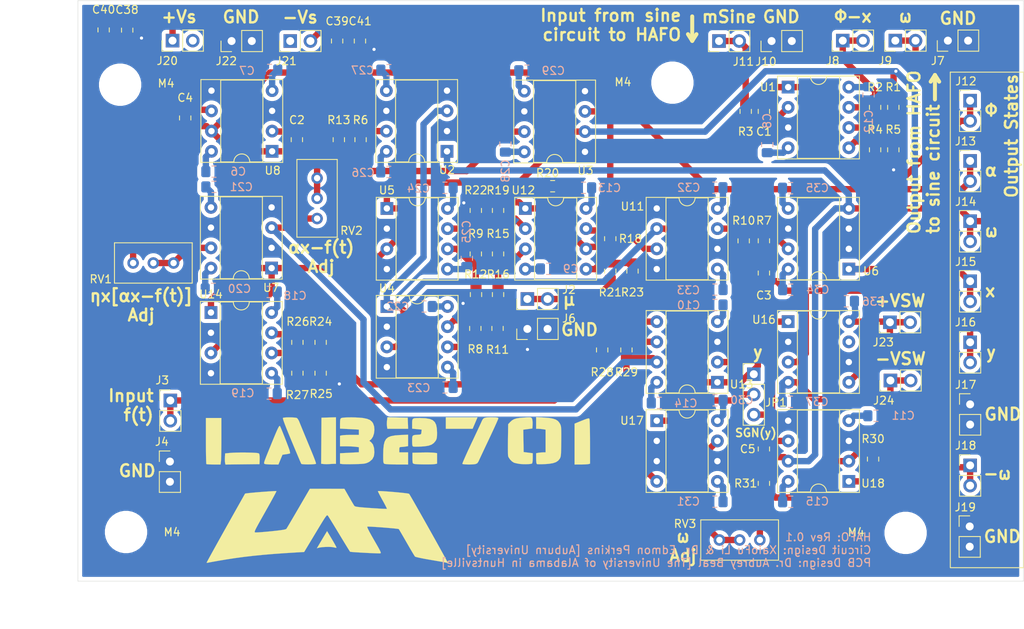
<source format=kicad_pcb>
(kicad_pcb (version 20171130) (host pcbnew "(5.1.5)-3")

  (general
    (thickness 1.6)
    (drawings 50)
    (tracks 416)
    (zones 0)
    (modules 115)
    (nets 48)
  )

  (page A4)
  (title_block
    (title HAFO)
    (date 2020-03-26)
    (rev 0.0)
  )

  (layers
    (0 F.Cu signal hide)
    (1 In1.Cu signal)
    (2 In2.Cu signal)
    (31 B.Cu signal)
    (32 B.Adhes user)
    (33 F.Adhes user)
    (34 B.Paste user)
    (35 F.Paste user)
    (36 B.SilkS user)
    (37 F.SilkS user)
    (38 B.Mask user)
    (39 F.Mask user)
    (40 Dwgs.User user)
    (41 Cmts.User user)
    (42 Eco1.User user hide)
    (43 Eco2.User user)
    (44 Edge.Cuts user)
    (45 Margin user)
    (46 B.CrtYd user)
    (47 F.CrtYd user)
    (48 B.Fab user)
    (49 F.Fab user)
  )

  (setup
    (last_trace_width 0.8)
    (user_trace_width 0.8)
    (trace_clearance 0.2)
    (zone_clearance 0.508)
    (zone_45_only yes)
    (trace_min 0.1524)
    (via_size 0.8)
    (via_drill 0.4)
    (via_min_size 0.6858)
    (via_min_drill 0.3302)
    (uvia_size 0.3)
    (uvia_drill 0.1)
    (uvias_allowed no)
    (uvia_min_size 0)
    (uvia_min_drill 0)
    (edge_width 0.05)
    (segment_width 0.2)
    (pcb_text_width 0.3)
    (pcb_text_size 1.5 1.5)
    (mod_edge_width 0.12)
    (mod_text_size 1 1)
    (mod_text_width 0.15)
    (pad_size 1.524 1.524)
    (pad_drill 0.762)
    (pad_to_mask_clearance 0.051)
    (solder_mask_min_width 0.25)
    (aux_axis_origin 0 0)
    (visible_elements 7FFFFFFF)
    (pcbplotparams
      (layerselection 0x011a8_7ffffff9)
      (usegerberextensions false)
      (usegerberattributes false)
      (usegerberadvancedattributes false)
      (creategerberjobfile false)
      (excludeedgelayer true)
      (linewidth 0.100000)
      (plotframeref false)
      (viasonmask false)
      (mode 1)
      (useauxorigin false)
      (hpglpennumber 1)
      (hpglpenspeed 20)
      (hpglpendiameter 15.000000)
      (psnegative false)
      (psa4output false)
      (plotreference true)
      (plotvalue true)
      (plotinvisibletext false)
      (padsonsilk false)
      (subtractmaskfromsilk false)
      (outputformat 4)
      (mirror false)
      (drillshape 0)
      (scaleselection 1)
      (outputdirectory "./"))
  )

  (net 0 "")
  (net 1 "Net-(C1-Pad1)")
  (net 2 Phi)
  (net 3 "Net-(C2-Pad1)")
  (net 4 X)
  (net 5 Y)
  (net 6 "Net-(C3-Pad1)")
  (net 7 Alpha)
  (net 8 "Net-(C4-Pad1)")
  (net 9 "Net-(C5-Pad1)")
  (net 10 Omega)
  (net 11 GND)
  (net 12 +VSW)
  (net 13 -VSW)
  (net 14 "Net-(J2-Pad1)")
  (net 15 "f(t)")
  (net 16 Phi-X)
  (net 17 mSine)
  (net 18 -omega)
  (net 19 "Net-(R1-Pad1)")
  (net 20 "Net-(R4-Pad1)")
  (net 21 "Net-(R6-Pad1)")
  (net 22 "Net-(R7-Pad1)")
  (net 23 "Net-(R16-Pad2)")
  (net 24 "Net-(R11-Pad2)")
  (net 25 "Net-(R15-Pad2)")
  (net 26 "Net-(R12-Pad2)")
  (net 27 "Net-(R10-Pad1)")
  (net 28 "Net-(R13-Pad1)")
  (net 29 "Net-(R15-Pad1)")
  (net 30 "Net-(R18-Pad1)")
  (net 31 "Net-(R18-Pad2)")
  (net 32 "Net-(R19-Pad1)")
  (net 33 "Net-(R19-Pad2)")
  (net 34 "Net-(R21-Pad1)")
  (net 35 "Net-(R24-Pad2)")
  (net 36 "Net-(R24-Pad1)")
  (net 37 "Net-(R26-Pad1)")
  (net 38 "Net-(R28-Pad1)")
  (net 39 "Net-(R30-Pad2)")
  (net 40 "Net-(U16-Pad7)")
  (net 41 +Vs)
  (net 42 -Vs)
  (net 43 "Net-(JP1-Pad2)")
  (net 44 "Net-(JP1-Pad3)")
  (net 45 "Net-(R29-Pad1)")
  (net 46 "Net-(RV1-Pad2)")
  (net 47 "Net-(RV3-Pad2)")

  (net_class Default "This is the default net class."
    (clearance 0.2)
    (trace_width 0.25)
    (via_dia 0.8)
    (via_drill 0.4)
    (uvia_dia 0.3)
    (uvia_drill 0.1)
    (add_net +VSW)
    (add_net +Vs)
    (add_net -VSW)
    (add_net -Vs)
    (add_net -omega)
    (add_net Alpha)
    (add_net GND)
    (add_net "Net-(C1-Pad1)")
    (add_net "Net-(C2-Pad1)")
    (add_net "Net-(C3-Pad1)")
    (add_net "Net-(C4-Pad1)")
    (add_net "Net-(C5-Pad1)")
    (add_net "Net-(J2-Pad1)")
    (add_net "Net-(JP1-Pad2)")
    (add_net "Net-(JP1-Pad3)")
    (add_net "Net-(R1-Pad1)")
    (add_net "Net-(R10-Pad1)")
    (add_net "Net-(R11-Pad2)")
    (add_net "Net-(R12-Pad2)")
    (add_net "Net-(R13-Pad1)")
    (add_net "Net-(R15-Pad1)")
    (add_net "Net-(R15-Pad2)")
    (add_net "Net-(R16-Pad2)")
    (add_net "Net-(R18-Pad1)")
    (add_net "Net-(R18-Pad2)")
    (add_net "Net-(R19-Pad1)")
    (add_net "Net-(R19-Pad2)")
    (add_net "Net-(R21-Pad1)")
    (add_net "Net-(R24-Pad1)")
    (add_net "Net-(R24-Pad2)")
    (add_net "Net-(R26-Pad1)")
    (add_net "Net-(R28-Pad1)")
    (add_net "Net-(R29-Pad1)")
    (add_net "Net-(R30-Pad2)")
    (add_net "Net-(R4-Pad1)")
    (add_net "Net-(R6-Pad1)")
    (add_net "Net-(R7-Pad1)")
    (add_net "Net-(RV1-Pad2)")
    (add_net "Net-(RV3-Pad2)")
    (add_net "Net-(U16-Pad7)")
    (add_net Omega)
    (add_net Phi)
    (add_net Phi-X)
    (add_net X)
    (add_net Y)
    (add_net "f(t)")
    (add_net mSine)
  )

  (module uahLogo (layer F.Cu) (tedit 0) (tstamp 5E9F8F42)
    (at 177.038 83.058)
    (fp_text reference G*** (at 0 0) (layer F.SilkS) hide
      (effects (font (size 1.524 1.524) (thickness 0.3)))
    )
    (fp_text value LOGO (at 0.75 0) (layer F.SilkS) hide
      (effects (font (size 1.524 1.524) (thickness 0.3)))
    )
    (fp_poly (pts (xy 0.596245 1.687715) (xy 0.813533 2.05789) (xy 0.991485 2.37414) (xy 1.115525 2.609513)
      (xy 1.171077 2.737057) (xy 1.171504 2.751384) (xy 1.07396 2.75482) (xy 0.876455 2.717195)
      (xy 0.800539 2.697481) (xy 0.54141 2.659082) (xy 0.174525 2.644993) (xy -0.240581 2.653296)
      (xy -0.644376 2.682073) (xy -0.977324 2.729407) (xy -1.095836 2.758568) (xy -1.302672 2.822293)
      (xy -1.058788 2.405979) (xy -0.898156 2.133785) (xy -0.688936 1.781973) (xy -0.470028 1.415905)
      (xy -0.415972 1.325869) (xy -0.017039 0.662072) (xy 0.596245 1.687715)) (layer F.SilkS) (width 0.01))
    (fp_poly (pts (xy 2.159 -4.654797) (xy 2.732983 -3.652517) (xy 2.952424 -3.272294) (xy 3.149267 -2.936677)
      (xy 3.304583 -2.677556) (xy 3.399444 -2.526822) (xy 3.410317 -2.511378) (xy 3.470841 -2.464022)
      (xy 3.589079 -2.422898) (xy 3.784654 -2.38541) (xy 4.07719 -2.348964) (xy 4.486309 -2.310964)
      (xy 5.031634 -2.268817) (xy 5.488284 -2.236599) (xy 6.048066 -2.199653) (xy 6.549323 -2.169599)
      (xy 6.968102 -2.147625) (xy 7.280449 -2.134917) (xy 7.462412 -2.132664) (xy 7.499122 -2.136901)
      (xy 7.472836 -2.219393) (xy 7.376127 -2.42197) (xy 7.222698 -2.717757) (xy 7.026251 -3.07988)
      (xy 6.932083 -3.249084) (xy 6.721507 -3.631633) (xy 6.548347 -3.959652) (xy 6.426251 -4.206202)
      (xy 6.368864 -4.344342) (xy 6.367468 -4.363691) (xy 6.466006 -4.374285) (xy 6.703578 -4.369257)
      (xy 7.050859 -4.35113) (xy 7.478526 -4.322426) (xy 7.957253 -4.285668) (xy 8.457716 -4.24338)
      (xy 8.950592 -4.198083) (xy 9.406554 -4.1523) (xy 9.79628 -4.108555) (xy 10.090444 -4.06937)
      (xy 10.259722 -4.037267) (xy 10.286477 -4.02654) (xy 10.342212 -3.942575) (xy 10.471111 -3.726708)
      (xy 10.6641 -3.395058) (xy 10.91211 -2.963747) (xy 11.20607 -2.448898) (xy 11.536907 -1.866631)
      (xy 11.895552 -1.233068) (xy 12.272932 -0.56433) (xy 12.659977 0.123461) (xy 13.047616 0.814183)
      (xy 13.426776 1.491716) (xy 13.788389 2.139938) (xy 14.123381 2.742727) (xy 14.422682 3.283962)
      (xy 14.677221 3.747521) (xy 14.877926 4.117283) (xy 15.015727 4.377127) (xy 15.023758 4.392674)
      (xy 15.171239 4.679015) (xy 14.972786 4.629404) (xy 14.832762 4.600984) (xy 14.553274 4.549531)
      (xy 14.161874 4.479922) (xy 13.686112 4.397037) (xy 13.153543 4.305756) (xy 12.954 4.271911)
      (xy 12.414951 4.177147) (xy 11.929948 4.085068) (xy 11.524785 4.001124) (xy 11.225257 3.93077)
      (xy 11.05716 3.879456) (xy 11.032864 3.865847) (xy 10.962999 3.766238) (xy 10.823266 3.541748)
      (xy 10.627116 3.214912) (xy 10.387999 2.808267) (xy 10.119366 2.344348) (xy 9.988871 2.116666)
      (xy 9.71384 1.636984) (xy 9.465235 1.206702) (xy 9.255828 0.847656) (xy 9.098391 0.581685)
      (xy 9.005697 0.430624) (xy 8.98795 0.405343) (xy 8.891933 0.383463) (xy 8.656142 0.353563)
      (xy 8.309823 0.317908) (xy 7.882224 0.278759) (xy 7.402591 0.238379) (xy 6.90017 0.199029)
      (xy 6.40421 0.162974) (xy 5.943956 0.132474) (xy 5.548655 0.109793) (xy 5.247555 0.097192)
      (xy 5.069901 0.096935) (xy 5.042502 0.100133) (xy 5.036209 0.172693) (xy 5.114076 0.371118)
      (xy 5.27811 0.699419) (xy 5.530318 1.161608) (xy 5.872709 1.761694) (xy 5.882152 1.778)
      (xy 6.190414 2.312333) (xy 6.420533 2.718729) (xy 6.580691 3.014924) (xy 6.679073 3.218657)
      (xy 6.723862 3.347666) (xy 6.723243 3.419687) (xy 6.6854 3.452458) (xy 6.657843 3.459221)
      (xy 6.527783 3.462993) (xy 6.264566 3.457521) (xy 5.898327 3.444413) (xy 5.459199 3.425279)
      (xy 4.977314 3.401726) (xy 4.482807 3.375363) (xy 4.005809 3.3478) (xy 3.576455 3.320644)
      (xy 3.224878 3.295504) (xy 2.981211 3.273989) (xy 2.875586 3.257707) (xy 2.874786 3.257268)
      (xy 2.820845 3.180099) (xy 2.691063 2.975913) (xy 2.496665 2.662931) (xy 2.248875 2.259373)
      (xy 1.958919 1.783456) (xy 1.638021 1.253402) (xy 1.536444 1.084973) (xy 1.202349 0.532135)
      (xy 0.890356 0.018962) (xy 0.61284 -0.434429) (xy 0.382177 -0.807925) (xy 0.210744 -1.081409)
      (xy 0.110916 -1.234767) (xy 0.098655 -1.251905) (xy 0.056859 -1.301959) (xy 0.013741 -1.325754)
      (xy -0.040434 -1.309832) (xy -0.115395 -1.240731) (xy -0.220877 -1.104992) (xy -0.36661 -0.889156)
      (xy -0.562327 -0.579762) (xy -0.817759 -0.163351) (xy -1.14264 0.373536) (xy -1.472272 0.920734)
      (xy -2.896848 3.286944) (xy -3.797924 3.338906) (xy -5.365693 3.435766) (xy -6.790802 3.538127)
      (xy -8.099902 3.648755) (xy -9.319647 3.770416) (xy -10.476688 3.905877) (xy -11.597675 4.057906)
      (xy -12.709262 4.229268) (xy -13.257234 4.320901) (xy -13.756386 4.407168) (xy -14.208148 4.4867)
      (xy -14.581729 4.553963) (xy -14.84634 4.603421) (xy -14.964834 4.627877) (xy -15.111557 4.648744)
      (xy -15.155334 4.632591) (xy -15.114919 4.548242) (xy -14.998244 4.328718) (xy -14.812167 3.986377)
      (xy -14.563544 3.533576) (xy -14.259232 2.982671) (xy -13.906088 2.346019) (xy -13.510969 1.635978)
      (xy -13.080732 0.864905) (xy -12.622233 0.045155) (xy -12.142329 -0.810913) (xy -11.647878 -1.690943)
      (xy -11.541757 -1.879555) (xy -10.317211 -4.055443) (xy -9.963439 -4.102923) (xy -9.696225 -4.133934)
      (xy -9.329195 -4.169831) (xy -8.892124 -4.208412) (xy -8.414786 -4.247476) (xy -7.926956 -4.284822)
      (xy -7.458406 -4.318246) (xy -7.038912 -4.345548) (xy -6.698247 -4.364524) (xy -6.466186 -4.372975)
      (xy -6.372503 -4.368697) (xy -6.372274 -4.368497) (xy -6.403184 -4.288277) (xy -6.508811 -4.077993)
      (xy -6.679944 -3.754655) (xy -6.907372 -3.335269) (xy -7.181887 -2.836845) (xy -7.494276 -2.276389)
      (xy -7.783621 -1.762315) (xy -8.168813 -1.080141) (xy -8.477271 -0.530664) (xy -8.715913 -0.099351)
      (xy -8.891655 0.22833) (xy -9.011413 0.466912) (xy -9.082104 0.630928) (xy -9.110645 0.734909)
      (xy -9.103953 0.793389) (xy -9.068944 0.820899) (xy -9.01804 0.831304) (xy -8.87107 0.831069)
      (xy -8.58425 0.814987) (xy -8.186098 0.785243) (xy -7.705134 0.744019) (xy -7.169879 0.693501)
      (xy -7.009515 0.677519) (xy -6.357175 0.60838) (xy -5.859303 0.54755) (xy -5.501369 0.492679)
      (xy -5.268844 0.441414) (xy -5.147197 0.391406) (xy -5.127559 0.372997) (xy -5.064643 0.272257)
      (xy -4.92736 0.043172) (xy -4.726371 -0.296163) (xy -4.472337 -0.727654) (xy -4.175919 -1.233208)
      (xy -3.847777 -1.794729) (xy -3.609389 -2.203717) (xy -2.18111 -4.656667) (xy 2.159 -4.654797)) (layer F.SilkS) (width 0.01))
  )

  (module lab2701_Logo (layer F.Cu) (tedit 0) (tstamp 5E9F8F0E)
    (at 185.928 72.39)
    (fp_text reference G*** (at 0 0) (layer F.SilkS) hide
      (effects (font (size 1.524 1.524) (thickness 0.3)))
    )
    (fp_text value LOGO (at 0.75 0) (layer F.SilkS) hide
      (effects (font (size 1.524 1.524) (thickness 0.3)))
    )
    (fp_poly (pts (xy 9.877118 -2.688167) (xy 9.775648 -2.449252) (xy 9.644369 -2.142865) (xy 9.569222 -1.9685)
      (xy 9.377147 -1.524) (xy 6.011333 -1.524) (xy 6.011333 -2.963334) (xy 9.992939 -2.963334)
      (xy 9.877118 -2.688167)) (layer F.SilkS) (width 0.01))
    (fp_poly (pts (xy 1.227666 -2.921) (xy 1.276848 -1.524) (xy -1.332511 -1.524) (xy -1.381371 -1.825086)
      (xy -1.400779 -2.097734) (xy -1.39171 -2.42659) (xy -1.380402 -2.546893) (xy -1.330574 -2.967614)
      (xy 1.227666 -2.921)) (layer F.SilkS) (width 0.01))
    (fp_poly (pts (xy 2.790424 -2.878667) (xy 3.453853 -2.853724) (xy 3.970219 -2.769528) (xy 4.355644 -2.61203)
      (xy 4.626253 -2.36718) (xy 4.798171 -2.020929) (xy 4.88752 -1.559228) (xy 4.910666 -1.031241)
      (xy 4.904374 -0.646345) (xy 4.879502 -0.382252) (xy 4.827057 -0.190702) (xy 4.738046 -0.023436)
      (xy 4.716889 0.008645) (xy 4.491265 0.276128) (xy 4.210591 0.468317) (xy 3.844463 0.597276)
      (xy 3.36248 0.675067) (xy 2.963333 0.704379) (xy 2.578753 0.719186) (xy 2.246983 0.723609)
      (xy 2.011082 0.717538) (xy 1.926166 0.707019) (xy 1.850464 0.66057) (xy 1.805412 0.550916)
      (xy 1.783696 0.342924) (xy 1.778 0.001456) (xy 1.778 -0.004596) (xy 1.781321 -0.351316)
      (xy 1.812881 -0.568557) (xy 1.905074 -0.689365) (xy 2.090293 -0.746791) (xy 2.400931 -0.773883)
      (xy 2.54 -0.782006) (xy 2.774899 -0.803581) (xy 2.889817 -0.858505) (xy 2.933973 -0.986806)
      (xy 2.946737 -1.112782) (xy 2.972475 -1.42123) (xy 2.375237 -1.481208) (xy 1.778 -1.541186)
      (xy 1.778 -2.076002) (xy 1.780072 -2.414813) (xy 1.805102 -2.641785) (xy 1.881306 -2.77929)
      (xy 2.036903 -2.849699) (xy 2.300108 -2.875384) (xy 2.69914 -2.878715) (xy 2.790424 -2.878667)) (layer F.SilkS) (width 0.01))
    (fp_poly (pts (xy 24.015161 -2.820714) (xy 24.051693 -2.786609) (xy 24.070032 -2.675567) (xy 24.086848 -2.416198)
      (xy 24.101582 -2.029505) (xy 24.113671 -1.536492) (xy 24.122555 -0.958162) (xy 24.127672 -0.31552)
      (xy 24.128703 0.095958) (xy 24.13 2.858917) (xy 23.9395 2.909969) (xy 23.771783 2.932862)
      (xy 23.485105 2.950727) (xy 23.129823 2.960863) (xy 22.965833 2.962177) (xy 22.182666 2.963333)
      (xy 22.182666 -2.172097) (xy 23.079323 -2.539157) (xy 23.478198 -2.698146) (xy 23.749486 -2.793579)
      (xy 23.919651 -2.83219) (xy 24.015161 -2.820714)) (layer F.SilkS) (width 0.01))
    (fp_poly (pts (xy 18.393833 -2.931949) (xy 19.006486 -2.882108) (xy 19.476537 -2.80171) (xy 19.829475 -2.680693)
      (xy 20.090786 -2.508998) (xy 20.285957 -2.276563) (xy 20.354566 -2.157972) (xy 20.412292 -2.038102)
      (xy 20.455599 -1.911887) (xy 20.486267 -1.754628) (xy 20.506079 -1.541629) (xy 20.516815 -1.248191)
      (xy 20.520255 -0.849615) (xy 20.518182 -0.321205) (xy 20.515043 0.067321) (xy 20.508605 0.685711)
      (xy 20.500173 1.158835) (xy 20.487603 1.510759) (xy 20.468752 1.76555) (xy 20.441474 1.947276)
      (xy 20.403627 2.080003) (xy 20.353065 2.187798) (xy 20.32135 2.241481) (xy 20.118658 2.487921)
      (xy 19.842343 2.669782) (xy 19.467623 2.796179) (xy 18.969719 2.876222) (xy 18.499666 2.911361)
      (xy 18.112146 2.926328) (xy 17.782884 2.93064) (xy 17.551312 2.924296) (xy 17.4625 2.911379)
      (xy 17.399856 2.800846) (xy 17.36505 2.533398) (xy 17.356666 2.204861) (xy 17.356666 1.545166)
      (xy 17.62125 1.49225) (xy 17.893136 1.455905) (xy 18.194509 1.439421) (xy 18.213916 1.439333)
      (xy 18.542 1.439333) (xy 18.542 -1.417178) (xy 18.2245 -1.469657) (xy 17.926137 -1.506387)
      (xy 17.641417 -1.523006) (xy 17.631833 -1.523069) (xy 17.356666 -1.524) (xy 17.356666 -2.988741)
      (xy 18.393833 -2.931949)) (layer F.SilkS) (width 0.01))
    (fp_poly (pts (xy 16.665656 -2.949363) (xy 16.761202 -2.911918) (xy 16.819262 -2.846387) (xy 16.843049 -2.804496)
      (xy 16.891813 -2.623133) (xy 16.917238 -2.341845) (xy 16.916157 -2.093609) (xy 16.891 -1.566334)
      (xy 15.744028 -1.412134) (xy 15.767181 -0.007567) (xy 15.790333 1.397) (xy 16.361833 1.4704)
      (xy 16.933333 1.543801) (xy 16.933333 2.163904) (xy 16.921001 2.495047) (xy 16.887593 2.734276)
      (xy 16.839828 2.841795) (xy 16.679825 2.886182) (xy 16.400173 2.914901) (xy 16.049941 2.926708)
      (xy 15.6782 2.920357) (xy 15.334017 2.894602) (xy 15.24 2.882397) (xy 14.933546 2.827285)
      (xy 14.663461 2.762012) (xy 14.555159 2.726532) (xy 14.31994 2.574418) (xy 14.081972 2.332493)
      (xy 13.898978 2.06598) (xy 13.838338 1.916571) (xy 13.825857 1.779999) (xy 13.816918 1.501133)
      (xy 13.811791 1.106977) (xy 13.810747 0.624539) (xy 13.814058 0.080825) (xy 13.817196 -0.188191)
      (xy 13.843 -2.105907) (xy 14.097 -2.375715) (xy 14.32175 -2.580472) (xy 14.572577 -2.727279)
      (xy 14.885418 -2.827773) (xy 15.29621 -2.893595) (xy 15.825405 -2.935504) (xy 16.230627 -2.956924)
      (xy 16.499755 -2.962955) (xy 16.665656 -2.949363)) (layer F.SilkS) (width 0.01))
    (fp_poly (pts (xy 12.14495 -2.958993) (xy 12.407795 -2.943507) (xy 12.554508 -2.913181) (xy 12.611607 -2.864321)
      (xy 12.615333 -2.84131) (xy 12.580187 -2.737802) (xy 12.480459 -2.500522) (xy 12.32471 -2.148414)
      (xy 12.121506 -1.700426) (xy 11.879407 -1.175505) (xy 11.606978 -0.592597) (xy 11.419535 -0.195476)
      (xy 11.126763 0.423196) (xy 10.853046 1.003047) (xy 10.60796 1.52368) (xy 10.401077 1.964703)
      (xy 10.241974 2.305719) (xy 10.140225 2.526335) (xy 10.110787 2.592199) (xy 9.956462 2.812839)
      (xy 9.729668 2.909699) (xy 9.483558 2.94139) (xy 9.167391 2.958524) (xy 8.826262 2.961821)
      (xy 8.505266 2.951999) (xy 8.2495 2.92978) (xy 8.104059 2.895883) (xy 8.088655 2.883503)
      (xy 8.111584 2.790246) (xy 8.199722 2.563291) (xy 8.344789 2.221492) (xy 8.538504 1.783705)
      (xy 8.772588 1.268788) (xy 9.038761 0.695596) (xy 9.194727 0.36467) (xy 9.483369 -0.24564)
      (xy 9.753605 -0.818932) (xy 9.995519 -1.334025) (xy 10.199194 -1.769733) (xy 10.354714 -2.104874)
      (xy 10.452164 -2.318264) (xy 10.475166 -2.370667) (xy 10.590387 -2.622125) (xy 10.707771 -2.790171)
      (xy 10.863041 -2.891551) (xy 11.091922 -2.943012) (xy 11.430137 -2.9613) (xy 11.739455 -2.963334)
      (xy 12.14495 -2.958993)) (layer F.SilkS) (width 0.01))
    (fp_poly (pts (xy 3.908238 1.452564) (xy 4.272128 1.462205) (xy 4.519334 1.478434) (xy 4.550833 1.482392)
      (xy 4.910666 1.534375) (xy 4.910666 2.8575) (xy 4.646083 2.910416) (xy 4.438447 2.932982)
      (xy 4.111595 2.947355) (xy 3.70783 2.953904) (xy 3.269459 2.953001) (xy 2.838785 2.945013)
      (xy 2.458113 2.930312) (xy 2.169749 2.909266) (xy 2.032 2.887576) (xy 1.926541 2.848708)
      (xy 1.863576 2.779419) (xy 1.832179 2.641909) (xy 1.821427 2.398381) (xy 1.820333 2.155182)
      (xy 1.820333 1.481666) (xy 3.005666 1.456038) (xy 3.471478 1.450259) (xy 3.908238 1.452564)) (layer F.SilkS) (width 0.01))
    (fp_poly (pts (xy 1.27 0.655177) (xy 0.9525 0.707656) (xy 0.671146 0.743887) (xy 0.41711 0.760911)
      (xy 0.402166 0.761068) (xy 0.25259 0.777324) (xy 0.186101 0.856697) (xy 0.169563 1.047514)
      (xy 0.169333 1.100666) (xy 0.169333 1.439333) (xy 1.27 1.439333) (xy 1.27 2.963333)
      (xy -0.148167 2.960758) (xy -0.651772 2.954801) (xy -1.089983 2.939936) (xy -1.433817 2.91781)
      (xy -1.654288 2.890066) (xy -1.7145 2.871884) (xy -1.778819 2.813763) (xy -1.821359 2.708359)
      (xy -1.846192 2.525333) (xy -1.857388 2.234342) (xy -1.859016 1.805046) (xy -1.85898 1.794959)
      (xy -1.841971 1.08221) (xy -1.786738 0.519033) (xy -1.678106 0.087242) (xy -1.500904 -0.231346)
      (xy -1.239956 -0.454917) (xy -0.880091 -0.601656) (xy -0.406134 -0.689748) (xy 0.197088 -0.737378)
      (xy 0.256334 -0.740213) (xy 1.27 -0.786916) (xy 1.27 0.655177)) (layer F.SilkS) (width 0.01))
    (fp_poly (pts (xy -5.361089 -2.949062) (xy -4.911645 -2.927589) (xy -4.51615 -2.894091) (xy -4.364663 -2.87495)
      (xy -3.870763 -2.773381) (xy -3.51182 -2.622682) (xy -3.256552 -2.40594) (xy -3.121076 -2.202655)
      (xy -2.993517 -1.826818) (xy -2.958304 -1.391686) (xy -3.008348 -0.947813) (xy -3.136561 -0.545756)
      (xy -3.335853 -0.236071) (xy -3.405983 -0.170718) (xy -3.598099 -0.015152) (xy -3.368299 0.165608)
      (xy -3.14741 0.439139) (xy -3.013365 0.847129) (xy -2.964142 1.395983) (xy -2.963806 1.447979)
      (xy -3.025867 1.923194) (xy -3.220682 2.299022) (xy -3.559612 2.593767) (xy -3.735836 2.69195)
      (xy -3.906717 2.768396) (xy -4.084897 2.823493) (xy -4.304056 2.861726) (xy -4.597871 2.887578)
      (xy -5.00002 2.905532) (xy -5.429047 2.917384) (xy -5.904654 2.925752) (xy -6.340725 2.927897)
      (xy -6.699652 2.924038) (xy -6.943831 2.914393) (xy -7.006167 2.908235) (xy -7.281334 2.867937)
      (xy -7.281334 1.545705) (xy -6.096 1.484634) (xy -4.910667 1.423562) (xy -4.910667 0.785586)
      (xy -5.355167 0.732195) (xy -5.656365 0.70671) (xy -6.050895 0.687629) (xy -6.462783 0.67842)
      (xy -6.5405 0.678069) (xy -7.281334 0.677333) (xy -7.281334 -0.656167) (xy -7.01675 -0.709084)
      (xy -6.82248 -0.731116) (xy -6.507738 -0.748658) (xy -6.121374 -0.759528) (xy -5.831417 -0.762001)
      (xy -4.910667 -0.762) (xy -4.910667 -1.423563) (xy -6.096 -1.484635) (xy -7.281334 -1.545706)
      (xy -7.281334 -2.166874) (xy -7.274815 -2.498653) (xy -7.24904 -2.701762) (xy -7.194682 -2.816575)
      (xy -7.117567 -2.875688) (xy -6.955508 -2.914494) (xy -6.661689 -2.941225) (xy -6.273252 -2.95589)
      (xy -5.827338 -2.958499) (xy -5.361089 -2.949062)) (layer F.SilkS) (width 0.01))
    (fp_poly (pts (xy -7.789334 2.878666) (xy -8.031517 2.878666) (xy -8.274118 2.886229) (xy -8.573062 2.904991)
      (xy -8.64535 2.910905) (xy -8.967216 2.92282) (xy -9.284618 2.910889) (xy -9.335606 2.905728)
      (xy -9.654211 2.868313) (xy -9.631939 -0.026344) (xy -9.609667 -2.921) (xy -8.6995 -2.945032)
      (xy -7.789334 -2.969063) (xy -7.789334 2.878666)) (layer F.SilkS) (width 0.01))
    (fp_poly (pts (xy -13.367701 -2.955589) (xy -13.046254 -2.938421) (xy -12.803558 -2.90945) (xy -12.704616 -2.881137)
      (xy -12.580907 -2.755167) (xy -12.451153 -2.5354) (xy -12.407777 -2.436637) (xy -12.302696 -2.175222)
      (xy -12.135645 -1.765809) (xy -11.905956 -1.206783) (xy -11.612965 -0.496525) (xy -11.256004 0.366581)
      (xy -10.834407 1.384154) (xy -10.797861 1.472295) (xy -10.618293 1.915074) (xy -10.468775 2.302598)
      (xy -10.35887 2.608484) (xy -10.29814 2.806349) (xy -10.291539 2.869295) (xy -10.407653 2.905483)
      (xy -10.644636 2.93149) (xy -10.958576 2.947096) (xy -11.305565 2.952079) (xy -11.64169 2.946219)
      (xy -11.923043 2.929294) (xy -12.105712 2.901083) (xy -12.149674 2.878655) (xy -12.195494 2.779825)
      (xy -12.298498 2.542921) (xy -12.450927 2.186253) (xy -12.645023 1.72813) (xy -12.873026 1.186862)
      (xy -13.127176 0.58076) (xy -13.381102 -0.027215) (xy -13.719202 -0.844366) (xy -13.990527 -1.514098)
      (xy -14.197701 -2.043454) (xy -14.34335 -2.439472) (xy -14.430098 -2.709195) (xy -14.46057 -2.859663)
      (xy -14.451006 -2.897142) (xy -14.309552 -2.931729) (xy -14.04885 -2.952696) (xy -13.718399 -2.960498)
      (xy -13.367701 -2.955589)) (layer F.SilkS) (width 0.01))
    (fp_poly (pts (xy -14.818918 -1.862114) (xy -14.809923 -1.847609) (xy -14.741874 -1.701691) (xy -14.627376 -1.430789)
      (xy -14.479591 -1.068412) (xy -14.311683 -0.648068) (xy -14.136815 -0.203268) (xy -13.96815 0.232481)
      (xy -13.81885 0.625668) (xy -13.702078 0.942785) (xy -13.630998 1.150323) (xy -13.626627 1.164712)
      (xy -13.570168 1.390593) (xy -13.552798 1.539552) (xy -13.559765 1.56532) (xy -13.659531 1.598842)
      (xy -13.873065 1.642076) (xy -14.054393 1.670943) (xy -14.508791 1.736337) (xy -15.017787 2.963333)
      (xy -15.827394 2.962036) (xy -16.191604 2.953854) (xy -16.498634 2.932972) (xy -16.704229 2.903071)
      (xy -16.757136 2.8847) (xy -16.795495 2.857379) (xy -16.819396 2.81956) (xy -16.823169 2.754489)
      (xy -16.801144 2.64541) (xy -16.747651 2.475569) (xy -16.657017 2.228209) (xy -16.523575 1.886577)
      (xy -16.341651 1.433916) (xy -16.105578 0.853472) (xy -15.895479 0.338666) (xy -15.617563 -0.338865)
      (xy -15.394691 -0.873042) (xy -15.219819 -1.278052) (xy -15.085903 -1.568081) (xy -14.985899 -1.757316)
      (xy -14.912763 -1.859942) (xy -14.85945 -1.890146) (xy -14.818918 -1.862114)) (layer F.SilkS) (width 0.01))
    (fp_poly (pts (xy -19.207905 1.455311) (xy -18.939739 1.459072) (xy -18.394116 1.472185) (xy -17.995458 1.489307)
      (xy -17.721408 1.512693) (xy -17.549606 1.544602) (xy -17.457693 1.58729) (xy -17.436298 1.610835)
      (xy -17.39861 1.754581) (xy -17.377376 2.011716) (xy -17.377168 2.32671) (xy -17.377227 2.328333)
      (xy -17.399 2.921) (xy -19.534857 2.943616) (xy -21.670713 2.966232) (xy -21.719775 2.770755)
      (xy -21.74244 2.579818) (xy -21.749197 2.293483) (xy -21.742919 2.070805) (xy -21.717 1.566333)
      (xy -21.039667 1.499236) (xy -20.715 1.477598) (xy -20.269327 1.462449) (xy -19.750883 1.454713)
      (xy -19.207905 1.455311)) (layer F.SilkS) (width 0.01))
    (fp_poly (pts (xy -22.182667 -0.350484) (xy -22.184457 0.308103) (xy -22.189517 0.929702) (xy -22.19738 1.489052)
      (xy -22.207581 1.960887) (xy -22.219655 2.319945) (xy -22.233136 2.540964) (xy -22.236509 2.570516)
      (xy -22.29035 2.963333) (xy -23.153731 2.963333) (xy -23.520564 2.958112) (xy -23.821799 2.94403)
      (xy -24.018785 2.92346) (xy -24.073556 2.906888) (xy -24.08693 2.811746) (xy -24.099173 2.567274)
      (xy -24.109898 2.193475) (xy -24.118718 1.710352) (xy -24.125248 1.137908) (xy -24.129101 0.496145)
      (xy -24.13 -0.014112) (xy -24.13 -2.878667) (xy -22.182667 -2.878667) (xy -22.182667 -0.350484)) (layer F.SilkS) (width 0.01))
  )

  (module Potentiometer_THT:Potentiometer_Bourns_3296W_Vertical (layer F.Cu) (tedit 5A3D4994) (tstamp 5E9F33DC)
    (at 175.768 44.45 270)
    (descr "Potentiometer, vertical, Bourns 3296W, https://www.bourns.com/pdfs/3296.pdf")
    (tags "Potentiometer vertical Bourns 3296W")
    (path /5EB7E248)
    (fp_text reference RV2 (at 1.524 -4.318 180) (layer F.SilkS)
      (effects (font (size 1 1) (thickness 0.15)))
    )
    (fp_text value 100k (at -5.334 1.524 90) (layer F.Fab)
      (effects (font (size 1 1) (thickness 0.15)))
    )
    (fp_circle (center 0.955 1.15) (end 2.05 1.15) (layer F.Fab) (width 0.1))
    (fp_line (start -7.305 -2.41) (end -7.305 2.42) (layer F.Fab) (width 0.1))
    (fp_line (start -7.305 2.42) (end 2.225 2.42) (layer F.Fab) (width 0.1))
    (fp_line (start 2.225 2.42) (end 2.225 -2.41) (layer F.Fab) (width 0.1))
    (fp_line (start 2.225 -2.41) (end -7.305 -2.41) (layer F.Fab) (width 0.1))
    (fp_line (start 0.955 2.235) (end 0.956 0.066) (layer F.Fab) (width 0.1))
    (fp_line (start 0.955 2.235) (end 0.956 0.066) (layer F.Fab) (width 0.1))
    (fp_line (start -7.425 -2.53) (end 2.345 -2.53) (layer F.SilkS) (width 0.12))
    (fp_line (start -7.425 2.54) (end 2.345 2.54) (layer F.SilkS) (width 0.12))
    (fp_line (start -7.425 -2.53) (end -7.425 2.54) (layer F.SilkS) (width 0.12))
    (fp_line (start 2.345 -2.53) (end 2.345 2.54) (layer F.SilkS) (width 0.12))
    (fp_line (start -7.6 -2.7) (end -7.6 2.7) (layer F.CrtYd) (width 0.05))
    (fp_line (start -7.6 2.7) (end 2.5 2.7) (layer F.CrtYd) (width 0.05))
    (fp_line (start 2.5 2.7) (end 2.5 -2.7) (layer F.CrtYd) (width 0.05))
    (fp_line (start 2.5 -2.7) (end -7.6 -2.7) (layer F.CrtYd) (width 0.05))
    (fp_text user %R (at -3.175 0.005 90) (layer F.Fab)
      (effects (font (size 1 1) (thickness 0.15)))
    )
    (pad 1 thru_hole circle (at 0 0 270) (size 1.44 1.44) (drill 0.8) (layers *.Cu *.Mask)
      (net 45 "Net-(R29-Pad1)"))
    (pad 2 thru_hole circle (at -2.54 0 270) (size 1.44 1.44) (drill 0.8) (layers *.Cu *.Mask)
      (net 3 "Net-(C2-Pad1)"))
    (pad 3 thru_hole circle (at -5.08 0 270) (size 1.44 1.44) (drill 0.8) (layers *.Cu *.Mask)
      (net 3 "Net-(C2-Pad1)"))
    (model ${KISYS3DMOD}/Potentiometer_THT.3dshapes/Potentiometer_Bourns_3296W_Vertical.wrl
      (at (xyz 0 0 0))
      (scale (xyz 1 1 1))
      (rotate (xyz 0 0 0))
    )
  )

  (module MountingHole:MountingHole_4.3mm_M4 (layer F.Cu) (tedit 56D1B4CB) (tstamp 5E7DE335)
    (at 151.02078 27.6352)
    (descr "Mounting Hole 4.3mm, no annular, M4")
    (tags "mounting hole 4.3mm no annular m4")
    (attr virtual)
    (fp_text reference M4 (at 5.77596 -0.1651) (layer F.SilkS)
      (effects (font (size 1 1) (thickness 0.15)))
    )
    (fp_text value MountingHole_4.3mm_M4 (at 0 5.3) (layer Eco1.User) hide
      (effects (font (size 1 1) (thickness 0.15)))
    )
    (fp_text user %R (at 0.3 0) (layer F.Fab)
      (effects (font (size 1 1) (thickness 0.15)))
    )
    (fp_circle (center 0 0) (end 4.3 0) (layer Cmts.User) (width 0.15))
    (fp_circle (center 0 0) (end 4.55 0) (layer F.CrtYd) (width 0.05))
    (pad 1 np_thru_hole circle (at 0 0) (size 4.3 4.3) (drill 4.3) (layers *.Cu *.Mask))
  )

  (module MountingHole:MountingHole_4.3mm_M4 (layer F.Cu) (tedit 56D1B4CB) (tstamp 5E7DE35F)
    (at 220.4085 27.37866)
    (descr "Mounting Hole 4.3mm, no annular, M4")
    (tags "mounting hole 4.3mm no annular m4")
    (attr virtual)
    (fp_text reference M4 (at -6.21792 -0.06858) (layer F.SilkS)
      (effects (font (size 1 1) (thickness 0.15)))
    )
    (fp_text value MountingHole_4.3mm_M4 (at 0 5.3) (layer Eco1.User) hide
      (effects (font (size 1 1) (thickness 0.15)))
    )
    (fp_circle (center 0 0) (end 4.55 0) (layer F.CrtYd) (width 0.05))
    (fp_circle (center 0 0) (end 4.3 0) (layer Cmts.User) (width 0.15))
    (fp_text user %R (at 0.3 0) (layer F.Fab)
      (effects (font (size 1 1) (thickness 0.15)))
    )
    (pad 1 np_thru_hole circle (at 0 0) (size 4.3 4.3) (drill 4.3) (layers *.Cu *.Mask))
  )

  (module MountingHole:MountingHole_4.3mm_M4 (layer F.Cu) (tedit 56D1B4CB) (tstamp 5E7DE320)
    (at 249.70486 83.94192)
    (descr "Mounting Hole 4.3mm, no annular, M4")
    (tags "mounting hole 4.3mm no annular m4")
    (attr virtual)
    (fp_text reference M4 (at -6.21792 -0.06858) (layer F.SilkS)
      (effects (font (size 1 1) (thickness 0.15)))
    )
    (fp_text value MountingHole_4.3mm_M4 (at 0 5.3) (layer Eco1.User) hide
      (effects (font (size 1 1) (thickness 0.15)))
    )
    (fp_text user %R (at 0.3 0) (layer F.Fab)
      (effects (font (size 1 1) (thickness 0.15)))
    )
    (fp_circle (center 0 0) (end 4.3 0) (layer Cmts.User) (width 0.15))
    (fp_circle (center 0 0) (end 4.55 0) (layer F.CrtYd) (width 0.05))
    (pad 1 np_thru_hole circle (at 0 0) (size 4.3 4.3) (drill 4.3) (layers *.Cu *.Mask))
  )

  (module MountingHole:MountingHole_4.3mm_M4 (layer F.Cu) (tedit 56D1B4CB) (tstamp 5E7DE34A)
    (at 151.76246 83.8327)
    (descr "Mounting Hole 4.3mm, no annular, M4")
    (tags "mounting hole 4.3mm no annular m4")
    (attr virtual)
    (fp_text reference M4 (at 5.78104 0.01778) (layer F.SilkS)
      (effects (font (size 1 1) (thickness 0.15)))
    )
    (fp_text value MountingHole_4.3mm_M4 (at 0 5.3) (layer Eco1.User) hide
      (effects (font (size 1 1) (thickness 0.15)))
    )
    (fp_circle (center 0 0) (end 4.55 0) (layer F.CrtYd) (width 0.05))
    (fp_circle (center 0 0) (end 4.3 0) (layer Cmts.User) (width 0.15))
    (fp_text user %R (at 0.3 0) (layer F.Fab)
      (effects (font (size 1 1) (thickness 0.15)))
    )
    (pad 1 np_thru_hole circle (at 0 0) (size 4.3 4.3) (drill 4.3) (layers *.Cu *.Mask))
  )

  (module Package_DIP:DIP-8_W7.62mm_Socket (layer F.Cu) (tedit 5A02E8C5) (tstamp 5E7DF1A9)
    (at 184.531 43.18)
    (descr "8-lead though-hole mounted DIP package, row spacing 7.62 mm (300 mils), Socket")
    (tags "THT DIP DIL PDIP 2.54mm 7.62mm 300mil Socket")
    (path /5E7BBC22)
    (fp_text reference U5 (at 0 -2.286) (layer F.SilkS)
      (effects (font (size 1 1) (thickness 0.15)))
    )
    (fp_text value AD633_PDIP (at 5.334 4.191 90) (layer F.Fab)
      (effects (font (size 1 1) (thickness 0.15)))
    )
    (fp_arc (start 3.81 -1.33) (end 2.81 -1.33) (angle -180) (layer F.SilkS) (width 0.12))
    (fp_line (start 1.635 -1.27) (end 6.985 -1.27) (layer F.Fab) (width 0.1))
    (fp_line (start 6.985 -1.27) (end 6.985 8.89) (layer F.Fab) (width 0.1))
    (fp_line (start 6.985 8.89) (end 0.635 8.89) (layer F.Fab) (width 0.1))
    (fp_line (start 0.635 8.89) (end 0.635 -0.27) (layer F.Fab) (width 0.1))
    (fp_line (start 0.635 -0.27) (end 1.635 -1.27) (layer F.Fab) (width 0.1))
    (fp_line (start -1.27 -1.33) (end -1.27 8.95) (layer F.Fab) (width 0.1))
    (fp_line (start -1.27 8.95) (end 8.89 8.95) (layer F.Fab) (width 0.1))
    (fp_line (start 8.89 8.95) (end 8.89 -1.33) (layer F.Fab) (width 0.1))
    (fp_line (start 8.89 -1.33) (end -1.27 -1.33) (layer F.Fab) (width 0.1))
    (fp_line (start 2.81 -1.33) (end 1.16 -1.33) (layer F.SilkS) (width 0.12))
    (fp_line (start 1.16 -1.33) (end 1.16 8.95) (layer F.SilkS) (width 0.12))
    (fp_line (start 1.16 8.95) (end 6.46 8.95) (layer F.SilkS) (width 0.12))
    (fp_line (start 6.46 8.95) (end 6.46 -1.33) (layer F.SilkS) (width 0.12))
    (fp_line (start 6.46 -1.33) (end 4.81 -1.33) (layer F.SilkS) (width 0.12))
    (fp_line (start -1.33 -1.39) (end -1.33 9.01) (layer F.SilkS) (width 0.12))
    (fp_line (start -1.33 9.01) (end 8.95 9.01) (layer F.SilkS) (width 0.12))
    (fp_line (start 8.95 9.01) (end 8.95 -1.39) (layer F.SilkS) (width 0.12))
    (fp_line (start 8.95 -1.39) (end -1.33 -1.39) (layer F.SilkS) (width 0.12))
    (fp_line (start -1.55 -1.6) (end -1.55 9.2) (layer F.CrtYd) (width 0.05))
    (fp_line (start -1.55 9.2) (end 9.15 9.2) (layer F.CrtYd) (width 0.05))
    (fp_line (start 9.15 9.2) (end 9.15 -1.6) (layer F.CrtYd) (width 0.05))
    (fp_line (start 9.15 -1.6) (end -1.55 -1.6) (layer F.CrtYd) (width 0.05))
    (fp_text user %R (at 1.9939 -0.0127) (layer F.Fab) hide
      (effects (font (size 1 1) (thickness 0.15)))
    )
    (pad 1 thru_hole rect (at 0 0) (size 1.6 1.6) (drill 0.8) (layers *.Cu *.Mask)
      (net 4 X))
    (pad 5 thru_hole oval (at 7.62 7.62) (size 1.6 1.6) (drill 0.8) (layers *.Cu *.Mask)
      (net 42 -Vs))
    (pad 2 thru_hole oval (at 0 2.54) (size 1.6 1.6) (drill 0.8) (layers *.Cu *.Mask)
      (net 11 GND))
    (pad 6 thru_hole oval (at 7.62 5.08) (size 1.6 1.6) (drill 0.8) (layers *.Cu *.Mask)
      (net 26 "Net-(R12-Pad2)"))
    (pad 3 thru_hole oval (at 0 5.08) (size 1.6 1.6) (drill 0.8) (layers *.Cu *.Mask)
      (net 4 X))
    (pad 7 thru_hole oval (at 7.62 2.54) (size 1.6 1.6) (drill 0.8) (layers *.Cu *.Mask)
      (net 25 "Net-(R15-Pad2)"))
    (pad 4 thru_hole oval (at 0 7.62) (size 1.6 1.6) (drill 0.8) (layers *.Cu *.Mask)
      (net 11 GND))
    (pad 8 thru_hole oval (at 7.62 0) (size 1.6 1.6) (drill 0.8) (layers *.Cu *.Mask)
      (net 41 +Vs))
    (model ${KISYS3DMOD}/Package_DIP.3dshapes/DIP-8_W7.62mm_Socket.wrl
      (at (xyz 0 0 0))
      (scale (xyz 1 1 1))
      (rotate (xyz 0 0 0))
    )
  )

  (module Package_DIP:DIP-8_W7.62mm_Socket (layer F.Cu) (tedit 5A02E8C5) (tstamp 5E7DF34D)
    (at 234.95 27.94)
    (descr "8-lead though-hole mounted DIP package, row spacing 7.62 mm (300 mils), Socket")
    (tags "THT DIP DIL PDIP 2.54mm 7.62mm 300mil Socket")
    (path /5EE487D8)
    (fp_text reference U1 (at -2.54 0) (layer F.SilkS)
      (effects (font (size 1 1) (thickness 0.15)))
    )
    (fp_text value TL082 (at 3.81 7.874) (layer F.Fab)
      (effects (font (size 1 1) (thickness 0.15)))
    )
    (fp_arc (start 3.81 -1.33) (end 2.81 -1.33) (angle -180) (layer F.SilkS) (width 0.12))
    (fp_line (start 1.635 -1.27) (end 6.985 -1.27) (layer F.Fab) (width 0.1))
    (fp_line (start 6.985 -1.27) (end 6.985 8.89) (layer F.Fab) (width 0.1))
    (fp_line (start 6.985 8.89) (end 0.635 8.89) (layer F.Fab) (width 0.1))
    (fp_line (start 0.635 8.89) (end 0.635 -0.27) (layer F.Fab) (width 0.1))
    (fp_line (start 0.635 -0.27) (end 1.635 -1.27) (layer F.Fab) (width 0.1))
    (fp_line (start -1.27 -1.33) (end -1.27 8.95) (layer F.Fab) (width 0.1))
    (fp_line (start -1.27 8.95) (end 8.89 8.95) (layer F.Fab) (width 0.1))
    (fp_line (start 8.89 8.95) (end 8.89 -1.33) (layer F.Fab) (width 0.1))
    (fp_line (start 8.89 -1.33) (end -1.27 -1.33) (layer F.Fab) (width 0.1))
    (fp_line (start 2.81 -1.33) (end 1.16 -1.33) (layer F.SilkS) (width 0.12))
    (fp_line (start 1.16 -1.33) (end 1.16 8.95) (layer F.SilkS) (width 0.12))
    (fp_line (start 1.16 8.95) (end 6.46 8.95) (layer F.SilkS) (width 0.12))
    (fp_line (start 6.46 8.95) (end 6.46 -1.33) (layer F.SilkS) (width 0.12))
    (fp_line (start 6.46 -1.33) (end 4.81 -1.33) (layer F.SilkS) (width 0.12))
    (fp_line (start -1.33 -1.39) (end -1.33 9.01) (layer F.SilkS) (width 0.12))
    (fp_line (start -1.33 9.01) (end 8.95 9.01) (layer F.SilkS) (width 0.12))
    (fp_line (start 8.95 9.01) (end 8.95 -1.39) (layer F.SilkS) (width 0.12))
    (fp_line (start 8.95 -1.39) (end -1.33 -1.39) (layer F.SilkS) (width 0.12))
    (fp_line (start -1.55 -1.6) (end -1.55 9.2) (layer F.CrtYd) (width 0.05))
    (fp_line (start -1.55 9.2) (end 9.15 9.2) (layer F.CrtYd) (width 0.05))
    (fp_line (start 9.15 9.2) (end 9.15 -1.6) (layer F.CrtYd) (width 0.05))
    (fp_line (start 9.15 -1.6) (end -1.55 -1.6) (layer F.CrtYd) (width 0.05))
    (fp_text user %R (at 3.81 3.81) (layer Eco1.User) hide
      (effects (font (size 1 1) (thickness 0.15)))
    )
    (pad 1 thru_hole rect (at 0 0) (size 1.6 1.6) (drill 0.8) (layers *.Cu *.Mask)
      (net 2 Phi))
    (pad 5 thru_hole oval (at 7.62 7.62) (size 1.6 1.6) (drill 0.8) (layers *.Cu *.Mask)
      (net 20 "Net-(R4-Pad1)"))
    (pad 2 thru_hole oval (at 0 2.54) (size 1.6 1.6) (drill 0.8) (layers *.Cu *.Mask)
      (net 1 "Net-(C1-Pad1)"))
    (pad 6 thru_hole oval (at 7.62 5.08) (size 1.6 1.6) (drill 0.8) (layers *.Cu *.Mask)
      (net 19 "Net-(R1-Pad1)"))
    (pad 3 thru_hole oval (at 0 5.08) (size 1.6 1.6) (drill 0.8) (layers *.Cu *.Mask)
      (net 11 GND))
    (pad 7 thru_hole oval (at 7.62 2.54) (size 1.6 1.6) (drill 0.8) (layers *.Cu *.Mask)
      (net 16 Phi-X))
    (pad 4 thru_hole oval (at 0 7.62) (size 1.6 1.6) (drill 0.8) (layers *.Cu *.Mask)
      (net 42 -Vs))
    (pad 8 thru_hole oval (at 7.62 0) (size 1.6 1.6) (drill 0.8) (layers *.Cu *.Mask)
      (net 41 +Vs))
    (model ${KISYS3DMOD}/Package_DIP.3dshapes/DIP-8_W7.62mm_Socket.wrl
      (at (xyz 0 0 0))
      (scale (xyz 1 1 1))
      (rotate (xyz 0 0 0))
    )
  )

  (module Connector_PinHeader_2.54mm:PinHeader_1x02_P2.54mm_Vertical (layer F.Cu) (tedit 59FED5CC) (tstamp 5E7DF912)
    (at 232.8672 22.1488 90)
    (descr "Through hole straight pin header, 1x02, 2.54mm pitch, single row")
    (tags "Through hole pin header THT 1x02 2.54mm single row")
    (path /6020C9BE)
    (fp_text reference J10 (at -2.5908 -0.7112 180) (layer F.SilkS)
      (effects (font (size 1 1) (thickness 0.15)))
    )
    (fp_text value Conn_01x02 (at 0 4.87 90) (layer Eco1.User) hide
      (effects (font (size 1 1) (thickness 0.15)))
    )
    (fp_text user %R (at 0 1.27) (layer Eco1.User) hide
      (effects (font (size 1 1) (thickness 0.15)))
    )
    (fp_line (start 1.8 -1.8) (end -1.8 -1.8) (layer F.CrtYd) (width 0.05))
    (fp_line (start 1.8 4.35) (end 1.8 -1.8) (layer F.CrtYd) (width 0.05))
    (fp_line (start -1.8 4.35) (end 1.8 4.35) (layer F.CrtYd) (width 0.05))
    (fp_line (start -1.8 -1.8) (end -1.8 4.35) (layer F.CrtYd) (width 0.05))
    (fp_line (start -1.33 -1.33) (end 0 -1.33) (layer F.SilkS) (width 0.12))
    (fp_line (start -1.33 0) (end -1.33 -1.33) (layer F.SilkS) (width 0.12))
    (fp_line (start -1.33 1.27) (end 1.33 1.27) (layer F.SilkS) (width 0.12))
    (fp_line (start 1.33 1.27) (end 1.33 3.87) (layer F.SilkS) (width 0.12))
    (fp_line (start -1.33 1.27) (end -1.33 3.87) (layer F.SilkS) (width 0.12))
    (fp_line (start -1.33 3.87) (end 1.33 3.87) (layer F.SilkS) (width 0.12))
    (fp_line (start -1.27 -0.635) (end -0.635 -1.27) (layer F.Fab) (width 0.1))
    (fp_line (start -1.27 3.81) (end -1.27 -0.635) (layer F.Fab) (width 0.1))
    (fp_line (start 1.27 3.81) (end -1.27 3.81) (layer F.Fab) (width 0.1))
    (fp_line (start 1.27 -1.27) (end 1.27 3.81) (layer F.Fab) (width 0.1))
    (fp_line (start -0.635 -1.27) (end 1.27 -1.27) (layer F.Fab) (width 0.1))
    (pad 2 thru_hole oval (at 0 2.54 90) (size 1.7 1.7) (drill 1) (layers *.Cu *.Mask)
      (net 11 GND))
    (pad 1 thru_hole rect (at 0 0 90) (size 1.7 1.7) (drill 1) (layers *.Cu *.Mask)
      (net 11 GND))
    (model ${KISYS3DMOD}/Connector_PinHeader_2.54mm.3dshapes/PinHeader_1x02_P2.54mm_Vertical.wrl
      (at (xyz 0 0 0))
      (scale (xyz 1 1 1))
      (rotate (xyz 0 0 0))
    )
  )

  (module Resistor_SMD:R_0805_2012Metric_Pad1.15x1.40mm_HandSolder (layer F.Cu) (tedit 5B36C52B) (tstamp 5E7DF874)
    (at 198.4375 58.2549 270)
    (descr "Resistor SMD 0805 (2012 Metric), square (rectangular) end terminal, IPC_7351 nominal with elongated pad for handsoldering. (Body size source: https://docs.google.com/spreadsheets/d/1BsfQQcO9C6DZCsRaXUlFlo91Tg2WpOkGARC1WS5S8t0/edit?usp=sharing), generated with kicad-footprint-generator")
    (tags "resistor handsolder")
    (path /5E845334)
    (attr smd)
    (fp_text reference R11 (at 2.667 0 180) (layer F.SilkS)
      (effects (font (size 1 1) (thickness 0.15)))
    )
    (fp_text value 9k (at -0.127 0 90) (layer F.Fab)
      (effects (font (size 1 1) (thickness 0.15)))
    )
    (fp_line (start -1 0.6) (end -1 -0.6) (layer F.Fab) (width 0.1))
    (fp_line (start -1 -0.6) (end 1 -0.6) (layer F.Fab) (width 0.1))
    (fp_line (start 1 -0.6) (end 1 0.6) (layer F.Fab) (width 0.1))
    (fp_line (start 1 0.6) (end -1 0.6) (layer F.Fab) (width 0.1))
    (fp_line (start -0.261252 -0.71) (end 0.261252 -0.71) (layer F.SilkS) (width 0.12))
    (fp_line (start -0.261252 0.71) (end 0.261252 0.71) (layer F.SilkS) (width 0.12))
    (fp_line (start -1.85 0.95) (end -1.85 -0.95) (layer F.CrtYd) (width 0.05))
    (fp_line (start -1.85 -0.95) (end 1.85 -0.95) (layer F.CrtYd) (width 0.05))
    (fp_line (start 1.85 -0.95) (end 1.85 0.95) (layer F.CrtYd) (width 0.05))
    (fp_line (start 1.85 0.95) (end -1.85 0.95) (layer F.CrtYd) (width 0.05))
    (fp_text user %R (at 0 0 90) (layer F.Fab) hide
      (effects (font (size 0.5 0.5) (thickness 0.08)))
    )
    (pad 1 smd roundrect (at -1.025 0 270) (size 1.15 1.4) (layers F.Cu F.Paste F.Mask) (roundrect_rratio 0.217391)
      (net 11 GND))
    (pad 2 smd roundrect (at 1.025 0 270) (size 1.15 1.4) (layers F.Cu F.Paste F.Mask) (roundrect_rratio 0.217391)
      (net 24 "Net-(R11-Pad2)"))
    (model ${KISYS3DMOD}/Resistor_SMD.3dshapes/R_0805_2012Metric.wrl
      (at (xyz 0 0 0))
      (scale (xyz 1 1 1))
      (rotate (xyz 0 0 0))
    )
  )

  (module Connector_PinHeader_2.54mm:PinHeader_1x02_P2.54mm_Vertical (layer F.Cu) (tedit 59FED5CC) (tstamp 5E7DF7DA)
    (at 202.184 54.5592 90)
    (descr "Through hole straight pin header, 1x02, 2.54mm pitch, single row")
    (tags "Through hole pin header THT 1x02 2.54mm single row")
    (path /5E800699)
    (fp_text reference J2 (at 1.1684 5.2324 180) (layer F.SilkS)
      (effects (font (size 1 1) (thickness 0.15)))
    )
    (fp_text value Conn_01x02 (at 0 4.87 90) (layer Eco1.User) hide
      (effects (font (size 1 1) (thickness 0.15)))
    )
    (fp_line (start -0.635 -1.27) (end 1.27 -1.27) (layer F.Fab) (width 0.1))
    (fp_line (start 1.27 -1.27) (end 1.27 3.81) (layer F.Fab) (width 0.1))
    (fp_line (start 1.27 3.81) (end -1.27 3.81) (layer F.Fab) (width 0.1))
    (fp_line (start -1.27 3.81) (end -1.27 -0.635) (layer F.Fab) (width 0.1))
    (fp_line (start -1.27 -0.635) (end -0.635 -1.27) (layer F.Fab) (width 0.1))
    (fp_line (start -1.33 3.87) (end 1.33 3.87) (layer F.SilkS) (width 0.12))
    (fp_line (start -1.33 1.27) (end -1.33 3.87) (layer F.SilkS) (width 0.12))
    (fp_line (start 1.33 1.27) (end 1.33 3.87) (layer F.SilkS) (width 0.12))
    (fp_line (start -1.33 1.27) (end 1.33 1.27) (layer F.SilkS) (width 0.12))
    (fp_line (start -1.33 0) (end -1.33 -1.33) (layer F.SilkS) (width 0.12))
    (fp_line (start -1.33 -1.33) (end 0 -1.33) (layer F.SilkS) (width 0.12))
    (fp_line (start -1.8 -1.8) (end -1.8 4.35) (layer F.CrtYd) (width 0.05))
    (fp_line (start -1.8 4.35) (end 1.8 4.35) (layer F.CrtYd) (width 0.05))
    (fp_line (start 1.8 4.35) (end 1.8 -1.8) (layer F.CrtYd) (width 0.05))
    (fp_line (start 1.8 -1.8) (end -1.8 -1.8) (layer F.CrtYd) (width 0.05))
    (fp_text user %R (at 0 1.27) (layer F.Fab) hide
      (effects (font (size 1 1) (thickness 0.15)))
    )
    (pad 1 thru_hole rect (at 0 0 90) (size 1.7 1.7) (drill 1) (layers *.Cu *.Mask)
      (net 14 "Net-(J2-Pad1)"))
    (pad 2 thru_hole oval (at 0 2.54 90) (size 1.7 1.7) (drill 1) (layers *.Cu *.Mask)
      (net 14 "Net-(J2-Pad1)"))
    (model ${KISYS3DMOD}/Connector_PinHeader_2.54mm.3dshapes/PinHeader_1x02_P2.54mm_Vertical.wrl
      (at (xyz 0 0 0))
      (scale (xyz 1 1 1))
      (rotate (xyz 0 0 0))
    )
  )

  (module Connector_PinHeader_2.54mm:PinHeader_1x02_P2.54mm_Vertical (layer F.Cu) (tedit 59FED5CC) (tstamp 5E7DF9EA)
    (at 257.81 37.211)
    (descr "Through hole straight pin header, 1x02, 2.54mm pitch, single row")
    (tags "Through hole pin header THT 1x02 2.54mm single row")
    (path /5FDC3F2D)
    (fp_text reference J13 (at -0.5842 -2.4638) (layer F.SilkS)
      (effects (font (size 1 1) (thickness 0.15)))
    )
    (fp_text value Conn_01x02 (at 0 4.87) (layer Eco1.User) hide
      (effects (font (size 1 1) (thickness 0.15)))
    )
    (fp_line (start -0.635 -1.27) (end 1.27 -1.27) (layer F.Fab) (width 0.1))
    (fp_line (start 1.27 -1.27) (end 1.27 3.81) (layer F.Fab) (width 0.1))
    (fp_line (start 1.27 3.81) (end -1.27 3.81) (layer F.Fab) (width 0.1))
    (fp_line (start -1.27 3.81) (end -1.27 -0.635) (layer F.Fab) (width 0.1))
    (fp_line (start -1.27 -0.635) (end -0.635 -1.27) (layer F.Fab) (width 0.1))
    (fp_line (start -1.33 3.87) (end 1.33 3.87) (layer F.SilkS) (width 0.12))
    (fp_line (start -1.33 1.27) (end -1.33 3.87) (layer F.SilkS) (width 0.12))
    (fp_line (start 1.33 1.27) (end 1.33 3.87) (layer F.SilkS) (width 0.12))
    (fp_line (start -1.33 1.27) (end 1.33 1.27) (layer F.SilkS) (width 0.12))
    (fp_line (start -1.33 0) (end -1.33 -1.33) (layer F.SilkS) (width 0.12))
    (fp_line (start -1.33 -1.33) (end 0 -1.33) (layer F.SilkS) (width 0.12))
    (fp_line (start -1.8 -1.8) (end -1.8 4.35) (layer F.CrtYd) (width 0.05))
    (fp_line (start -1.8 4.35) (end 1.8 4.35) (layer F.CrtYd) (width 0.05))
    (fp_line (start 1.8 4.35) (end 1.8 -1.8) (layer F.CrtYd) (width 0.05))
    (fp_line (start 1.8 -1.8) (end -1.8 -1.8) (layer F.CrtYd) (width 0.05))
    (fp_text user %R (at 0 1.27 90) (layer Eco1.User) hide
      (effects (font (size 1 1) (thickness 0.15)))
    )
    (pad 1 thru_hole rect (at 0 0) (size 1.7 1.7) (drill 1) (layers *.Cu *.Mask)
      (net 7 Alpha))
    (pad 2 thru_hole oval (at 0 2.54) (size 1.7 1.7) (drill 1) (layers *.Cu *.Mask)
      (net 7 Alpha))
    (model ${KISYS3DMOD}/Connector_PinHeader_2.54mm.3dshapes/PinHeader_1x02_P2.54mm_Vertical.wrl
      (at (xyz 0 0 0))
      (scale (xyz 1 1 1))
      (rotate (xyz 0 0 0))
    )
  )

  (module Resistor_SMD:R_0805_2012Metric_Pad1.15x1.40mm_HandSolder (layer F.Cu) (tedit 5B36C52B) (tstamp 5E7DF844)
    (at 198.501 54.0004 270)
    (descr "Resistor SMD 0805 (2012 Metric), square (rectangular) end terminal, IPC_7351 nominal with elongated pad for handsoldering. (Body size source: https://docs.google.com/spreadsheets/d/1BsfQQcO9C6DZCsRaXUlFlo91Tg2WpOkGARC1WS5S8t0/edit?usp=sharing), generated with kicad-footprint-generator")
    (tags "resistor handsolder")
    (path /5E812176)
    (attr smd)
    (fp_text reference R16 (at -2.54 -0.0254 180) (layer F.SilkS)
      (effects (font (size 1 1) (thickness 0.15)))
    )
    (fp_text value 1k (at -0.009 0 90) (layer F.Fab)
      (effects (font (size 1 1) (thickness 0.15)))
    )
    (fp_text user %R (at 0 0 90) (layer Eco1.User) hide
      (effects (font (size 0.5 0.5) (thickness 0.08)))
    )
    (fp_line (start 1.85 0.95) (end -1.85 0.95) (layer F.CrtYd) (width 0.05))
    (fp_line (start 1.85 -0.95) (end 1.85 0.95) (layer F.CrtYd) (width 0.05))
    (fp_line (start -1.85 -0.95) (end 1.85 -0.95) (layer F.CrtYd) (width 0.05))
    (fp_line (start -1.85 0.95) (end -1.85 -0.95) (layer F.CrtYd) (width 0.05))
    (fp_line (start -0.261252 0.71) (end 0.261252 0.71) (layer F.SilkS) (width 0.12))
    (fp_line (start -0.261252 -0.71) (end 0.261252 -0.71) (layer F.SilkS) (width 0.12))
    (fp_line (start 1 0.6) (end -1 0.6) (layer F.Fab) (width 0.1))
    (fp_line (start 1 -0.6) (end 1 0.6) (layer F.Fab) (width 0.1))
    (fp_line (start -1 -0.6) (end 1 -0.6) (layer F.Fab) (width 0.1))
    (fp_line (start -1 0.6) (end -1 -0.6) (layer F.Fab) (width 0.1))
    (pad 2 smd roundrect (at 1.025 0 270) (size 1.15 1.4) (layers F.Cu F.Paste F.Mask) (roundrect_rratio 0.217391)
      (net 23 "Net-(R16-Pad2)"))
    (pad 1 smd roundrect (at -1.025 0 270) (size 1.15 1.4) (layers F.Cu F.Paste F.Mask) (roundrect_rratio 0.217391)
      (net 29 "Net-(R15-Pad1)"))
    (model ${KISYS3DMOD}/Resistor_SMD.3dshapes/R_0805_2012Metric.wrl
      (at (xyz 0 0 0))
      (scale (xyz 1 1 1))
      (rotate (xyz 0 0 0))
    )
  )

  (module Package_DIP:DIP-8_W7.62mm_Socket (layer F.Cu) (tedit 5A02E8C5) (tstamp 5E7DF98F)
    (at 218.44 43.18)
    (descr "8-lead though-hole mounted DIP package, row spacing 7.62 mm (300 mils), Socket")
    (tags "THT DIP DIL PDIP 2.54mm 7.62mm 300mil Socket")
    (path /5E79E4BD)
    (fp_text reference U11 (at -3.048 -0.254) (layer F.SilkS)
      (effects (font (size 1 1) (thickness 0.15)))
    )
    (fp_text value AD633_PDIP (at 5.588 3.81 90) (layer F.Fab)
      (effects (font (size 1 1) (thickness 0.15)))
    )
    (fp_text user %R (at 2.4892 0) (layer F.Fab) hide
      (effects (font (size 1 1) (thickness 0.15)))
    )
    (fp_line (start 9.15 -1.6) (end -1.55 -1.6) (layer F.CrtYd) (width 0.05))
    (fp_line (start 9.15 9.2) (end 9.15 -1.6) (layer F.CrtYd) (width 0.05))
    (fp_line (start -1.55 9.2) (end 9.15 9.2) (layer F.CrtYd) (width 0.05))
    (fp_line (start -1.55 -1.6) (end -1.55 9.2) (layer F.CrtYd) (width 0.05))
    (fp_line (start 8.95 -1.39) (end -1.33 -1.39) (layer F.SilkS) (width 0.12))
    (fp_line (start 8.95 9.01) (end 8.95 -1.39) (layer F.SilkS) (width 0.12))
    (fp_line (start -1.33 9.01) (end 8.95 9.01) (layer F.SilkS) (width 0.12))
    (fp_line (start -1.33 -1.39) (end -1.33 9.01) (layer F.SilkS) (width 0.12))
    (fp_line (start 6.46 -1.33) (end 4.81 -1.33) (layer F.SilkS) (width 0.12))
    (fp_line (start 6.46 8.95) (end 6.46 -1.33) (layer F.SilkS) (width 0.12))
    (fp_line (start 1.16 8.95) (end 6.46 8.95) (layer F.SilkS) (width 0.12))
    (fp_line (start 1.16 -1.33) (end 1.16 8.95) (layer F.SilkS) (width 0.12))
    (fp_line (start 2.81 -1.33) (end 1.16 -1.33) (layer F.SilkS) (width 0.12))
    (fp_line (start 8.89 -1.33) (end -1.27 -1.33) (layer F.Fab) (width 0.1))
    (fp_line (start 8.89 8.95) (end 8.89 -1.33) (layer F.Fab) (width 0.1))
    (fp_line (start -1.27 8.95) (end 8.89 8.95) (layer F.Fab) (width 0.1))
    (fp_line (start -1.27 -1.33) (end -1.27 8.95) (layer F.Fab) (width 0.1))
    (fp_line (start 0.635 -0.27) (end 1.635 -1.27) (layer F.Fab) (width 0.1))
    (fp_line (start 0.635 8.89) (end 0.635 -0.27) (layer F.Fab) (width 0.1))
    (fp_line (start 6.985 8.89) (end 0.635 8.89) (layer F.Fab) (width 0.1))
    (fp_line (start 6.985 -1.27) (end 6.985 8.89) (layer F.Fab) (width 0.1))
    (fp_line (start 1.635 -1.27) (end 6.985 -1.27) (layer F.Fab) (width 0.1))
    (fp_arc (start 3.81 -1.33) (end 2.81 -1.33) (angle -180) (layer F.SilkS) (width 0.12))
    (pad 8 thru_hole oval (at 7.62 0) (size 1.6 1.6) (drill 0.8) (layers *.Cu *.Mask)
      (net 41 +Vs))
    (pad 4 thru_hole oval (at 0 7.62) (size 1.6 1.6) (drill 0.8) (layers *.Cu *.Mask)
      (net 11 GND))
    (pad 7 thru_hole oval (at 7.62 2.54) (size 1.6 1.6) (drill 0.8) (layers *.Cu *.Mask)
      (net 27 "Net-(R10-Pad1)"))
    (pad 3 thru_hole oval (at 0 5.08) (size 1.6 1.6) (drill 0.8) (layers *.Cu *.Mask)
      (net 30 "Net-(R18-Pad1)"))
    (pad 6 thru_hole oval (at 7.62 5.08) (size 1.6 1.6) (drill 0.8) (layers *.Cu *.Mask)
      (net 11 GND))
    (pad 2 thru_hole oval (at 0 2.54) (size 1.6 1.6) (drill 0.8) (layers *.Cu *.Mask)
      (net 5 Y))
    (pad 5 thru_hole oval (at 7.62 7.62) (size 1.6 1.6) (drill 0.8) (layers *.Cu *.Mask)
      (net 42 -Vs))
    (pad 1 thru_hole rect (at 0 0) (size 1.6 1.6) (drill 0.8) (layers *.Cu *.Mask)
      (net 11 GND))
    (model ${KISYS3DMOD}/Package_DIP.3dshapes/DIP-8_W7.62mm_Socket.wrl
      (at (xyz 0 0 0))
      (scale (xyz 1 1 1))
      (rotate (xyz 0 0 0))
    )
  )

  (module Package_DIP:DIP-8_W7.62mm_Socket (layer F.Cu) (tedit 5A02E8C5) (tstamp 5E7DF8B7)
    (at 226.06 65.024 180)
    (descr "8-lead though-hole mounted DIP package, row spacing 7.62 mm (300 mils), Socket")
    (tags "THT DIP DIL PDIP 2.54mm 7.62mm 300mil Socket")
    (path /5E77B7EB)
    (fp_text reference U13 (at -3.048 -0.254) (layer F.SilkS)
      (effects (font (size 1 1) (thickness 0.15)))
    )
    (fp_text value TL082 (at 3.81 8.128) (layer F.Fab)
      (effects (font (size 1 1) (thickness 0.15)))
    )
    (fp_text user %R (at 2.6289 -0.0635) (layer F.Fab) hide
      (effects (font (size 1 1) (thickness 0.15)))
    )
    (fp_line (start 9.15 -1.6) (end -1.55 -1.6) (layer F.CrtYd) (width 0.05))
    (fp_line (start 9.15 9.2) (end 9.15 -1.6) (layer F.CrtYd) (width 0.05))
    (fp_line (start -1.55 9.2) (end 9.15 9.2) (layer F.CrtYd) (width 0.05))
    (fp_line (start -1.55 -1.6) (end -1.55 9.2) (layer F.CrtYd) (width 0.05))
    (fp_line (start 8.95 -1.39) (end -1.33 -1.39) (layer F.SilkS) (width 0.12))
    (fp_line (start 8.95 9.01) (end 8.95 -1.39) (layer F.SilkS) (width 0.12))
    (fp_line (start -1.33 9.01) (end 8.95 9.01) (layer F.SilkS) (width 0.12))
    (fp_line (start -1.33 -1.39) (end -1.33 9.01) (layer F.SilkS) (width 0.12))
    (fp_line (start 6.46 -1.33) (end 4.81 -1.33) (layer F.SilkS) (width 0.12))
    (fp_line (start 6.46 8.95) (end 6.46 -1.33) (layer F.SilkS) (width 0.12))
    (fp_line (start 1.16 8.95) (end 6.46 8.95) (layer F.SilkS) (width 0.12))
    (fp_line (start 1.16 -1.33) (end 1.16 8.95) (layer F.SilkS) (width 0.12))
    (fp_line (start 2.81 -1.33) (end 1.16 -1.33) (layer F.SilkS) (width 0.12))
    (fp_line (start 8.89 -1.33) (end -1.27 -1.33) (layer F.Fab) (width 0.1))
    (fp_line (start 8.89 8.95) (end 8.89 -1.33) (layer F.Fab) (width 0.1))
    (fp_line (start -1.27 8.95) (end 8.89 8.95) (layer F.Fab) (width 0.1))
    (fp_line (start -1.27 -1.33) (end -1.27 8.95) (layer F.Fab) (width 0.1))
    (fp_line (start 0.635 -0.27) (end 1.635 -1.27) (layer F.Fab) (width 0.1))
    (fp_line (start 0.635 8.89) (end 0.635 -0.27) (layer F.Fab) (width 0.1))
    (fp_line (start 6.985 8.89) (end 0.635 8.89) (layer F.Fab) (width 0.1))
    (fp_line (start 6.985 -1.27) (end 6.985 8.89) (layer F.Fab) (width 0.1))
    (fp_line (start 1.635 -1.27) (end 6.985 -1.27) (layer F.Fab) (width 0.1))
    (fp_arc (start 3.81 -1.33) (end 2.81 -1.33) (angle -180) (layer F.SilkS) (width 0.12))
    (pad 8 thru_hole oval (at 7.62 0 180) (size 1.6 1.6) (drill 0.8) (layers *.Cu *.Mask)
      (net 41 +Vs))
    (pad 4 thru_hole oval (at 0 7.62 180) (size 1.6 1.6) (drill 0.8) (layers *.Cu *.Mask)
      (net 42 -Vs))
    (pad 7 thru_hole oval (at 7.62 2.54 180) (size 1.6 1.6) (drill 0.8) (layers *.Cu *.Mask)
      (net 45 "Net-(R29-Pad1)"))
    (pad 3 thru_hole oval (at 0 5.08 180) (size 1.6 1.6) (drill 0.8) (layers *.Cu *.Mask)
      (net 11 GND))
    (pad 6 thru_hole oval (at 7.62 5.08 180) (size 1.6 1.6) (drill 0.8) (layers *.Cu *.Mask)
      (net 38 "Net-(R28-Pad1)"))
    (pad 2 thru_hole oval (at 0 2.54 180) (size 1.6 1.6) (drill 0.8) (layers *.Cu *.Mask)
      (net 6 "Net-(C3-Pad1)"))
    (pad 5 thru_hole oval (at 7.62 7.62 180) (size 1.6 1.6) (drill 0.8) (layers *.Cu *.Mask)
      (net 36 "Net-(R24-Pad1)"))
    (pad 1 thru_hole rect (at 0 0 180) (size 1.6 1.6) (drill 0.8) (layers *.Cu *.Mask)
      (net 5 Y))
    (model ${KISYS3DMOD}/Package_DIP.3dshapes/DIP-8_W7.62mm_Socket.wrl
      (at (xyz 0 0 0))
      (scale (xyz 1 1 1))
      (rotate (xyz 0 0 0))
    )
  )

  (module Resistor_SMD:R_0805_2012Metric_Pad1.15x1.40mm_HandSolder (layer F.Cu) (tedit 5B36C52B) (tstamp 5E7DF7A5)
    (at 231.902 30.988 90)
    (descr "Resistor SMD 0805 (2012 Metric), square (rectangular) end terminal, IPC_7351 nominal with elongated pad for handsoldering. (Body size source: https://docs.google.com/spreadsheets/d/1BsfQQcO9C6DZCsRaXUlFlo91Tg2WpOkGARC1WS5S8t0/edit?usp=sharing), generated with kicad-footprint-generator")
    (tags "resistor handsolder")
    (path /5EE8FA5D)
    (attr smd)
    (fp_text reference C1 (at -2.54 0 180) (layer F.SilkS)
      (effects (font (size 1 1) (thickness 0.15)))
    )
    (fp_text value 10uF (at 0 0 90) (layer F.Fab)
      (effects (font (size 1 1) (thickness 0.15)))
    )
    (fp_line (start -1 0.6) (end -1 -0.6) (layer F.Fab) (width 0.1))
    (fp_line (start -1 -0.6) (end 1 -0.6) (layer F.Fab) (width 0.1))
    (fp_line (start 1 -0.6) (end 1 0.6) (layer F.Fab) (width 0.1))
    (fp_line (start 1 0.6) (end -1 0.6) (layer F.Fab) (width 0.1))
    (fp_line (start -0.261252 -0.71) (end 0.261252 -0.71) (layer F.SilkS) (width 0.12))
    (fp_line (start -0.261252 0.71) (end 0.261252 0.71) (layer F.SilkS) (width 0.12))
    (fp_line (start -1.85 0.95) (end -1.85 -0.95) (layer F.CrtYd) (width 0.05))
    (fp_line (start -1.85 -0.95) (end 1.85 -0.95) (layer F.CrtYd) (width 0.05))
    (fp_line (start 1.85 -0.95) (end 1.85 0.95) (layer F.CrtYd) (width 0.05))
    (fp_line (start 1.85 0.95) (end -1.85 0.95) (layer F.CrtYd) (width 0.05))
    (fp_text user %R (at 0 0 90) (layer F.Fab) hide
      (effects (font (size 0.5 0.5) (thickness 0.08)))
    )
    (pad 1 smd roundrect (at -1.025 0 90) (size 1.15 1.4) (layers F.Cu F.Paste F.Mask) (roundrect_rratio 0.217391)
      (net 1 "Net-(C1-Pad1)"))
    (pad 2 smd roundrect (at 1.025 0 90) (size 1.15 1.4) (layers F.Cu F.Paste F.Mask) (roundrect_rratio 0.217391)
      (net 2 Phi))
    (model ${KISYS3DMOD}/Resistor_SMD.3dshapes/R_0805_2012Metric.wrl
      (at (xyz 0 0 0))
      (scale (xyz 1 1 1))
      (rotate (xyz 0 0 0))
    )
  )

  (module Resistor_SMD:R_0805_2012Metric_Pad1.15x1.40mm_HandSolder (layer F.Cu) (tedit 5B36C52B) (tstamp 5E7DF94C)
    (at 173.228 34.544 270)
    (descr "Resistor SMD 0805 (2012 Metric), square (rectangular) end terminal, IPC_7351 nominal with elongated pad for handsoldering. (Body size source: https://docs.google.com/spreadsheets/d/1BsfQQcO9C6DZCsRaXUlFlo91Tg2WpOkGARC1WS5S8t0/edit?usp=sharing), generated with kicad-footprint-generator")
    (tags "resistor handsolder")
    (path /5E90DACB)
    (attr smd)
    (fp_text reference C2 (at -2.4765 0 180) (layer F.SilkS)
      (effects (font (size 1 1) (thickness 0.15)))
    )
    (fp_text value 0.1u (at -0.0635 -0.0635 90) (layer F.Fab)
      (effects (font (size 1 1) (thickness 0.15)))
    )
    (fp_line (start -1 0.6) (end -1 -0.6) (layer F.Fab) (width 0.1))
    (fp_line (start -1 -0.6) (end 1 -0.6) (layer F.Fab) (width 0.1))
    (fp_line (start 1 -0.6) (end 1 0.6) (layer F.Fab) (width 0.1))
    (fp_line (start 1 0.6) (end -1 0.6) (layer F.Fab) (width 0.1))
    (fp_line (start -0.261252 -0.71) (end 0.261252 -0.71) (layer F.SilkS) (width 0.12))
    (fp_line (start -0.261252 0.71) (end 0.261252 0.71) (layer F.SilkS) (width 0.12))
    (fp_line (start -1.85 0.95) (end -1.85 -0.95) (layer F.CrtYd) (width 0.05))
    (fp_line (start -1.85 -0.95) (end 1.85 -0.95) (layer F.CrtYd) (width 0.05))
    (fp_line (start 1.85 -0.95) (end 1.85 0.95) (layer F.CrtYd) (width 0.05))
    (fp_line (start 1.85 0.95) (end -1.85 0.95) (layer F.CrtYd) (width 0.05))
    (fp_text user %R (at 0 0 90) (layer F.Fab) hide
      (effects (font (size 0.5 0.5) (thickness 0.08)))
    )
    (pad 1 smd roundrect (at -1.025 0 270) (size 1.15 1.4) (layers F.Cu F.Paste F.Mask) (roundrect_rratio 0.217391)
      (net 3 "Net-(C2-Pad1)"))
    (pad 2 smd roundrect (at 1.025 0 270) (size 1.15 1.4) (layers F.Cu F.Paste F.Mask) (roundrect_rratio 0.217391)
      (net 4 X))
    (model ${KISYS3DMOD}/Resistor_SMD.3dshapes/R_0805_2012Metric.wrl
      (at (xyz 0 0 0))
      (scale (xyz 1 1 1))
      (rotate (xyz 0 0 0))
    )
  )

  (module Resistor_SMD:R_0805_2012Metric_Pad1.15x1.40mm_HandSolder (layer F.Cu) (tedit 5B36C52B) (tstamp 5E7DF814)
    (at 231.902 51.299 270)
    (descr "Resistor SMD 0805 (2012 Metric), square (rectangular) end terminal, IPC_7351 nominal with elongated pad for handsoldering. (Body size source: https://docs.google.com/spreadsheets/d/1BsfQQcO9C6DZCsRaXUlFlo91Tg2WpOkGARC1WS5S8t0/edit?usp=sharing), generated with kicad-footprint-generator")
    (tags "resistor handsolder")
    (path /5E78A211)
    (attr smd)
    (fp_text reference C3 (at 2.803 0 180) (layer F.SilkS)
      (effects (font (size 1 1) (thickness 0.15)))
    )
    (fp_text value 0.1u (at 0.009 0 90) (layer F.Fab)
      (effects (font (size 1 1) (thickness 0.15)))
    )
    (fp_text user %R (at 0 0 90) (layer F.Fab) hide
      (effects (font (size 0.5 0.5) (thickness 0.08)))
    )
    (fp_line (start 1.85 0.95) (end -1.85 0.95) (layer F.CrtYd) (width 0.05))
    (fp_line (start 1.85 -0.95) (end 1.85 0.95) (layer F.CrtYd) (width 0.05))
    (fp_line (start -1.85 -0.95) (end 1.85 -0.95) (layer F.CrtYd) (width 0.05))
    (fp_line (start -1.85 0.95) (end -1.85 -0.95) (layer F.CrtYd) (width 0.05))
    (fp_line (start -0.261252 0.71) (end 0.261252 0.71) (layer F.SilkS) (width 0.12))
    (fp_line (start -0.261252 -0.71) (end 0.261252 -0.71) (layer F.SilkS) (width 0.12))
    (fp_line (start 1 0.6) (end -1 0.6) (layer F.Fab) (width 0.1))
    (fp_line (start 1 -0.6) (end 1 0.6) (layer F.Fab) (width 0.1))
    (fp_line (start -1 -0.6) (end 1 -0.6) (layer F.Fab) (width 0.1))
    (fp_line (start -1 0.6) (end -1 -0.6) (layer F.Fab) (width 0.1))
    (pad 2 smd roundrect (at 1.025 0 270) (size 1.15 1.4) (layers F.Cu F.Paste F.Mask) (roundrect_rratio 0.217391)
      (net 5 Y))
    (pad 1 smd roundrect (at -1.025 0 270) (size 1.15 1.4) (layers F.Cu F.Paste F.Mask) (roundrect_rratio 0.217391)
      (net 6 "Net-(C3-Pad1)"))
    (model ${KISYS3DMOD}/Resistor_SMD.3dshapes/R_0805_2012Metric.wrl
      (at (xyz 0 0 0))
      (scale (xyz 1 1 1))
      (rotate (xyz 0 0 0))
    )
  )

  (module Resistor_SMD:R_0805_2012Metric_Pad1.15x1.40mm_HandSolder (layer F.Cu) (tedit 5B36C52B) (tstamp 5E7DFA99)
    (at 159.1945 31.8135 270)
    (descr "Resistor SMD 0805 (2012 Metric), square (rectangular) end terminal, IPC_7351 nominal with elongated pad for handsoldering. (Body size source: https://docs.google.com/spreadsheets/d/1BsfQQcO9C6DZCsRaXUlFlo91Tg2WpOkGARC1WS5S8t0/edit?usp=sharing), generated with kicad-footprint-generator")
    (tags "resistor handsolder")
    (path /5EA0E060)
    (attr smd)
    (fp_text reference C4 (at -2.54 0 180) (layer F.SilkS)
      (effects (font (size 1 1) (thickness 0.15)))
    )
    (fp_text value 0.1u (at -0.0635 0 90) (layer F.Fab)
      (effects (font (size 1 1) (thickness 0.15)))
    )
    (fp_text user %R (at 0 0 90) (layer F.Fab) hide
      (effects (font (size 0.5 0.5) (thickness 0.08)))
    )
    (fp_line (start 1.85 0.95) (end -1.85 0.95) (layer F.CrtYd) (width 0.05))
    (fp_line (start 1.85 -0.95) (end 1.85 0.95) (layer F.CrtYd) (width 0.05))
    (fp_line (start -1.85 -0.95) (end 1.85 -0.95) (layer F.CrtYd) (width 0.05))
    (fp_line (start -1.85 0.95) (end -1.85 -0.95) (layer F.CrtYd) (width 0.05))
    (fp_line (start -0.261252 0.71) (end 0.261252 0.71) (layer F.SilkS) (width 0.12))
    (fp_line (start -0.261252 -0.71) (end 0.261252 -0.71) (layer F.SilkS) (width 0.12))
    (fp_line (start 1 0.6) (end -1 0.6) (layer F.Fab) (width 0.1))
    (fp_line (start 1 -0.6) (end 1 0.6) (layer F.Fab) (width 0.1))
    (fp_line (start -1 -0.6) (end 1 -0.6) (layer F.Fab) (width 0.1))
    (fp_line (start -1 0.6) (end -1 -0.6) (layer F.Fab) (width 0.1))
    (pad 2 smd roundrect (at 1.025 0 270) (size 1.15 1.4) (layers F.Cu F.Paste F.Mask) (roundrect_rratio 0.217391)
      (net 7 Alpha))
    (pad 1 smd roundrect (at -1.025 0 270) (size 1.15 1.4) (layers F.Cu F.Paste F.Mask) (roundrect_rratio 0.217391)
      (net 8 "Net-(C4-Pad1)"))
    (model ${KISYS3DMOD}/Resistor_SMD.3dshapes/R_0805_2012Metric.wrl
      (at (xyz 0 0 0))
      (scale (xyz 1 1 1))
      (rotate (xyz 0 0 0))
    )
  )

  (module Resistor_SMD:R_0805_2012Metric_Pad1.15x1.40mm_HandSolder (layer F.Cu) (tedit 5B36C52B) (tstamp 5E7DFF5E)
    (at 231.902 73.397 270)
    (descr "Resistor SMD 0805 (2012 Metric), square (rectangular) end terminal, IPC_7351 nominal with elongated pad for handsoldering. (Body size source: https://docs.google.com/spreadsheets/d/1BsfQQcO9C6DZCsRaXUlFlo91Tg2WpOkGARC1WS5S8t0/edit?usp=sharing), generated with kicad-footprint-generator")
    (tags "resistor handsolder")
    (path /5EC19990)
    (attr smd)
    (fp_text reference C5 (at 0.009 2.032 180) (layer F.SilkS)
      (effects (font (size 1 1) (thickness 0.15)))
    )
    (fp_text value 0.1u (at 0.009 0 90) (layer F.Fab)
      (effects (font (size 1 1) (thickness 0.15)))
    )
    (fp_line (start -1 0.6) (end -1 -0.6) (layer F.Fab) (width 0.1))
    (fp_line (start -1 -0.6) (end 1 -0.6) (layer F.Fab) (width 0.1))
    (fp_line (start 1 -0.6) (end 1 0.6) (layer F.Fab) (width 0.1))
    (fp_line (start 1 0.6) (end -1 0.6) (layer F.Fab) (width 0.1))
    (fp_line (start -0.261252 -0.71) (end 0.261252 -0.71) (layer F.SilkS) (width 0.12))
    (fp_line (start -0.261252 0.71) (end 0.261252 0.71) (layer F.SilkS) (width 0.12))
    (fp_line (start -1.85 0.95) (end -1.85 -0.95) (layer F.CrtYd) (width 0.05))
    (fp_line (start -1.85 -0.95) (end 1.85 -0.95) (layer F.CrtYd) (width 0.05))
    (fp_line (start 1.85 -0.95) (end 1.85 0.95) (layer F.CrtYd) (width 0.05))
    (fp_line (start 1.85 0.95) (end -1.85 0.95) (layer F.CrtYd) (width 0.05))
    (fp_text user %R (at 0 0 90) (layer Eco1.User)
      (effects (font (size 0.5 0.5) (thickness 0.08)))
    )
    (pad 1 smd roundrect (at -1.025 0 270) (size 1.15 1.4) (layers F.Cu F.Paste F.Mask) (roundrect_rratio 0.217391)
      (net 9 "Net-(C5-Pad1)"))
    (pad 2 smd roundrect (at 1.025 0 270) (size 1.15 1.4) (layers F.Cu F.Paste F.Mask) (roundrect_rratio 0.217391)
      (net 10 Omega))
    (model ${KISYS3DMOD}/Resistor_SMD.3dshapes/R_0805_2012Metric.wrl
      (at (xyz 0 0 0))
      (scale (xyz 1 1 1))
      (rotate (xyz 0 0 0))
    )
  )

  (module Connector_PinHeader_2.54mm:PinHeader_1x02_P2.54mm_Vertical (layer F.Cu) (tedit 59FED5CC) (tstamp 5E7DFBB2)
    (at 157.3276 67.31)
    (descr "Through hole straight pin header, 1x02, 2.54mm pitch, single row")
    (tags "Through hole pin header THT 1x02 2.54mm single row")
    (path /60294191)
    (fp_text reference J3 (at -1.016 -2.54) (layer F.SilkS)
      (effects (font (size 1 1) (thickness 0.15)))
    )
    (fp_text value Conn_01x02 (at 0 4.87) (layer Eco1.User) hide
      (effects (font (size 1 1) (thickness 0.15)))
    )
    (fp_line (start -0.635 -1.27) (end 1.27 -1.27) (layer F.Fab) (width 0.1))
    (fp_line (start 1.27 -1.27) (end 1.27 3.81) (layer F.Fab) (width 0.1))
    (fp_line (start 1.27 3.81) (end -1.27 3.81) (layer F.Fab) (width 0.1))
    (fp_line (start -1.27 3.81) (end -1.27 -0.635) (layer F.Fab) (width 0.1))
    (fp_line (start -1.27 -0.635) (end -0.635 -1.27) (layer F.Fab) (width 0.1))
    (fp_line (start -1.33 3.87) (end 1.33 3.87) (layer F.SilkS) (width 0.12))
    (fp_line (start -1.33 1.27) (end -1.33 3.87) (layer F.SilkS) (width 0.12))
    (fp_line (start 1.33 1.27) (end 1.33 3.87) (layer F.SilkS) (width 0.12))
    (fp_line (start -1.33 1.27) (end 1.33 1.27) (layer F.SilkS) (width 0.12))
    (fp_line (start -1.33 0) (end -1.33 -1.33) (layer F.SilkS) (width 0.12))
    (fp_line (start -1.33 -1.33) (end 0 -1.33) (layer F.SilkS) (width 0.12))
    (fp_line (start -1.8 -1.8) (end -1.8 4.35) (layer F.CrtYd) (width 0.05))
    (fp_line (start -1.8 4.35) (end 1.8 4.35) (layer F.CrtYd) (width 0.05))
    (fp_line (start 1.8 4.35) (end 1.8 -1.8) (layer F.CrtYd) (width 0.05))
    (fp_line (start 1.8 -1.8) (end -1.8 -1.8) (layer F.CrtYd) (width 0.05))
    (fp_text user %R (at 0 1.27 90) (layer Eco1.User) hide
      (effects (font (size 1 1) (thickness 0.15)))
    )
    (pad 1 thru_hole rect (at 0 0) (size 1.7 1.7) (drill 1) (layers *.Cu *.Mask)
      (net 15 "f(t)"))
    (pad 2 thru_hole oval (at 0 2.54) (size 1.7 1.7) (drill 1) (layers *.Cu *.Mask)
      (net 15 "f(t)"))
    (model ${KISYS3DMOD}/Connector_PinHeader_2.54mm.3dshapes/PinHeader_1x02_P2.54mm_Vertical.wrl
      (at (xyz 0 0 0))
      (scale (xyz 1 1 1))
      (rotate (xyz 0 0 0))
    )
  )

  (module Connector_PinHeader_2.54mm:PinHeader_1x02_P2.54mm_Vertical (layer F.Cu) (tedit 59FED5CC) (tstamp 5E7DFDE9)
    (at 157.2768 74.9808)
    (descr "Through hole straight pin header, 1x02, 2.54mm pitch, single row")
    (tags "Through hole pin header THT 1x02 2.54mm single row")
    (path /60266986)
    (fp_text reference J4 (at -1.016 -2.4892) (layer F.SilkS)
      (effects (font (size 1 1) (thickness 0.15)))
    )
    (fp_text value Conn_01x02 (at 0 4.87) (layer Eco1.User) hide
      (effects (font (size 1 1) (thickness 0.15)))
    )
    (fp_text user %R (at 0 1.27 90) (layer Eco1.User) hide
      (effects (font (size 1 1) (thickness 0.15)))
    )
    (fp_line (start 1.8 -1.8) (end -1.8 -1.8) (layer F.CrtYd) (width 0.05))
    (fp_line (start 1.8 4.35) (end 1.8 -1.8) (layer F.CrtYd) (width 0.05))
    (fp_line (start -1.8 4.35) (end 1.8 4.35) (layer F.CrtYd) (width 0.05))
    (fp_line (start -1.8 -1.8) (end -1.8 4.35) (layer F.CrtYd) (width 0.05))
    (fp_line (start -1.33 -1.33) (end 0 -1.33) (layer F.SilkS) (width 0.12))
    (fp_line (start -1.33 0) (end -1.33 -1.33) (layer F.SilkS) (width 0.12))
    (fp_line (start -1.33 1.27) (end 1.33 1.27) (layer F.SilkS) (width 0.12))
    (fp_line (start 1.33 1.27) (end 1.33 3.87) (layer F.SilkS) (width 0.12))
    (fp_line (start -1.33 1.27) (end -1.33 3.87) (layer F.SilkS) (width 0.12))
    (fp_line (start -1.33 3.87) (end 1.33 3.87) (layer F.SilkS) (width 0.12))
    (fp_line (start -1.27 -0.635) (end -0.635 -1.27) (layer F.Fab) (width 0.1))
    (fp_line (start -1.27 3.81) (end -1.27 -0.635) (layer F.Fab) (width 0.1))
    (fp_line (start 1.27 3.81) (end -1.27 3.81) (layer F.Fab) (width 0.1))
    (fp_line (start 1.27 -1.27) (end 1.27 3.81) (layer F.Fab) (width 0.1))
    (fp_line (start -0.635 -1.27) (end 1.27 -1.27) (layer F.Fab) (width 0.1))
    (pad 2 thru_hole oval (at 0 2.54) (size 1.7 1.7) (drill 1) (layers *.Cu *.Mask)
      (net 11 GND))
    (pad 1 thru_hole rect (at 0 0) (size 1.7 1.7) (drill 1) (layers *.Cu *.Mask)
      (net 11 GND))
    (model ${KISYS3DMOD}/Connector_PinHeader_2.54mm.3dshapes/PinHeader_1x02_P2.54mm_Vertical.wrl
      (at (xyz 0 0 0))
      (scale (xyz 1 1 1))
      (rotate (xyz 0 0 0))
    )
  )

  (module Connector_PinHeader_2.54mm:PinHeader_1x02_P2.54mm_Vertical (layer F.Cu) (tedit 59FED5CC) (tstamp 5E7DFB34)
    (at 202.184 58.3184 90)
    (descr "Through hole straight pin header, 1x02, 2.54mm pitch, single row")
    (tags "Through hole pin header THT 1x02 2.54mm single row")
    (path /6038057A)
    (fp_text reference J6 (at 1.3208 5.2324 180) (layer F.SilkS)
      (effects (font (size 1 1) (thickness 0.15)))
    )
    (fp_text value Conn_01x02 (at 0 4.87 90) (layer Eco1.User) hide
      (effects (font (size 1 1) (thickness 0.15)))
    )
    (fp_line (start -0.635 -1.27) (end 1.27 -1.27) (layer F.Fab) (width 0.1))
    (fp_line (start 1.27 -1.27) (end 1.27 3.81) (layer F.Fab) (width 0.1))
    (fp_line (start 1.27 3.81) (end -1.27 3.81) (layer F.Fab) (width 0.1))
    (fp_line (start -1.27 3.81) (end -1.27 -0.635) (layer F.Fab) (width 0.1))
    (fp_line (start -1.27 -0.635) (end -0.635 -1.27) (layer F.Fab) (width 0.1))
    (fp_line (start -1.33 3.87) (end 1.33 3.87) (layer F.SilkS) (width 0.12))
    (fp_line (start -1.33 1.27) (end -1.33 3.87) (layer F.SilkS) (width 0.12))
    (fp_line (start 1.33 1.27) (end 1.33 3.87) (layer F.SilkS) (width 0.12))
    (fp_line (start -1.33 1.27) (end 1.33 1.27) (layer F.SilkS) (width 0.12))
    (fp_line (start -1.33 0) (end -1.33 -1.33) (layer F.SilkS) (width 0.12))
    (fp_line (start -1.33 -1.33) (end 0 -1.33) (layer F.SilkS) (width 0.12))
    (fp_line (start -1.8 -1.8) (end -1.8 4.35) (layer F.CrtYd) (width 0.05))
    (fp_line (start -1.8 4.35) (end 1.8 4.35) (layer F.CrtYd) (width 0.05))
    (fp_line (start 1.8 4.35) (end 1.8 -1.8) (layer F.CrtYd) (width 0.05))
    (fp_line (start 1.8 -1.8) (end -1.8 -1.8) (layer F.CrtYd) (width 0.05))
    (fp_text user %R (at 0 1.27) (layer F.Fab) hide
      (effects (font (size 1 1) (thickness 0.15)))
    )
    (pad 1 thru_hole rect (at 0 0 90) (size 1.7 1.7) (drill 1) (layers *.Cu *.Mask)
      (net 11 GND))
    (pad 2 thru_hole oval (at 0 2.54 90) (size 1.7 1.7) (drill 1) (layers *.Cu *.Mask)
      (net 11 GND))
    (model ${KISYS3DMOD}/Connector_PinHeader_2.54mm.3dshapes/PinHeader_1x02_P2.54mm_Vertical.wrl
      (at (xyz 0 0 0))
      (scale (xyz 1 1 1))
      (rotate (xyz 0 0 0))
    )
  )

  (module Connector_PinHeader_2.54mm:PinHeader_1x02_P2.54mm_Vertical (layer F.Cu) (tedit 59FED5CC) (tstamp 5E7DFEE5)
    (at 255.016 22.098 90)
    (descr "Through hole straight pin header, 1x02, 2.54mm pitch, single row")
    (tags "Through hole pin header THT 1x02 2.54mm single row")
    (path /601B26D0)
    (fp_text reference J7 (at -2.54 -1.27 180) (layer F.SilkS)
      (effects (font (size 1 1) (thickness 0.15)))
    )
    (fp_text value Conn_01x02 (at 0 4.87 90) (layer Eco1.User) hide
      (effects (font (size 1 1) (thickness 0.15)))
    )
    (fp_line (start -0.635 -1.27) (end 1.27 -1.27) (layer F.Fab) (width 0.1))
    (fp_line (start 1.27 -1.27) (end 1.27 3.81) (layer F.Fab) (width 0.1))
    (fp_line (start 1.27 3.81) (end -1.27 3.81) (layer F.Fab) (width 0.1))
    (fp_line (start -1.27 3.81) (end -1.27 -0.635) (layer F.Fab) (width 0.1))
    (fp_line (start -1.27 -0.635) (end -0.635 -1.27) (layer F.Fab) (width 0.1))
    (fp_line (start -1.33 3.87) (end 1.33 3.87) (layer F.SilkS) (width 0.12))
    (fp_line (start -1.33 1.27) (end -1.33 3.87) (layer F.SilkS) (width 0.12))
    (fp_line (start 1.33 1.27) (end 1.33 3.87) (layer F.SilkS) (width 0.12))
    (fp_line (start -1.33 1.27) (end 1.33 1.27) (layer F.SilkS) (width 0.12))
    (fp_line (start -1.33 0) (end -1.33 -1.33) (layer F.SilkS) (width 0.12))
    (fp_line (start -1.33 -1.33) (end 0 -1.33) (layer F.SilkS) (width 0.12))
    (fp_line (start -1.8 -1.8) (end -1.8 4.35) (layer F.CrtYd) (width 0.05))
    (fp_line (start -1.8 4.35) (end 1.8 4.35) (layer F.CrtYd) (width 0.05))
    (fp_line (start 1.8 4.35) (end 1.8 -1.8) (layer F.CrtYd) (width 0.05))
    (fp_line (start 1.8 -1.8) (end -1.8 -1.8) (layer F.CrtYd) (width 0.05))
    (fp_text user %R (at 0 1.27) (layer Eco1.User) hide
      (effects (font (size 1 1) (thickness 0.15)))
    )
    (pad 1 thru_hole rect (at 0 0 90) (size 1.7 1.7) (drill 1) (layers *.Cu *.Mask)
      (net 11 GND))
    (pad 2 thru_hole oval (at 0 2.54 90) (size 1.7 1.7) (drill 1) (layers *.Cu *.Mask)
      (net 11 GND))
    (model ${KISYS3DMOD}/Connector_PinHeader_2.54mm.3dshapes/PinHeader_1x02_P2.54mm_Vertical.wrl
      (at (xyz 0 0 0))
      (scale (xyz 1 1 1))
      (rotate (xyz 0 0 0))
    )
  )

  (module Connector_PinHeader_2.54mm:PinHeader_1x02_P2.54mm_Vertical (layer F.Cu) (tedit 59FED5CC) (tstamp 5E7DFF24)
    (at 241.808 22.098 90)
    (descr "Through hole straight pin header, 1x02, 2.54mm pitch, single row")
    (tags "Through hole pin header THT 1x02 2.54mm single row")
    (path /5FC1D388)
    (fp_text reference J8 (at -2.54 -1.27 180) (layer F.SilkS)
      (effects (font (size 1 1) (thickness 0.15)))
    )
    (fp_text value Conn_01x02 (at 0 4.87 90) (layer Eco1.User) hide
      (effects (font (size 1 1) (thickness 0.15)))
    )
    (fp_text user %R (at 0 1.27) (layer Eco1.User) hide
      (effects (font (size 1 1) (thickness 0.15)))
    )
    (fp_line (start 1.8 -1.8) (end -1.8 -1.8) (layer F.CrtYd) (width 0.05))
    (fp_line (start 1.8 4.35) (end 1.8 -1.8) (layer F.CrtYd) (width 0.05))
    (fp_line (start -1.8 4.35) (end 1.8 4.35) (layer F.CrtYd) (width 0.05))
    (fp_line (start -1.8 -1.8) (end -1.8 4.35) (layer F.CrtYd) (width 0.05))
    (fp_line (start -1.33 -1.33) (end 0 -1.33) (layer F.SilkS) (width 0.12))
    (fp_line (start -1.33 0) (end -1.33 -1.33) (layer F.SilkS) (width 0.12))
    (fp_line (start -1.33 1.27) (end 1.33 1.27) (layer F.SilkS) (width 0.12))
    (fp_line (start 1.33 1.27) (end 1.33 3.87) (layer F.SilkS) (width 0.12))
    (fp_line (start -1.33 1.27) (end -1.33 3.87) (layer F.SilkS) (width 0.12))
    (fp_line (start -1.33 3.87) (end 1.33 3.87) (layer F.SilkS) (width 0.12))
    (fp_line (start -1.27 -0.635) (end -0.635 -1.27) (layer F.Fab) (width 0.1))
    (fp_line (start -1.27 3.81) (end -1.27 -0.635) (layer F.Fab) (width 0.1))
    (fp_line (start 1.27 3.81) (end -1.27 3.81) (layer F.Fab) (width 0.1))
    (fp_line (start 1.27 -1.27) (end 1.27 3.81) (layer F.Fab) (width 0.1))
    (fp_line (start -0.635 -1.27) (end 1.27 -1.27) (layer F.Fab) (width 0.1))
    (pad 2 thru_hole oval (at 0 2.54 90) (size 1.7 1.7) (drill 1) (layers *.Cu *.Mask)
      (net 16 Phi-X))
    (pad 1 thru_hole rect (at 0 0 90) (size 1.7 1.7) (drill 1) (layers *.Cu *.Mask)
      (net 16 Phi-X))
    (model ${KISYS3DMOD}/Connector_PinHeader_2.54mm.3dshapes/PinHeader_1x02_P2.54mm_Vertical.wrl
      (at (xyz 0 0 0))
      (scale (xyz 1 1 1))
      (rotate (xyz 0 0 0))
    )
  )

  (module Connector_PinHeader_2.54mm:PinHeader_1x02_P2.54mm_Vertical (layer F.Cu) (tedit 59FED5CC) (tstamp 5E7DFEA6)
    (at 248.412 22.098 90)
    (descr "Through hole straight pin header, 1x02, 2.54mm pitch, single row")
    (tags "Through hole pin header THT 1x02 2.54mm single row")
    (path /5FD2864E)
    (fp_text reference J9 (at -2.54 -1.27 180) (layer F.SilkS)
      (effects (font (size 1 1) (thickness 0.15)))
    )
    (fp_text value Conn_01x02 (at 0 4.87 90) (layer Eco1.User) hide
      (effects (font (size 1 1) (thickness 0.15)))
    )
    (fp_line (start -0.635 -1.27) (end 1.27 -1.27) (layer F.Fab) (width 0.1))
    (fp_line (start 1.27 -1.27) (end 1.27 3.81) (layer F.Fab) (width 0.1))
    (fp_line (start 1.27 3.81) (end -1.27 3.81) (layer F.Fab) (width 0.1))
    (fp_line (start -1.27 3.81) (end -1.27 -0.635) (layer F.Fab) (width 0.1))
    (fp_line (start -1.27 -0.635) (end -0.635 -1.27) (layer F.Fab) (width 0.1))
    (fp_line (start -1.33 3.87) (end 1.33 3.87) (layer F.SilkS) (width 0.12))
    (fp_line (start -1.33 1.27) (end -1.33 3.87) (layer F.SilkS) (width 0.12))
    (fp_line (start 1.33 1.27) (end 1.33 3.87) (layer F.SilkS) (width 0.12))
    (fp_line (start -1.33 1.27) (end 1.33 1.27) (layer F.SilkS) (width 0.12))
    (fp_line (start -1.33 0) (end -1.33 -1.33) (layer F.SilkS) (width 0.12))
    (fp_line (start -1.33 -1.33) (end 0 -1.33) (layer F.SilkS) (width 0.12))
    (fp_line (start -1.8 -1.8) (end -1.8 4.35) (layer F.CrtYd) (width 0.05))
    (fp_line (start -1.8 4.35) (end 1.8 4.35) (layer F.CrtYd) (width 0.05))
    (fp_line (start 1.8 4.35) (end 1.8 -1.8) (layer F.CrtYd) (width 0.05))
    (fp_line (start 1.8 -1.8) (end -1.8 -1.8) (layer F.CrtYd) (width 0.05))
    (fp_text user %R (at 1.244999 1.554999) (layer Eco1.User) hide
      (effects (font (size 1 1) (thickness 0.15)))
    )
    (pad 1 thru_hole rect (at 0 0 90) (size 1.7 1.7) (drill 1) (layers *.Cu *.Mask)
      (net 10 Omega))
    (pad 2 thru_hole oval (at 0 2.54 90) (size 1.7 1.7) (drill 1) (layers *.Cu *.Mask)
      (net 10 Omega))
    (model ${KISYS3DMOD}/Connector_PinHeader_2.54mm.3dshapes/PinHeader_1x02_P2.54mm_Vertical.wrl
      (at (xyz 0 0 0))
      (scale (xyz 1 1 1))
      (rotate (xyz 0 0 0))
    )
  )

  (module Connector_PinHeader_2.54mm:PinHeader_1x02_P2.54mm_Vertical (layer F.Cu) (tedit 59FED5CC) (tstamp 5E7DFE67)
    (at 226.2632 22.1488 90)
    (descr "Through hole straight pin header, 1x02, 2.54mm pitch, single row")
    (tags "Through hole pin header THT 1x02 2.54mm single row")
    (path /5FCDD7F9)
    (fp_text reference J11 (at -2.58572 3.06324 180) (layer F.SilkS)
      (effects (font (size 1 1) (thickness 0.15)))
    )
    (fp_text value Conn_01x02 (at 0 4.87 90) (layer Eco1.User) hide
      (effects (font (size 1 1) (thickness 0.15)))
    )
    (fp_text user %R (at 0 1.27) (layer Eco1.User) hide
      (effects (font (size 1 1) (thickness 0.15)))
    )
    (fp_line (start 1.8 -1.8) (end -1.8 -1.8) (layer F.CrtYd) (width 0.05))
    (fp_line (start 1.8 4.35) (end 1.8 -1.8) (layer F.CrtYd) (width 0.05))
    (fp_line (start -1.8 4.35) (end 1.8 4.35) (layer F.CrtYd) (width 0.05))
    (fp_line (start -1.8 -1.8) (end -1.8 4.35) (layer F.CrtYd) (width 0.05))
    (fp_line (start -1.33 -1.33) (end 0 -1.33) (layer F.SilkS) (width 0.12))
    (fp_line (start -1.33 0) (end -1.33 -1.33) (layer F.SilkS) (width 0.12))
    (fp_line (start -1.33 1.27) (end 1.33 1.27) (layer F.SilkS) (width 0.12))
    (fp_line (start 1.33 1.27) (end 1.33 3.87) (layer F.SilkS) (width 0.12))
    (fp_line (start -1.33 1.27) (end -1.33 3.87) (layer F.SilkS) (width 0.12))
    (fp_line (start -1.33 3.87) (end 1.33 3.87) (layer F.SilkS) (width 0.12))
    (fp_line (start -1.27 -0.635) (end -0.635 -1.27) (layer F.Fab) (width 0.1))
    (fp_line (start -1.27 3.81) (end -1.27 -0.635) (layer F.Fab) (width 0.1))
    (fp_line (start 1.27 3.81) (end -1.27 3.81) (layer F.Fab) (width 0.1))
    (fp_line (start 1.27 -1.27) (end 1.27 3.81) (layer F.Fab) (width 0.1))
    (fp_line (start -0.635 -1.27) (end 1.27 -1.27) (layer F.Fab) (width 0.1))
    (pad 2 thru_hole oval (at 0 2.54 90) (size 1.7 1.7) (drill 1) (layers *.Cu *.Mask)
      (net 17 mSine))
    (pad 1 thru_hole rect (at 0 0 90) (size 1.7 1.7) (drill 1) (layers *.Cu *.Mask)
      (net 17 mSine))
    (model ${KISYS3DMOD}/Connector_PinHeader_2.54mm.3dshapes/PinHeader_1x02_P2.54mm_Vertical.wrl
      (at (xyz 0 0 0))
      (scale (xyz 1 1 1))
      (rotate (xyz 0 0 0))
    )
  )

  (module Connector_PinHeader_2.54mm:PinHeader_1x02_P2.54mm_Vertical (layer F.Cu) (tedit 59FED5CC) (tstamp 5E7DFD6B)
    (at 257.81 29.6418)
    (descr "Through hole straight pin header, 1x02, 2.54mm pitch, single row")
    (tags "Through hole pin header THT 1x02 2.54mm single row")
    (path /5FD9D7E7)
    (fp_text reference J12 (at -0.5334 -2.4384) (layer F.SilkS)
      (effects (font (size 1 1) (thickness 0.15)))
    )
    (fp_text value Conn_01x02 (at 0 4.87) (layer Eco1.User) hide
      (effects (font (size 1 1) (thickness 0.15)))
    )
    (fp_text user %R (at 0 1.27 90) (layer Eco1.User) hide
      (effects (font (size 1 1) (thickness 0.15)))
    )
    (fp_line (start 1.8 -1.8) (end -1.8 -1.8) (layer F.CrtYd) (width 0.05))
    (fp_line (start 1.8 4.35) (end 1.8 -1.8) (layer F.CrtYd) (width 0.05))
    (fp_line (start -1.8 4.35) (end 1.8 4.35) (layer F.CrtYd) (width 0.05))
    (fp_line (start -1.8 -1.8) (end -1.8 4.35) (layer F.CrtYd) (width 0.05))
    (fp_line (start -1.33 -1.33) (end 0 -1.33) (layer F.SilkS) (width 0.12))
    (fp_line (start -1.33 0) (end -1.33 -1.33) (layer F.SilkS) (width 0.12))
    (fp_line (start -1.33 1.27) (end 1.33 1.27) (layer F.SilkS) (width 0.12))
    (fp_line (start 1.33 1.27) (end 1.33 3.87) (layer F.SilkS) (width 0.12))
    (fp_line (start -1.33 1.27) (end -1.33 3.87) (layer F.SilkS) (width 0.12))
    (fp_line (start -1.33 3.87) (end 1.33 3.87) (layer F.SilkS) (width 0.12))
    (fp_line (start -1.27 -0.635) (end -0.635 -1.27) (layer F.Fab) (width 0.1))
    (fp_line (start -1.27 3.81) (end -1.27 -0.635) (layer F.Fab) (width 0.1))
    (fp_line (start 1.27 3.81) (end -1.27 3.81) (layer F.Fab) (width 0.1))
    (fp_line (start 1.27 -1.27) (end 1.27 3.81) (layer F.Fab) (width 0.1))
    (fp_line (start -0.635 -1.27) (end 1.27 -1.27) (layer F.Fab) (width 0.1))
    (pad 2 thru_hole oval (at 0 2.54) (size 1.7 1.7) (drill 1) (layers *.Cu *.Mask)
      (net 2 Phi))
    (pad 1 thru_hole rect (at 0 0) (size 1.7 1.7) (drill 1) (layers *.Cu *.Mask)
      (net 2 Phi))
    (model ${KISYS3DMOD}/Connector_PinHeader_2.54mm.3dshapes/PinHeader_1x02_P2.54mm_Vertical.wrl
      (at (xyz 0 0 0))
      (scale (xyz 1 1 1))
      (rotate (xyz 0 0 0))
    )
  )

  (module Connector_PinHeader_2.54mm:PinHeader_1x02_P2.54mm_Vertical (layer F.Cu) (tedit 59FED5CC) (tstamp 5E7DFC30)
    (at 257.81 44.7802)
    (descr "Through hole straight pin header, 1x02, 2.54mm pitch, single row")
    (tags "Through hole pin header THT 1x02 2.54mm single row")
    (path /5FDEAC98)
    (fp_text reference J14 (at -0.5588 -2.4384) (layer F.SilkS)
      (effects (font (size 1 1) (thickness 0.15)))
    )
    (fp_text value Conn_01x02 (at 0 4.87) (layer Eco1.User) hide
      (effects (font (size 1 1) (thickness 0.15)))
    )
    (fp_line (start -0.635 -1.27) (end 1.27 -1.27) (layer F.Fab) (width 0.1))
    (fp_line (start 1.27 -1.27) (end 1.27 3.81) (layer F.Fab) (width 0.1))
    (fp_line (start 1.27 3.81) (end -1.27 3.81) (layer F.Fab) (width 0.1))
    (fp_line (start -1.27 3.81) (end -1.27 -0.635) (layer F.Fab) (width 0.1))
    (fp_line (start -1.27 -0.635) (end -0.635 -1.27) (layer F.Fab) (width 0.1))
    (fp_line (start -1.33 3.87) (end 1.33 3.87) (layer F.SilkS) (width 0.12))
    (fp_line (start -1.33 1.27) (end -1.33 3.87) (layer F.SilkS) (width 0.12))
    (fp_line (start 1.33 1.27) (end 1.33 3.87) (layer F.SilkS) (width 0.12))
    (fp_line (start -1.33 1.27) (end 1.33 1.27) (layer F.SilkS) (width 0.12))
    (fp_line (start -1.33 0) (end -1.33 -1.33) (layer F.SilkS) (width 0.12))
    (fp_line (start -1.33 -1.33) (end 0 -1.33) (layer F.SilkS) (width 0.12))
    (fp_line (start -1.8 -1.8) (end -1.8 4.35) (layer F.CrtYd) (width 0.05))
    (fp_line (start -1.8 4.35) (end 1.8 4.35) (layer F.CrtYd) (width 0.05))
    (fp_line (start 1.8 4.35) (end 1.8 -1.8) (layer F.CrtYd) (width 0.05))
    (fp_line (start 1.8 -1.8) (end -1.8 -1.8) (layer F.CrtYd) (width 0.05))
    (fp_text user %R (at 0 1.27 90) (layer Eco1.User) hide
      (effects (font (size 1 1) (thickness 0.15)))
    )
    (pad 1 thru_hole rect (at 0 0) (size 1.7 1.7) (drill 1) (layers *.Cu *.Mask)
      (net 10 Omega))
    (pad 2 thru_hole oval (at 0 2.54) (size 1.7 1.7) (drill 1) (layers *.Cu *.Mask)
      (net 10 Omega))
    (model ${KISYS3DMOD}/Connector_PinHeader_2.54mm.3dshapes/PinHeader_1x02_P2.54mm_Vertical.wrl
      (at (xyz 0 0 0))
      (scale (xyz 1 1 1))
      (rotate (xyz 0 0 0))
    )
  )

  (module Connector_PinHeader_2.54mm:PinHeader_1x02_P2.54mm_Vertical (layer F.Cu) (tedit 59FED5CC) (tstamp 5E7DFE28)
    (at 257.81 52.324)
    (descr "Through hole straight pin header, 1x02, 2.54mm pitch, single row")
    (tags "Through hole pin header THT 1x02 2.54mm single row")
    (path /5FE11FF5)
    (fp_text reference J15 (at -0.5588 -2.4384) (layer F.SilkS)
      (effects (font (size 1 1) (thickness 0.15)))
    )
    (fp_text value Conn_01x02 (at 0 4.87) (layer Eco1.User) hide
      (effects (font (size 1 1) (thickness 0.15)))
    )
    (fp_text user %R (at 0 1.27 90) (layer Eco1.User) hide
      (effects (font (size 1 1) (thickness 0.15)))
    )
    (fp_line (start 1.8 -1.8) (end -1.8 -1.8) (layer F.CrtYd) (width 0.05))
    (fp_line (start 1.8 4.35) (end 1.8 -1.8) (layer F.CrtYd) (width 0.05))
    (fp_line (start -1.8 4.35) (end 1.8 4.35) (layer F.CrtYd) (width 0.05))
    (fp_line (start -1.8 -1.8) (end -1.8 4.35) (layer F.CrtYd) (width 0.05))
    (fp_line (start -1.33 -1.33) (end 0 -1.33) (layer F.SilkS) (width 0.12))
    (fp_line (start -1.33 0) (end -1.33 -1.33) (layer F.SilkS) (width 0.12))
    (fp_line (start -1.33 1.27) (end 1.33 1.27) (layer F.SilkS) (width 0.12))
    (fp_line (start 1.33 1.27) (end 1.33 3.87) (layer F.SilkS) (width 0.12))
    (fp_line (start -1.33 1.27) (end -1.33 3.87) (layer F.SilkS) (width 0.12))
    (fp_line (start -1.33 3.87) (end 1.33 3.87) (layer F.SilkS) (width 0.12))
    (fp_line (start -1.27 -0.635) (end -0.635 -1.27) (layer F.Fab) (width 0.1))
    (fp_line (start -1.27 3.81) (end -1.27 -0.635) (layer F.Fab) (width 0.1))
    (fp_line (start 1.27 3.81) (end -1.27 3.81) (layer F.Fab) (width 0.1))
    (fp_line (start 1.27 -1.27) (end 1.27 3.81) (layer F.Fab) (width 0.1))
    (fp_line (start -0.635 -1.27) (end 1.27 -1.27) (layer F.Fab) (width 0.1))
    (pad 2 thru_hole oval (at 0 2.54) (size 1.7 1.7) (drill 1) (layers *.Cu *.Mask)
      (net 4 X))
    (pad 1 thru_hole rect (at 0 0) (size 1.7 1.7) (drill 1) (layers *.Cu *.Mask)
      (net 4 X))
    (model ${KISYS3DMOD}/Connector_PinHeader_2.54mm.3dshapes/PinHeader_1x02_P2.54mm_Vertical.wrl
      (at (xyz 0 0 0))
      (scale (xyz 1 1 1))
      (rotate (xyz 0 0 0))
    )
  )

  (module Connector_PinHeader_2.54mm:PinHeader_1x02_P2.54mm_Vertical (layer F.Cu) (tedit 59FED5CC) (tstamp 5E7DFDAA)
    (at 257.81 59.9948)
    (descr "Through hole straight pin header, 1x02, 2.54mm pitch, single row")
    (tags "Through hole pin header THT 1x02 2.54mm single row")
    (path /5FE39A0F)
    (fp_text reference J16 (at -0.5842 -2.5146) (layer F.SilkS)
      (effects (font (size 1 1) (thickness 0.15)))
    )
    (fp_text value Conn_01x02 (at 0 4.87) (layer Eco1.User) hide
      (effects (font (size 1 1) (thickness 0.15)))
    )
    (fp_text user %R (at 0 1.27 90) (layer Eco1.User) hide
      (effects (font (size 1 1) (thickness 0.15)))
    )
    (fp_line (start 1.8 -1.8) (end -1.8 -1.8) (layer F.CrtYd) (width 0.05))
    (fp_line (start 1.8 4.35) (end 1.8 -1.8) (layer F.CrtYd) (width 0.05))
    (fp_line (start -1.8 4.35) (end 1.8 4.35) (layer F.CrtYd) (width 0.05))
    (fp_line (start -1.8 -1.8) (end -1.8 4.35) (layer F.CrtYd) (width 0.05))
    (fp_line (start -1.33 -1.33) (end 0 -1.33) (layer F.SilkS) (width 0.12))
    (fp_line (start -1.33 0) (end -1.33 -1.33) (layer F.SilkS) (width 0.12))
    (fp_line (start -1.33 1.27) (end 1.33 1.27) (layer F.SilkS) (width 0.12))
    (fp_line (start 1.33 1.27) (end 1.33 3.87) (layer F.SilkS) (width 0.12))
    (fp_line (start -1.33 1.27) (end -1.33 3.87) (layer F.SilkS) (width 0.12))
    (fp_line (start -1.33 3.87) (end 1.33 3.87) (layer F.SilkS) (width 0.12))
    (fp_line (start -1.27 -0.635) (end -0.635 -1.27) (layer F.Fab) (width 0.1))
    (fp_line (start -1.27 3.81) (end -1.27 -0.635) (layer F.Fab) (width 0.1))
    (fp_line (start 1.27 3.81) (end -1.27 3.81) (layer F.Fab) (width 0.1))
    (fp_line (start 1.27 -1.27) (end 1.27 3.81) (layer F.Fab) (width 0.1))
    (fp_line (start -0.635 -1.27) (end 1.27 -1.27) (layer F.Fab) (width 0.1))
    (pad 2 thru_hole oval (at 0 2.54) (size 1.7 1.7) (drill 1) (layers *.Cu *.Mask)
      (net 5 Y))
    (pad 1 thru_hole rect (at 0 0) (size 1.7 1.7) (drill 1) (layers *.Cu *.Mask)
      (net 5 Y))
    (model ${KISYS3DMOD}/Connector_PinHeader_2.54mm.3dshapes/PinHeader_1x02_P2.54mm_Vertical.wrl
      (at (xyz 0 0 0))
      (scale (xyz 1 1 1))
      (rotate (xyz 0 0 0))
    )
  )

  (module Connector_PinHeader_2.54mm:PinHeader_1x02_P2.54mm_Vertical (layer F.Cu) (tedit 59FED5CC) (tstamp 5E7DFCAE)
    (at 257.81 67.7926)
    (descr "Through hole straight pin header, 1x02, 2.54mm pitch, single row")
    (tags "Through hole pin header THT 1x02 2.54mm single row")
    (path /6023A5DF)
    (fp_text reference J17 (at -0.5588 -2.4638) (layer F.SilkS)
      (effects (font (size 1 1) (thickness 0.15)))
    )
    (fp_text value Conn_01x02 (at 0 4.87) (layer Eco1.User) hide
      (effects (font (size 1 1) (thickness 0.15)))
    )
    (fp_line (start -0.635 -1.27) (end 1.27 -1.27) (layer F.Fab) (width 0.1))
    (fp_line (start 1.27 -1.27) (end 1.27 3.81) (layer F.Fab) (width 0.1))
    (fp_line (start 1.27 3.81) (end -1.27 3.81) (layer F.Fab) (width 0.1))
    (fp_line (start -1.27 3.81) (end -1.27 -0.635) (layer F.Fab) (width 0.1))
    (fp_line (start -1.27 -0.635) (end -0.635 -1.27) (layer F.Fab) (width 0.1))
    (fp_line (start -1.33 3.87) (end 1.33 3.87) (layer F.SilkS) (width 0.12))
    (fp_line (start -1.33 1.27) (end -1.33 3.87) (layer F.SilkS) (width 0.12))
    (fp_line (start 1.33 1.27) (end 1.33 3.87) (layer F.SilkS) (width 0.12))
    (fp_line (start -1.33 1.27) (end 1.33 1.27) (layer F.SilkS) (width 0.12))
    (fp_line (start -1.33 0) (end -1.33 -1.33) (layer F.SilkS) (width 0.12))
    (fp_line (start -1.33 -1.33) (end 0 -1.33) (layer F.SilkS) (width 0.12))
    (fp_line (start -1.8 -1.8) (end -1.8 4.35) (layer F.CrtYd) (width 0.05))
    (fp_line (start -1.8 4.35) (end 1.8 4.35) (layer F.CrtYd) (width 0.05))
    (fp_line (start 1.8 4.35) (end 1.8 -1.8) (layer F.CrtYd) (width 0.05))
    (fp_line (start 1.8 -1.8) (end -1.8 -1.8) (layer F.CrtYd) (width 0.05))
    (fp_text user %R (at 0 1.27 90) (layer Eco1.User) hide
      (effects (font (size 1 1) (thickness 0.15)))
    )
    (pad 1 thru_hole rect (at 0 0) (size 1.7 1.7) (drill 1) (layers *.Cu *.Mask)
      (net 11 GND))
    (pad 2 thru_hole oval (at 0 2.54) (size 1.7 1.7) (drill 1) (layers *.Cu *.Mask)
      (net 11 GND))
    (model ${KISYS3DMOD}/Connector_PinHeader_2.54mm.3dshapes/PinHeader_1x02_P2.54mm_Vertical.wrl
      (at (xyz 0 0 0))
      (scale (xyz 1 1 1))
      (rotate (xyz 0 0 0))
    )
  )

  (module Connector_PinHeader_2.54mm:PinHeader_1x02_P2.54mm_Vertical (layer F.Cu) (tedit 59FED5CC) (tstamp 5E7DFD2C)
    (at 257.81 75.4634)
    (descr "Through hole straight pin header, 1x02, 2.54mm pitch, single row")
    (tags "Through hole pin header THT 1x02 2.54mm single row")
    (path /604266E2)
    (fp_text reference J18 (at -0.5588 -2.4892) (layer F.SilkS)
      (effects (font (size 1 1) (thickness 0.15)))
    )
    (fp_text value Conn_01x02 (at 0 4.87) (layer Eco1.User)
      (effects (font (size 1 1) (thickness 0.15)))
    )
    (fp_line (start -0.635 -1.27) (end 1.27 -1.27) (layer F.Fab) (width 0.1))
    (fp_line (start 1.27 -1.27) (end 1.27 3.81) (layer F.Fab) (width 0.1))
    (fp_line (start 1.27 3.81) (end -1.27 3.81) (layer F.Fab) (width 0.1))
    (fp_line (start -1.27 3.81) (end -1.27 -0.635) (layer F.Fab) (width 0.1))
    (fp_line (start -1.27 -0.635) (end -0.635 -1.27) (layer F.Fab) (width 0.1))
    (fp_line (start -1.33 3.87) (end 1.33 3.87) (layer F.SilkS) (width 0.12))
    (fp_line (start -1.33 1.27) (end -1.33 3.87) (layer F.SilkS) (width 0.12))
    (fp_line (start 1.33 1.27) (end 1.33 3.87) (layer F.SilkS) (width 0.12))
    (fp_line (start -1.33 1.27) (end 1.33 1.27) (layer F.SilkS) (width 0.12))
    (fp_line (start -1.33 0) (end -1.33 -1.33) (layer F.SilkS) (width 0.12))
    (fp_line (start -1.33 -1.33) (end 0 -1.33) (layer F.SilkS) (width 0.12))
    (fp_line (start -1.8 -1.8) (end -1.8 4.35) (layer F.CrtYd) (width 0.05))
    (fp_line (start -1.8 4.35) (end 1.8 4.35) (layer F.CrtYd) (width 0.05))
    (fp_line (start 1.8 4.35) (end 1.8 -1.8) (layer F.CrtYd) (width 0.05))
    (fp_line (start 1.8 -1.8) (end -1.8 -1.8) (layer F.CrtYd) (width 0.05))
    (fp_text user %R (at 0 1.27 90) (layer Eco1.User) hide
      (effects (font (size 1 1) (thickness 0.15)))
    )
    (pad 1 thru_hole rect (at 0 0) (size 1.7 1.7) (drill 1) (layers *.Cu *.Mask)
      (net 18 -omega))
    (pad 2 thru_hole oval (at 0 2.54) (size 1.7 1.7) (drill 1) (layers *.Cu *.Mask)
      (net 18 -omega))
    (model ${KISYS3DMOD}/Connector_PinHeader_2.54mm.3dshapes/PinHeader_1x02_P2.54mm_Vertical.wrl
      (at (xyz 0 0 0))
      (scale (xyz 1 1 1))
      (rotate (xyz 0 0 0))
    )
  )

  (module Connector_PinHeader_2.54mm:PinHeader_1x02_P2.54mm_Vertical (layer F.Cu) (tedit 59FED5CC) (tstamp 5E7DFC6F)
    (at 257.7592 83.1342)
    (descr "Through hole straight pin header, 1x02, 2.54mm pitch, single row")
    (tags "Through hole pin header THT 1x02 2.54mm single row")
    (path /604266D7)
    (fp_text reference J19 (at -0.5588 -2.413) (layer F.SilkS)
      (effects (font (size 1 1) (thickness 0.15)))
    )
    (fp_text value Conn_01x02 (at 0 4.87) (layer Eco1.User) hide
      (effects (font (size 1 1) (thickness 0.15)))
    )
    (fp_text user %R (at 0 1.27 90) (layer Eco1.User) hide
      (effects (font (size 1 1) (thickness 0.15)))
    )
    (fp_line (start 1.8 -1.8) (end -1.8 -1.8) (layer F.CrtYd) (width 0.05))
    (fp_line (start 1.8 4.35) (end 1.8 -1.8) (layer F.CrtYd) (width 0.05))
    (fp_line (start -1.8 4.35) (end 1.8 4.35) (layer F.CrtYd) (width 0.05))
    (fp_line (start -1.8 -1.8) (end -1.8 4.35) (layer F.CrtYd) (width 0.05))
    (fp_line (start -1.33 -1.33) (end 0 -1.33) (layer F.SilkS) (width 0.12))
    (fp_line (start -1.33 0) (end -1.33 -1.33) (layer F.SilkS) (width 0.12))
    (fp_line (start -1.33 1.27) (end 1.33 1.27) (layer F.SilkS) (width 0.12))
    (fp_line (start 1.33 1.27) (end 1.33 3.87) (layer F.SilkS) (width 0.12))
    (fp_line (start -1.33 1.27) (end -1.33 3.87) (layer F.SilkS) (width 0.12))
    (fp_line (start -1.33 3.87) (end 1.33 3.87) (layer F.SilkS) (width 0.12))
    (fp_line (start -1.27 -0.635) (end -0.635 -1.27) (layer F.Fab) (width 0.1))
    (fp_line (start -1.27 3.81) (end -1.27 -0.635) (layer F.Fab) (width 0.1))
    (fp_line (start 1.27 3.81) (end -1.27 3.81) (layer F.Fab) (width 0.1))
    (fp_line (start 1.27 -1.27) (end 1.27 3.81) (layer F.Fab) (width 0.1))
    (fp_line (start -0.635 -1.27) (end 1.27 -1.27) (layer F.Fab) (width 0.1))
    (pad 2 thru_hole oval (at 0 2.54) (size 1.7 1.7) (drill 1) (layers *.Cu *.Mask)
      (net 11 GND))
    (pad 1 thru_hole rect (at 0 0) (size 1.7 1.7) (drill 1) (layers *.Cu *.Mask)
      (net 11 GND))
    (model ${KISYS3DMOD}/Connector_PinHeader_2.54mm.3dshapes/PinHeader_1x02_P2.54mm_Vertical.wrl
      (at (xyz 0 0 0))
      (scale (xyz 1 1 1))
      (rotate (xyz 0 0 0))
    )
  )

  (module Connector_PinHeader_2.54mm:PinHeader_1x02_P2.54mm_Vertical (layer F.Cu) (tedit 59FED5CC) (tstamp 5E7DFCED)
    (at 157.607 22.098 90)
    (descr "Through hole straight pin header, 1x02, 2.54mm pitch, single row")
    (tags "Through hole pin header THT 1x02 2.54mm single row")
    (path /5E8A7B26)
    (fp_text reference J20 (at -2.54 -0.6604 180) (layer F.SilkS)
      (effects (font (size 1 1) (thickness 0.15)))
    )
    (fp_text value Conn_01x02 (at 0 4.87 90) (layer Eco1.User) hide
      (effects (font (size 1 1) (thickness 0.15)))
    )
    (fp_text user %R (at 0 1.27) (layer Eco1.User) hide
      (effects (font (size 1 1) (thickness 0.15)))
    )
    (fp_line (start 1.8 -1.8) (end -1.8 -1.8) (layer F.CrtYd) (width 0.05))
    (fp_line (start 1.8 4.35) (end 1.8 -1.8) (layer F.CrtYd) (width 0.05))
    (fp_line (start -1.8 4.35) (end 1.8 4.35) (layer F.CrtYd) (width 0.05))
    (fp_line (start -1.8 -1.8) (end -1.8 4.35) (layer F.CrtYd) (width 0.05))
    (fp_line (start -1.33 -1.33) (end 0 -1.33) (layer F.SilkS) (width 0.12))
    (fp_line (start -1.33 0) (end -1.33 -1.33) (layer F.SilkS) (width 0.12))
    (fp_line (start -1.33 1.27) (end 1.33 1.27) (layer F.SilkS) (width 0.12))
    (fp_line (start 1.33 1.27) (end 1.33 3.87) (layer F.SilkS) (width 0.12))
    (fp_line (start -1.33 1.27) (end -1.33 3.87) (layer F.SilkS) (width 0.12))
    (fp_line (start -1.33 3.87) (end 1.33 3.87) (layer F.SilkS) (width 0.12))
    (fp_line (start -1.27 -0.635) (end -0.635 -1.27) (layer F.Fab) (width 0.1))
    (fp_line (start -1.27 3.81) (end -1.27 -0.635) (layer F.Fab) (width 0.1))
    (fp_line (start 1.27 3.81) (end -1.27 3.81) (layer F.Fab) (width 0.1))
    (fp_line (start 1.27 -1.27) (end 1.27 3.81) (layer F.Fab) (width 0.1))
    (fp_line (start -0.635 -1.27) (end 1.27 -1.27) (layer F.Fab) (width 0.1))
    (pad 2 thru_hole oval (at 0 2.54 90) (size 1.7 1.7) (drill 1) (layers *.Cu *.Mask)
      (net 41 +Vs))
    (pad 1 thru_hole rect (at 0 0 90) (size 1.7 1.7) (drill 1) (layers *.Cu *.Mask)
      (net 41 +Vs))
    (model ${KISYS3DMOD}/Connector_PinHeader_2.54mm.3dshapes/PinHeader_1x02_P2.54mm_Vertical.wrl
      (at (xyz 0 0 0))
      (scale (xyz 1 1 1))
      (rotate (xyz 0 0 0))
    )
  )

  (module Connector_PinHeader_2.54mm:PinHeader_1x02_P2.54mm_Vertical (layer F.Cu) (tedit 59FED5CC) (tstamp 5E7DF5E8)
    (at 172.3898 22.1488 90)
    (descr "Through hole straight pin header, 1x02, 2.54mm pitch, single row")
    (tags "Through hole pin header THT 1x02 2.54mm single row")
    (path /5E8A8D19)
    (fp_text reference J21 (at -2.5146 -0.508 180) (layer F.SilkS)
      (effects (font (size 1 1) (thickness 0.15)))
    )
    (fp_text value Conn_01x02 (at 0 4.87 90) (layer Eco1.User) hide
      (effects (font (size 1 1) (thickness 0.15)))
    )
    (fp_line (start -0.635 -1.27) (end 1.27 -1.27) (layer F.Fab) (width 0.1))
    (fp_line (start 1.27 -1.27) (end 1.27 3.81) (layer F.Fab) (width 0.1))
    (fp_line (start 1.27 3.81) (end -1.27 3.81) (layer F.Fab) (width 0.1))
    (fp_line (start -1.27 3.81) (end -1.27 -0.635) (layer F.Fab) (width 0.1))
    (fp_line (start -1.27 -0.635) (end -0.635 -1.27) (layer F.Fab) (width 0.1))
    (fp_line (start -1.33 3.87) (end 1.33 3.87) (layer F.SilkS) (width 0.12))
    (fp_line (start -1.33 1.27) (end -1.33 3.87) (layer F.SilkS) (width 0.12))
    (fp_line (start 1.33 1.27) (end 1.33 3.87) (layer F.SilkS) (width 0.12))
    (fp_line (start -1.33 1.27) (end 1.33 1.27) (layer F.SilkS) (width 0.12))
    (fp_line (start -1.33 0) (end -1.33 -1.33) (layer F.SilkS) (width 0.12))
    (fp_line (start -1.33 -1.33) (end 0 -1.33) (layer F.SilkS) (width 0.12))
    (fp_line (start -1.8 -1.8) (end -1.8 4.35) (layer F.CrtYd) (width 0.05))
    (fp_line (start -1.8 4.35) (end 1.8 4.35) (layer F.CrtYd) (width 0.05))
    (fp_line (start 1.8 4.35) (end 1.8 -1.8) (layer F.CrtYd) (width 0.05))
    (fp_line (start 1.8 -1.8) (end -1.8 -1.8) (layer F.CrtYd) (width 0.05))
    (fp_text user %R (at 0 1.27) (layer Eco1.User) hide
      (effects (font (size 1 1) (thickness 0.15)))
    )
    (pad 1 thru_hole rect (at 0 0 90) (size 1.7 1.7) (drill 1) (layers *.Cu *.Mask)
      (net 42 -Vs))
    (pad 2 thru_hole oval (at 0 2.54 90) (size 1.7 1.7) (drill 1) (layers *.Cu *.Mask)
      (net 42 -Vs))
    (model ${KISYS3DMOD}/Connector_PinHeader_2.54mm.3dshapes/PinHeader_1x02_P2.54mm_Vertical.wrl
      (at (xyz 0 0 0))
      (scale (xyz 1 1 1))
      (rotate (xyz 0 0 0))
    )
  )

  (module Connector_PinHeader_2.54mm:PinHeader_1x02_P2.54mm_Vertical (layer F.Cu) (tedit 59FED5CC) (tstamp 5E7DF6B7)
    (at 165.0238 22.1488 90)
    (descr "Through hole straight pin header, 1x02, 2.54mm pitch, single row")
    (tags "Through hole pin header THT 1x02 2.54mm single row")
    (path /5E8A8F40)
    (fp_text reference J22 (at -2.5146 -0.6604 180) (layer F.SilkS)
      (effects (font (size 1 1) (thickness 0.15)))
    )
    (fp_text value Conn_01x02 (at 0 4.87 90) (layer Eco1.User) hide
      (effects (font (size 1 1) (thickness 0.15)))
    )
    (fp_text user %R (at 0 1.27) (layer Eco1.User) hide
      (effects (font (size 1 1) (thickness 0.15)))
    )
    (fp_line (start 1.8 -1.8) (end -1.8 -1.8) (layer F.CrtYd) (width 0.05))
    (fp_line (start 1.8 4.35) (end 1.8 -1.8) (layer F.CrtYd) (width 0.05))
    (fp_line (start -1.8 4.35) (end 1.8 4.35) (layer F.CrtYd) (width 0.05))
    (fp_line (start -1.8 -1.8) (end -1.8 4.35) (layer F.CrtYd) (width 0.05))
    (fp_line (start -1.33 -1.33) (end 0 -1.33) (layer F.SilkS) (width 0.12))
    (fp_line (start -1.33 0) (end -1.33 -1.33) (layer F.SilkS) (width 0.12))
    (fp_line (start -1.33 1.27) (end 1.33 1.27) (layer F.SilkS) (width 0.12))
    (fp_line (start 1.33 1.27) (end 1.33 3.87) (layer F.SilkS) (width 0.12))
    (fp_line (start -1.33 1.27) (end -1.33 3.87) (layer F.SilkS) (width 0.12))
    (fp_line (start -1.33 3.87) (end 1.33 3.87) (layer F.SilkS) (width 0.12))
    (fp_line (start -1.27 -0.635) (end -0.635 -1.27) (layer F.Fab) (width 0.1))
    (fp_line (start -1.27 3.81) (end -1.27 -0.635) (layer F.Fab) (width 0.1))
    (fp_line (start 1.27 3.81) (end -1.27 3.81) (layer F.Fab) (width 0.1))
    (fp_line (start 1.27 -1.27) (end 1.27 3.81) (layer F.Fab) (width 0.1))
    (fp_line (start -0.635 -1.27) (end 1.27 -1.27) (layer F.Fab) (width 0.1))
    (pad 2 thru_hole oval (at 0 2.54 90) (size 1.7 1.7) (drill 1) (layers *.Cu *.Mask)
      (net 11 GND))
    (pad 1 thru_hole rect (at 0 0 90) (size 1.7 1.7) (drill 1) (layers *.Cu *.Mask)
      (net 11 GND))
    (model ${KISYS3DMOD}/Connector_PinHeader_2.54mm.3dshapes/PinHeader_1x02_P2.54mm_Vertical.wrl
      (at (xyz 0 0 0))
      (scale (xyz 1 1 1))
      (rotate (xyz 0 0 0))
    )
  )

  (module Resistor_SMD:R_0805_2012Metric_Pad1.15x1.40mm_HandSolder (layer F.Cu) (tedit 5B36C52B) (tstamp 5E7DF682)
    (at 248.158 30.48 90)
    (descr "Resistor SMD 0805 (2012 Metric), square (rectangular) end terminal, IPC_7351 nominal with elongated pad for handsoldering. (Body size source: https://docs.google.com/spreadsheets/d/1BsfQQcO9C6DZCsRaXUlFlo91Tg2WpOkGARC1WS5S8t0/edit?usp=sharing), generated with kicad-footprint-generator")
    (tags "resistor handsolder")
    (path /5EE487E4)
    (attr smd)
    (fp_text reference R1 (at 2.54 0 180) (layer F.SilkS)
      (effects (font (size 1 1) (thickness 0.15)))
    )
    (fp_text value 1k (at 0 0 90) (layer F.Fab)
      (effects (font (size 1 1) (thickness 0.15)))
    )
    (fp_line (start -1 0.6) (end -1 -0.6) (layer F.Fab) (width 0.1))
    (fp_line (start -1 -0.6) (end 1 -0.6) (layer F.Fab) (width 0.1))
    (fp_line (start 1 -0.6) (end 1 0.6) (layer F.Fab) (width 0.1))
    (fp_line (start 1 0.6) (end -1 0.6) (layer F.Fab) (width 0.1))
    (fp_line (start -0.261252 -0.71) (end 0.261252 -0.71) (layer F.SilkS) (width 0.12))
    (fp_line (start -0.261252 0.71) (end 0.261252 0.71) (layer F.SilkS) (width 0.12))
    (fp_line (start -1.85 0.95) (end -1.85 -0.95) (layer F.CrtYd) (width 0.05))
    (fp_line (start -1.85 -0.95) (end 1.85 -0.95) (layer F.CrtYd) (width 0.05))
    (fp_line (start 1.85 -0.95) (end 1.85 0.95) (layer F.CrtYd) (width 0.05))
    (fp_line (start 1.85 0.95) (end -1.85 0.95) (layer F.CrtYd) (width 0.05))
    (fp_text user %R (at 0 0 90) (layer F.Fab) hide
      (effects (font (size 0.5 0.5) (thickness 0.08)))
    )
    (pad 1 smd roundrect (at -1.025 0 90) (size 1.15 1.4) (layers F.Cu F.Paste F.Mask) (roundrect_rratio 0.217391)
      (net 19 "Net-(R1-Pad1)"))
    (pad 2 smd roundrect (at 1.025 0 90) (size 1.15 1.4) (layers F.Cu F.Paste F.Mask) (roundrect_rratio 0.217391)
      (net 4 X))
    (model ${KISYS3DMOD}/Resistor_SMD.3dshapes/R_0805_2012Metric.wrl
      (at (xyz 0 0 0))
      (scale (xyz 1 1 1))
      (rotate (xyz 0 0 0))
    )
  )

  (module Resistor_SMD:R_0805_2012Metric_Pad1.15x1.40mm_HandSolder (layer F.Cu) (tedit 5B36C52B) (tstamp 5E7DF652)
    (at 245.872 30.48 270)
    (descr "Resistor SMD 0805 (2012 Metric), square (rectangular) end terminal, IPC_7351 nominal with elongated pad for handsoldering. (Body size source: https://docs.google.com/spreadsheets/d/1BsfQQcO9C6DZCsRaXUlFlo91Tg2WpOkGARC1WS5S8t0/edit?usp=sharing), generated with kicad-footprint-generator")
    (tags "resistor handsolder")
    (path /5EE487DE)
    (attr smd)
    (fp_text reference R2 (at -2.54 0 180) (layer F.SilkS)
      (effects (font (size 1 1) (thickness 0.15)))
    )
    (fp_text value 1k (at 0 0 90) (layer F.Fab)
      (effects (font (size 1 1) (thickness 0.15)))
    )
    (fp_text user %R (at 0 0 90) (layer F.Fab) hide
      (effects (font (size 0.5 0.5) (thickness 0.08)))
    )
    (fp_line (start 1.85 0.95) (end -1.85 0.95) (layer F.CrtYd) (width 0.05))
    (fp_line (start 1.85 -0.95) (end 1.85 0.95) (layer F.CrtYd) (width 0.05))
    (fp_line (start -1.85 -0.95) (end 1.85 -0.95) (layer F.CrtYd) (width 0.05))
    (fp_line (start -1.85 0.95) (end -1.85 -0.95) (layer F.CrtYd) (width 0.05))
    (fp_line (start -0.261252 0.71) (end 0.261252 0.71) (layer F.SilkS) (width 0.12))
    (fp_line (start -0.261252 -0.71) (end 0.261252 -0.71) (layer F.SilkS) (width 0.12))
    (fp_line (start 1 0.6) (end -1 0.6) (layer F.Fab) (width 0.1))
    (fp_line (start 1 -0.6) (end 1 0.6) (layer F.Fab) (width 0.1))
    (fp_line (start -1 -0.6) (end 1 -0.6) (layer F.Fab) (width 0.1))
    (fp_line (start -1 0.6) (end -1 -0.6) (layer F.Fab) (width 0.1))
    (pad 2 smd roundrect (at 1.025 0 270) (size 1.15 1.4) (layers F.Cu F.Paste F.Mask) (roundrect_rratio 0.217391)
      (net 19 "Net-(R1-Pad1)"))
    (pad 1 smd roundrect (at -1.025 0 270) (size 1.15 1.4) (layers F.Cu F.Paste F.Mask) (roundrect_rratio 0.217391)
      (net 16 Phi-X))
    (model ${KISYS3DMOD}/Resistor_SMD.3dshapes/R_0805_2012Metric.wrl
      (at (xyz 0 0 0))
      (scale (xyz 1 1 1))
      (rotate (xyz 0 0 0))
    )
  )

  (module Resistor_SMD:R_0805_2012Metric_Pad1.15x1.40mm_HandSolder (layer F.Cu) (tedit 5B36C52B) (tstamp 5E7DF622)
    (at 229.616 30.988 270)
    (descr "Resistor SMD 0805 (2012 Metric), square (rectangular) end terminal, IPC_7351 nominal with elongated pad for handsoldering. (Body size source: https://docs.google.com/spreadsheets/d/1BsfQQcO9C6DZCsRaXUlFlo91Tg2WpOkGARC1WS5S8t0/edit?usp=sharing), generated with kicad-footprint-generator")
    (tags "resistor handsolder")
    (path /5EE8FA48)
    (attr smd)
    (fp_text reference R3 (at 2.54 0 180) (layer F.SilkS)
      (effects (font (size 1 1) (thickness 0.15)))
    )
    (fp_text value 15k (at 0.009 0 90) (layer F.Fab)
      (effects (font (size 1 1) (thickness 0.15)))
    )
    (fp_text user %R (at 0 0 90) (layer F.Fab) hide
      (effects (font (size 0.5 0.5) (thickness 0.08)))
    )
    (fp_line (start 1.85 0.95) (end -1.85 0.95) (layer F.CrtYd) (width 0.05))
    (fp_line (start 1.85 -0.95) (end 1.85 0.95) (layer F.CrtYd) (width 0.05))
    (fp_line (start -1.85 -0.95) (end 1.85 -0.95) (layer F.CrtYd) (width 0.05))
    (fp_line (start -1.85 0.95) (end -1.85 -0.95) (layer F.CrtYd) (width 0.05))
    (fp_line (start -0.261252 0.71) (end 0.261252 0.71) (layer F.SilkS) (width 0.12))
    (fp_line (start -0.261252 -0.71) (end 0.261252 -0.71) (layer F.SilkS) (width 0.12))
    (fp_line (start 1 0.6) (end -1 0.6) (layer F.Fab) (width 0.1))
    (fp_line (start 1 -0.6) (end 1 0.6) (layer F.Fab) (width 0.1))
    (fp_line (start -1 -0.6) (end 1 -0.6) (layer F.Fab) (width 0.1))
    (fp_line (start -1 0.6) (end -1 -0.6) (layer F.Fab) (width 0.1))
    (pad 2 smd roundrect (at 1.025 0 270) (size 1.15 1.4) (layers F.Cu F.Paste F.Mask) (roundrect_rratio 0.217391)
      (net 1 "Net-(C1-Pad1)"))
    (pad 1 smd roundrect (at -1.025 0 270) (size 1.15 1.4) (layers F.Cu F.Paste F.Mask) (roundrect_rratio 0.217391)
      (net 17 mSine))
    (model ${KISYS3DMOD}/Resistor_SMD.3dshapes/R_0805_2012Metric.wrl
      (at (xyz 0 0 0))
      (scale (xyz 1 1 1))
      (rotate (xyz 0 0 0))
    )
  )

  (module Resistor_SMD:R_0805_2012Metric_Pad1.15x1.40mm_HandSolder (layer F.Cu) (tedit 5B36C52B) (tstamp 5E7DF463)
    (at 245.872 35.814 270)
    (descr "Resistor SMD 0805 (2012 Metric), square (rectangular) end terminal, IPC_7351 nominal with elongated pad for handsoldering. (Body size source: https://docs.google.com/spreadsheets/d/1BsfQQcO9C6DZCsRaXUlFlo91Tg2WpOkGARC1WS5S8t0/edit?usp=sharing), generated with kicad-footprint-generator")
    (tags "resistor handsolder")
    (path /5EE487EA)
    (attr smd)
    (fp_text reference R4 (at -2.54 0 180) (layer F.SilkS)
      (effects (font (size 1 1) (thickness 0.15)))
    )
    (fp_text value 1k (at 0 0 90) (layer F.Fab)
      (effects (font (size 1 1) (thickness 0.15)))
    )
    (fp_line (start -1 0.6) (end -1 -0.6) (layer F.Fab) (width 0.1))
    (fp_line (start -1 -0.6) (end 1 -0.6) (layer F.Fab) (width 0.1))
    (fp_line (start 1 -0.6) (end 1 0.6) (layer F.Fab) (width 0.1))
    (fp_line (start 1 0.6) (end -1 0.6) (layer F.Fab) (width 0.1))
    (fp_line (start -0.261252 -0.71) (end 0.261252 -0.71) (layer F.SilkS) (width 0.12))
    (fp_line (start -0.261252 0.71) (end 0.261252 0.71) (layer F.SilkS) (width 0.12))
    (fp_line (start -1.85 0.95) (end -1.85 -0.95) (layer F.CrtYd) (width 0.05))
    (fp_line (start -1.85 -0.95) (end 1.85 -0.95) (layer F.CrtYd) (width 0.05))
    (fp_line (start 1.85 -0.95) (end 1.85 0.95) (layer F.CrtYd) (width 0.05))
    (fp_line (start 1.85 0.95) (end -1.85 0.95) (layer F.CrtYd) (width 0.05))
    (fp_text user %R (at 0 0 90) (layer F.Fab) hide
      (effects (font (size 0.5 0.5) (thickness 0.08)))
    )
    (pad 1 smd roundrect (at -1.025 0 270) (size 1.15 1.4) (layers F.Cu F.Paste F.Mask) (roundrect_rratio 0.217391)
      (net 20 "Net-(R4-Pad1)"))
    (pad 2 smd roundrect (at 1.025 0 270) (size 1.15 1.4) (layers F.Cu F.Paste F.Mask) (roundrect_rratio 0.217391)
      (net 2 Phi))
    (model ${KISYS3DMOD}/Resistor_SMD.3dshapes/R_0805_2012Metric.wrl
      (at (xyz 0 0 0))
      (scale (xyz 1 1 1))
      (rotate (xyz 0 0 0))
    )
  )

  (module Resistor_SMD:R_0805_2012Metric_Pad1.15x1.40mm_HandSolder (layer F.Cu) (tedit 5B36C52B) (tstamp 5E7DF721)
    (at 248.158 35.814 90)
    (descr "Resistor SMD 0805 (2012 Metric), square (rectangular) end terminal, IPC_7351 nominal with elongated pad for handsoldering. (Body size source: https://docs.google.com/spreadsheets/d/1BsfQQcO9C6DZCsRaXUlFlo91Tg2WpOkGARC1WS5S8t0/edit?usp=sharing), generated with kicad-footprint-generator")
    (tags "resistor handsolder")
    (path /5EE487F0)
    (attr smd)
    (fp_text reference R5 (at 2.54 0 180) (layer F.SilkS)
      (effects (font (size 1 1) (thickness 0.15)))
    )
    (fp_text value 1k (at 0 0 90) (layer F.Fab)
      (effects (font (size 1 1) (thickness 0.15)))
    )
    (fp_line (start -1 0.6) (end -1 -0.6) (layer F.Fab) (width 0.1))
    (fp_line (start -1 -0.6) (end 1 -0.6) (layer F.Fab) (width 0.1))
    (fp_line (start 1 -0.6) (end 1 0.6) (layer F.Fab) (width 0.1))
    (fp_line (start 1 0.6) (end -1 0.6) (layer F.Fab) (width 0.1))
    (fp_line (start -0.261252 -0.71) (end 0.261252 -0.71) (layer F.SilkS) (width 0.12))
    (fp_line (start -0.261252 0.71) (end 0.261252 0.71) (layer F.SilkS) (width 0.12))
    (fp_line (start -1.85 0.95) (end -1.85 -0.95) (layer F.CrtYd) (width 0.05))
    (fp_line (start -1.85 -0.95) (end 1.85 -0.95) (layer F.CrtYd) (width 0.05))
    (fp_line (start 1.85 -0.95) (end 1.85 0.95) (layer F.CrtYd) (width 0.05))
    (fp_line (start 1.85 0.95) (end -1.85 0.95) (layer F.CrtYd) (width 0.05))
    (fp_text user %R (at 0 0 90) (layer F.Fab) hide
      (effects (font (size 0.5 0.5) (thickness 0.08)))
    )
    (pad 1 smd roundrect (at -1.025 0 90) (size 1.15 1.4) (layers F.Cu F.Paste F.Mask) (roundrect_rratio 0.217391)
      (net 11 GND))
    (pad 2 smd roundrect (at 1.025 0 90) (size 1.15 1.4) (layers F.Cu F.Paste F.Mask) (roundrect_rratio 0.217391)
      (net 20 "Net-(R4-Pad1)"))
    (model ${KISYS3DMOD}/Resistor_SMD.3dshapes/R_0805_2012Metric.wrl
      (at (xyz 0 0 0))
      (scale (xyz 1 1 1))
      (rotate (xyz 0 0 0))
    )
  )

  (module Resistor_SMD:R_0805_2012Metric_Pad1.15x1.40mm_HandSolder (layer F.Cu) (tedit 5B36C52B) (tstamp 5E7DF523)
    (at 181.229 34.544 270)
    (descr "Resistor SMD 0805 (2012 Metric), square (rectangular) end terminal, IPC_7351 nominal with elongated pad for handsoldering. (Body size source: https://docs.google.com/spreadsheets/d/1BsfQQcO9C6DZCsRaXUlFlo91Tg2WpOkGARC1WS5S8t0/edit?usp=sharing), generated with kicad-footprint-generator")
    (tags "resistor handsolder")
    (path /5E883308)
    (attr smd)
    (fp_text reference R6 (at -2.4765 0 180) (layer F.SilkS)
      (effects (font (size 1 1) (thickness 0.15)))
    )
    (fp_text value 10k (at 0 0 90) (layer F.Fab)
      (effects (font (size 1 1) (thickness 0.15)))
    )
    (fp_line (start -1 0.6) (end -1 -0.6) (layer F.Fab) (width 0.1))
    (fp_line (start -1 -0.6) (end 1 -0.6) (layer F.Fab) (width 0.1))
    (fp_line (start 1 -0.6) (end 1 0.6) (layer F.Fab) (width 0.1))
    (fp_line (start 1 0.6) (end -1 0.6) (layer F.Fab) (width 0.1))
    (fp_line (start -0.261252 -0.71) (end 0.261252 -0.71) (layer F.SilkS) (width 0.12))
    (fp_line (start -0.261252 0.71) (end 0.261252 0.71) (layer F.SilkS) (width 0.12))
    (fp_line (start -1.85 0.95) (end -1.85 -0.95) (layer F.CrtYd) (width 0.05))
    (fp_line (start -1.85 -0.95) (end 1.85 -0.95) (layer F.CrtYd) (width 0.05))
    (fp_line (start 1.85 -0.95) (end 1.85 0.95) (layer F.CrtYd) (width 0.05))
    (fp_line (start 1.85 0.95) (end -1.85 0.95) (layer F.CrtYd) (width 0.05))
    (fp_text user %R (at 0 0 90) (layer F.Fab) hide
      (effects (font (size 0.5 0.5) (thickness 0.08)))
    )
    (pad 1 smd roundrect (at -1.025 0 270) (size 1.15 1.4) (layers F.Cu F.Paste F.Mask) (roundrect_rratio 0.217391)
      (net 21 "Net-(R6-Pad1)"))
    (pad 2 smd roundrect (at 1.025 0 270) (size 1.15 1.4) (layers F.Cu F.Paste F.Mask) (roundrect_rratio 0.217391)
      (net 3 "Net-(C2-Pad1)"))
    (model ${KISYS3DMOD}/Resistor_SMD.3dshapes/R_0805_2012Metric.wrl
      (at (xyz 0 0 0))
      (scale (xyz 1 1 1))
      (rotate (xyz 0 0 0))
    )
  )

  (module Resistor_SMD:R_0805_2012Metric_Pad1.15x1.40mm_HandSolder (layer F.Cu) (tedit 5B36C52B) (tstamp 5E7DF5B3)
    (at 231.902 47.244 270)
    (descr "Resistor SMD 0805 (2012 Metric), square (rectangular) end terminal, IPC_7351 nominal with elongated pad for handsoldering. (Body size source: https://docs.google.com/spreadsheets/d/1BsfQQcO9C6DZCsRaXUlFlo91Tg2WpOkGARC1WS5S8t0/edit?usp=sharing), generated with kicad-footprint-generator")
    (tags "resistor handsolder")
    (path /5E7877CA)
    (attr smd)
    (fp_text reference R7 (at -2.54 0 180) (layer F.SilkS)
      (effects (font (size 1 1) (thickness 0.15)))
    )
    (fp_text value 10k (at 0.009 0 90) (layer F.Fab)
      (effects (font (size 1 1) (thickness 0.15)))
    )
    (fp_line (start -1 0.6) (end -1 -0.6) (layer F.Fab) (width 0.1))
    (fp_line (start -1 -0.6) (end 1 -0.6) (layer F.Fab) (width 0.1))
    (fp_line (start 1 -0.6) (end 1 0.6) (layer F.Fab) (width 0.1))
    (fp_line (start 1 0.6) (end -1 0.6) (layer F.Fab) (width 0.1))
    (fp_line (start -0.261252 -0.71) (end 0.261252 -0.71) (layer F.SilkS) (width 0.12))
    (fp_line (start -0.261252 0.71) (end 0.261252 0.71) (layer F.SilkS) (width 0.12))
    (fp_line (start -1.85 0.95) (end -1.85 -0.95) (layer F.CrtYd) (width 0.05))
    (fp_line (start -1.85 -0.95) (end 1.85 -0.95) (layer F.CrtYd) (width 0.05))
    (fp_line (start 1.85 -0.95) (end 1.85 0.95) (layer F.CrtYd) (width 0.05))
    (fp_line (start 1.85 0.95) (end -1.85 0.95) (layer F.CrtYd) (width 0.05))
    (fp_text user %R (at 0.263 1.778 90) (layer F.Fab) hide
      (effects (font (size 0.5 0.5) (thickness 0.08)))
    )
    (pad 1 smd roundrect (at -1.025 0 270) (size 1.15 1.4) (layers F.Cu F.Paste F.Mask) (roundrect_rratio 0.217391)
      (net 22 "Net-(R7-Pad1)"))
    (pad 2 smd roundrect (at 1.025 0 270) (size 1.15 1.4) (layers F.Cu F.Paste F.Mask) (roundrect_rratio 0.217391)
      (net 6 "Net-(C3-Pad1)"))
    (model ${KISYS3DMOD}/Resistor_SMD.3dshapes/R_0805_2012Metric.wrl
      (at (xyz 0 0 0))
      (scale (xyz 1 1 1))
      (rotate (xyz 0 0 0))
    )
  )

  (module Resistor_SMD:R_0805_2012Metric_Pad1.15x1.40mm_HandSolder (layer F.Cu) (tedit 5B36C52B) (tstamp 5E7DF403)
    (at 195.6435 58.2549 90)
    (descr "Resistor SMD 0805 (2012 Metric), square (rectangular) end terminal, IPC_7351 nominal with elongated pad for handsoldering. (Body size source: https://docs.google.com/spreadsheets/d/1BsfQQcO9C6DZCsRaXUlFlo91Tg2WpOkGARC1WS5S8t0/edit?usp=sharing), generated with kicad-footprint-generator")
    (tags "resistor handsolder")
    (path /5E84532A)
    (attr smd)
    (fp_text reference R8 (at -2.6035 0 180) (layer F.SilkS)
      (effects (font (size 1 1) (thickness 0.15)))
    )
    (fp_text value 1k (at 0 0 90) (layer F.Fab)
      (effects (font (size 1 1) (thickness 0.15)))
    )
    (fp_text user %R (at 0 0 90) (layer F.Fab) hide
      (effects (font (size 0.5 0.5) (thickness 0.08)))
    )
    (fp_line (start 1.85 0.95) (end -1.85 0.95) (layer F.CrtYd) (width 0.05))
    (fp_line (start 1.85 -0.95) (end 1.85 0.95) (layer F.CrtYd) (width 0.05))
    (fp_line (start -1.85 -0.95) (end 1.85 -0.95) (layer F.CrtYd) (width 0.05))
    (fp_line (start -1.85 0.95) (end -1.85 -0.95) (layer F.CrtYd) (width 0.05))
    (fp_line (start -0.261252 0.71) (end 0.261252 0.71) (layer F.SilkS) (width 0.12))
    (fp_line (start -0.261252 -0.71) (end 0.261252 -0.71) (layer F.SilkS) (width 0.12))
    (fp_line (start 1 0.6) (end -1 0.6) (layer F.Fab) (width 0.1))
    (fp_line (start 1 -0.6) (end 1 0.6) (layer F.Fab) (width 0.1))
    (fp_line (start -1 -0.6) (end 1 -0.6) (layer F.Fab) (width 0.1))
    (fp_line (start -1 0.6) (end -1 -0.6) (layer F.Fab) (width 0.1))
    (pad 2 smd roundrect (at 1.025 0 90) (size 1.15 1.4) (layers F.Cu F.Paste F.Mask) (roundrect_rratio 0.217391)
      (net 23 "Net-(R16-Pad2)"))
    (pad 1 smd roundrect (at -1.025 0 90) (size 1.15 1.4) (layers F.Cu F.Paste F.Mask) (roundrect_rratio 0.217391)
      (net 24 "Net-(R11-Pad2)"))
    (model ${KISYS3DMOD}/Resistor_SMD.3dshapes/R_0805_2012Metric.wrl
      (at (xyz 0 0 0))
      (scale (xyz 1 1 1))
      (rotate (xyz 0 0 0))
    )
  )

  (module Resistor_SMD:R_0805_2012Metric_Pad1.15x1.40mm_HandSolder (layer F.Cu) (tedit 5B36C52B) (tstamp 5E7DF493)
    (at 195.707 48.895 90)
    (descr "Resistor SMD 0805 (2012 Metric), square (rectangular) end terminal, IPC_7351 nominal with elongated pad for handsoldering. (Body size source: https://docs.google.com/spreadsheets/d/1BsfQQcO9C6DZCsRaXUlFlo91Tg2WpOkGARC1WS5S8t0/edit?usp=sharing), generated with kicad-footprint-generator")
    (tags "resistor handsolder")
    (path /5E7CED6C)
    (attr smd)
    (fp_text reference R9 (at 2.54 0 180) (layer F.SilkS)
      (effects (font (size 1 1) (thickness 0.15)))
    )
    (fp_text value 1k (at 0 0.127 90) (layer F.Fab)
      (effects (font (size 1 1) (thickness 0.15)))
    )
    (fp_text user %R (at -0.048001 -0.027001 90) (layer F.Fab) hide
      (effects (font (size 0.5 0.5) (thickness 0.08)))
    )
    (fp_line (start 1.85 0.95) (end -1.85 0.95) (layer F.CrtYd) (width 0.05))
    (fp_line (start 1.85 -0.95) (end 1.85 0.95) (layer F.CrtYd) (width 0.05))
    (fp_line (start -1.85 -0.95) (end 1.85 -0.95) (layer F.CrtYd) (width 0.05))
    (fp_line (start -1.85 0.95) (end -1.85 -0.95) (layer F.CrtYd) (width 0.05))
    (fp_line (start -0.261252 0.71) (end 0.261252 0.71) (layer F.SilkS) (width 0.12))
    (fp_line (start -0.261252 -0.71) (end 0.261252 -0.71) (layer F.SilkS) (width 0.12))
    (fp_line (start 1 0.6) (end -1 0.6) (layer F.Fab) (width 0.1))
    (fp_line (start 1 -0.6) (end 1 0.6) (layer F.Fab) (width 0.1))
    (fp_line (start -1 -0.6) (end 1 -0.6) (layer F.Fab) (width 0.1))
    (fp_line (start -1 0.6) (end -1 -0.6) (layer F.Fab) (width 0.1))
    (pad 2 smd roundrect (at 1.025 0 90) (size 1.15 1.4) (layers F.Cu F.Paste F.Mask) (roundrect_rratio 0.217391)
      (net 25 "Net-(R15-Pad2)"))
    (pad 1 smd roundrect (at -1.025 0 90) (size 1.15 1.4) (layers F.Cu F.Paste F.Mask) (roundrect_rratio 0.217391)
      (net 26 "Net-(R12-Pad2)"))
    (model ${KISYS3DMOD}/Resistor_SMD.3dshapes/R_0805_2012Metric.wrl
      (at (xyz 0 0 0))
      (scale (xyz 1 1 1))
      (rotate (xyz 0 0 0))
    )
  )

  (module Resistor_SMD:R_0805_2012Metric_Pad1.15x1.40mm_HandSolder (layer F.Cu) (tedit 5B36C52B) (tstamp 5E7DF4F3)
    (at 229.362 47.253 270)
    (descr "Resistor SMD 0805 (2012 Metric), square (rectangular) end terminal, IPC_7351 nominal with elongated pad for handsoldering. (Body size source: https://docs.google.com/spreadsheets/d/1BsfQQcO9C6DZCsRaXUlFlo91Tg2WpOkGARC1WS5S8t0/edit?usp=sharing), generated with kicad-footprint-generator")
    (tags "resistor handsolder")
    (path /5E78AF78)
    (attr smd)
    (fp_text reference R10 (at -2.549 0 180) (layer F.SilkS)
      (effects (font (size 1 1) (thickness 0.15)))
    )
    (fp_text value 10k (at 0 0 90) (layer F.Fab)
      (effects (font (size 1 1) (thickness 0.15)))
    )
    (fp_line (start -1 0.6) (end -1 -0.6) (layer F.Fab) (width 0.1))
    (fp_line (start -1 -0.6) (end 1 -0.6) (layer F.Fab) (width 0.1))
    (fp_line (start 1 -0.6) (end 1 0.6) (layer F.Fab) (width 0.1))
    (fp_line (start 1 0.6) (end -1 0.6) (layer F.Fab) (width 0.1))
    (fp_line (start -0.261252 -0.71) (end 0.261252 -0.71) (layer F.SilkS) (width 0.12))
    (fp_line (start -0.261252 0.71) (end 0.261252 0.71) (layer F.SilkS) (width 0.12))
    (fp_line (start -1.85 0.95) (end -1.85 -0.95) (layer F.CrtYd) (width 0.05))
    (fp_line (start -1.85 -0.95) (end 1.85 -0.95) (layer F.CrtYd) (width 0.05))
    (fp_line (start 1.85 -0.95) (end 1.85 0.95) (layer F.CrtYd) (width 0.05))
    (fp_line (start 1.85 0.95) (end -1.85 0.95) (layer F.CrtYd) (width 0.05))
    (fp_text user %R (at 0 0 90) (layer F.Fab) hide
      (effects (font (size 0.5 0.5) (thickness 0.08)))
    )
    (pad 1 smd roundrect (at -1.025 0 270) (size 1.15 1.4) (layers F.Cu F.Paste F.Mask) (roundrect_rratio 0.217391)
      (net 27 "Net-(R10-Pad1)"))
    (pad 2 smd roundrect (at 1.025 0 270) (size 1.15 1.4) (layers F.Cu F.Paste F.Mask) (roundrect_rratio 0.217391)
      (net 6 "Net-(C3-Pad1)"))
    (model ${KISYS3DMOD}/Resistor_SMD.3dshapes/R_0805_2012Metric.wrl
      (at (xyz 0 0 0))
      (scale (xyz 1 1 1))
      (rotate (xyz 0 0 0))
    )
  )

  (module Resistor_SMD:R_0805_2012Metric_Pad1.15x1.40mm_HandSolder (layer F.Cu) (tedit 5B36C52B) (tstamp 5E7DF583)
    (at 195.7324 54.0004 90)
    (descr "Resistor SMD 0805 (2012 Metric), square (rectangular) end terminal, IPC_7351 nominal with elongated pad for handsoldering. (Body size source: https://docs.google.com/spreadsheets/d/1BsfQQcO9C6DZCsRaXUlFlo91Tg2WpOkGARC1WS5S8t0/edit?usp=sharing), generated with kicad-footprint-generator")
    (tags "resistor handsolder")
    (path /5E7CF970)
    (attr smd)
    (fp_text reference R12 (at 2.54 -0.0508 180) (layer F.SilkS)
      (effects (font (size 1 1) (thickness 0.15)))
    )
    (fp_text value 9k (at 0 -0.0508 90) (layer F.Fab)
      (effects (font (size 1 1) (thickness 0.15)))
    )
    (fp_line (start -1 0.6) (end -1 -0.6) (layer F.Fab) (width 0.1))
    (fp_line (start -1 -0.6) (end 1 -0.6) (layer F.Fab) (width 0.1))
    (fp_line (start 1 -0.6) (end 1 0.6) (layer F.Fab) (width 0.1))
    (fp_line (start 1 0.6) (end -1 0.6) (layer F.Fab) (width 0.1))
    (fp_line (start -0.261252 -0.71) (end 0.261252 -0.71) (layer F.SilkS) (width 0.12))
    (fp_line (start -0.261252 0.71) (end 0.261252 0.71) (layer F.SilkS) (width 0.12))
    (fp_line (start -1.85 0.95) (end -1.85 -0.95) (layer F.CrtYd) (width 0.05))
    (fp_line (start -1.85 -0.95) (end 1.85 -0.95) (layer F.CrtYd) (width 0.05))
    (fp_line (start 1.85 -0.95) (end 1.85 0.95) (layer F.CrtYd) (width 0.05))
    (fp_line (start 1.85 0.95) (end -1.85 0.95) (layer F.CrtYd) (width 0.05))
    (fp_text user %R (at 0 0 90) (layer Eco1.User) hide
      (effects (font (size 0.5 0.5) (thickness 0.08)))
    )
    (pad 1 smd roundrect (at -1.025 0 90) (size 1.15 1.4) (layers F.Cu F.Paste F.Mask) (roundrect_rratio 0.217391)
      (net 11 GND))
    (pad 2 smd roundrect (at 1.025 0 90) (size 1.15 1.4) (layers F.Cu F.Paste F.Mask) (roundrect_rratio 0.217391)
      (net 26 "Net-(R12-Pad2)"))
    (model ${KISYS3DMOD}/Resistor_SMD.3dshapes/R_0805_2012Metric.wrl
      (at (xyz 0 0 0))
      (scale (xyz 1 1 1))
      (rotate (xyz 0 0 0))
    )
  )

  (module Resistor_SMD:R_0805_2012Metric_Pad1.15x1.40mm_HandSolder (layer F.Cu) (tedit 5B36C52B) (tstamp 5E7DF751)
    (at 178.4985 34.544 90)
    (descr "Resistor SMD 0805 (2012 Metric), square (rectangular) end terminal, IPC_7351 nominal with elongated pad for handsoldering. (Body size source: https://docs.google.com/spreadsheets/d/1BsfQQcO9C6DZCsRaXUlFlo91Tg2WpOkGARC1WS5S8t0/edit?usp=sharing), generated with kicad-footprint-generator")
    (tags "resistor handsolder")
    (path /5E88395E)
    (attr smd)
    (fp_text reference R13 (at 2.4765 0 180) (layer F.SilkS)
      (effects (font (size 1 1) (thickness 0.15)))
    )
    (fp_text value 10k (at 0 0 90) (layer F.Fab)
      (effects (font (size 1 1) (thickness 0.15)))
    )
    (fp_text user %R (at 0 0 90) (layer F.Fab) hide
      (effects (font (size 0.5 0.5) (thickness 0.08)))
    )
    (fp_line (start 1.85 0.95) (end -1.85 0.95) (layer F.CrtYd) (width 0.05))
    (fp_line (start 1.85 -0.95) (end 1.85 0.95) (layer F.CrtYd) (width 0.05))
    (fp_line (start -1.85 -0.95) (end 1.85 -0.95) (layer F.CrtYd) (width 0.05))
    (fp_line (start -1.85 0.95) (end -1.85 -0.95) (layer F.CrtYd) (width 0.05))
    (fp_line (start -0.261252 0.71) (end 0.261252 0.71) (layer F.SilkS) (width 0.12))
    (fp_line (start -0.261252 -0.71) (end 0.261252 -0.71) (layer F.SilkS) (width 0.12))
    (fp_line (start 1 0.6) (end -1 0.6) (layer F.Fab) (width 0.1))
    (fp_line (start 1 -0.6) (end 1 0.6) (layer F.Fab) (width 0.1))
    (fp_line (start -1 -0.6) (end 1 -0.6) (layer F.Fab) (width 0.1))
    (fp_line (start -1 0.6) (end -1 -0.6) (layer F.Fab) (width 0.1))
    (pad 2 smd roundrect (at 1.025 0 90) (size 1.15 1.4) (layers F.Cu F.Paste F.Mask) (roundrect_rratio 0.217391)
      (net 3 "Net-(C2-Pad1)"))
    (pad 1 smd roundrect (at -1.025 0 90) (size 1.15 1.4) (layers F.Cu F.Paste F.Mask) (roundrect_rratio 0.217391)
      (net 28 "Net-(R13-Pad1)"))
    (model ${KISYS3DMOD}/Resistor_SMD.3dshapes/R_0805_2012Metric.wrl
      (at (xyz 0 0 0))
      (scale (xyz 1 1 1))
      (rotate (xyz 0 0 0))
    )
  )

  (module Resistor_SMD:R_0805_2012Metric_Pad1.15x1.40mm_HandSolder (layer F.Cu) (tedit 5B36C52B) (tstamp 5E7DF4C3)
    (at 198.501 48.895 90)
    (descr "Resistor SMD 0805 (2012 Metric), square (rectangular) end terminal, IPC_7351 nominal with elongated pad for handsoldering. (Body size source: https://docs.google.com/spreadsheets/d/1BsfQQcO9C6DZCsRaXUlFlo91Tg2WpOkGARC1WS5S8t0/edit?usp=sharing), generated with kicad-footprint-generator")
    (tags "resistor handsolder")
    (path /5E812180)
    (attr smd)
    (fp_text reference R15 (at 2.54 0 180) (layer F.SilkS)
      (effects (font (size 1 1) (thickness 0.15)))
    )
    (fp_text value 1k (at 0.009 0.127 90) (layer F.Fab)
      (effects (font (size 1 1) (thickness 0.15)))
    )
    (fp_line (start -1 0.6) (end -1 -0.6) (layer F.Fab) (width 0.1))
    (fp_line (start -1 -0.6) (end 1 -0.6) (layer F.Fab) (width 0.1))
    (fp_line (start 1 -0.6) (end 1 0.6) (layer F.Fab) (width 0.1))
    (fp_line (start 1 0.6) (end -1 0.6) (layer F.Fab) (width 0.1))
    (fp_line (start -0.261252 -0.71) (end 0.261252 -0.71) (layer F.SilkS) (width 0.12))
    (fp_line (start -0.261252 0.71) (end 0.261252 0.71) (layer F.SilkS) (width 0.12))
    (fp_line (start -1.85 0.95) (end -1.85 -0.95) (layer F.CrtYd) (width 0.05))
    (fp_line (start -1.85 -0.95) (end 1.85 -0.95) (layer F.CrtYd) (width 0.05))
    (fp_line (start 1.85 -0.95) (end 1.85 0.95) (layer F.CrtYd) (width 0.05))
    (fp_line (start 1.85 0.95) (end -1.85 0.95) (layer F.CrtYd) (width 0.05))
    (fp_text user %R (at 0 1.778 90) (layer F.Fab) hide
      (effects (font (size 0.5 0.5) (thickness 0.08)))
    )
    (pad 1 smd roundrect (at -1.025 0 90) (size 1.15 1.4) (layers F.Cu F.Paste F.Mask) (roundrect_rratio 0.217391)
      (net 29 "Net-(R15-Pad1)"))
    (pad 2 smd roundrect (at 1.025 0 90) (size 1.15 1.4) (layers F.Cu F.Paste F.Mask) (roundrect_rratio 0.217391)
      (net 25 "Net-(R15-Pad2)"))
    (model ${KISYS3DMOD}/Resistor_SMD.3dshapes/R_0805_2012Metric.wrl
      (at (xyz 0 0 0))
      (scale (xyz 1 1 1))
      (rotate (xyz 0 0 0))
    )
  )

  (module Resistor_SMD:R_0805_2012Metric_Pad1.15x1.40mm_HandSolder (layer F.Cu) (tedit 5B36C52B) (tstamp 5E7DF6F1)
    (at 212.598 46.981 270)
    (descr "Resistor SMD 0805 (2012 Metric), square (rectangular) end terminal, IPC_7351 nominal with elongated pad for handsoldering. (Body size source: https://docs.google.com/spreadsheets/d/1BsfQQcO9C6DZCsRaXUlFlo91Tg2WpOkGARC1WS5S8t0/edit?usp=sharing), generated with kicad-footprint-generator")
    (tags "resistor handsolder")
    (path /5E7F367D)
    (attr smd)
    (fp_text reference R18 (at 0.009 -2.54 180) (layer F.SilkS)
      (effects (font (size 1 1) (thickness 0.15)))
    )
    (fp_text value 1k (at 0 0 90) (layer F.Fab)
      (effects (font (size 1 1) (thickness 0.15)))
    )
    (fp_line (start -1 0.6) (end -1 -0.6) (layer F.Fab) (width 0.1))
    (fp_line (start -1 -0.6) (end 1 -0.6) (layer F.Fab) (width 0.1))
    (fp_line (start 1 -0.6) (end 1 0.6) (layer F.Fab) (width 0.1))
    (fp_line (start 1 0.6) (end -1 0.6) (layer F.Fab) (width 0.1))
    (fp_line (start -0.261252 -0.71) (end 0.261252 -0.71) (layer F.SilkS) (width 0.12))
    (fp_line (start -0.261252 0.71) (end 0.261252 0.71) (layer F.SilkS) (width 0.12))
    (fp_line (start -1.85 0.95) (end -1.85 -0.95) (layer F.CrtYd) (width 0.05))
    (fp_line (start -1.85 -0.95) (end 1.85 -0.95) (layer F.CrtYd) (width 0.05))
    (fp_line (start 1.85 -0.95) (end 1.85 0.95) (layer F.CrtYd) (width 0.05))
    (fp_line (start 1.85 0.95) (end -1.85 0.95) (layer F.CrtYd) (width 0.05))
    (fp_text user %R (at 0 0 90) (layer F.Fab) hide
      (effects (font (size 0.5 0.5) (thickness 0.08)))
    )
    (pad 1 smd roundrect (at -1.025 0 270) (size 1.15 1.4) (layers F.Cu F.Paste F.Mask) (roundrect_rratio 0.217391)
      (net 30 "Net-(R18-Pad1)"))
    (pad 2 smd roundrect (at 1.025 0 270) (size 1.15 1.4) (layers F.Cu F.Paste F.Mask) (roundrect_rratio 0.217391)
      (net 31 "Net-(R18-Pad2)"))
    (model ${KISYS3DMOD}/Resistor_SMD.3dshapes/R_0805_2012Metric.wrl
      (at (xyz 0 0 0))
      (scale (xyz 1 1 1))
      (rotate (xyz 0 0 0))
    )
  )

  (module Resistor_SMD:R_0805_2012Metric_Pad1.15x1.40mm_HandSolder (layer F.Cu) (tedit 5B36C52B) (tstamp 5E7DF433)
    (at 198.501 43.434 270)
    (descr "Resistor SMD 0805 (2012 Metric), square (rectangular) end terminal, IPC_7351 nominal with elongated pad for handsoldering. (Body size source: https://docs.google.com/spreadsheets/d/1BsfQQcO9C6DZCsRaXUlFlo91Tg2WpOkGARC1WS5S8t0/edit?usp=sharing), generated with kicad-footprint-generator")
    (tags "resistor handsolder")
    (path /5E812162)
    (attr smd)
    (fp_text reference R19 (at -2.531 0 180) (layer F.SilkS)
      (effects (font (size 1 1) (thickness 0.15)))
    )
    (fp_text value 1k (at 0 0 90) (layer F.Fab)
      (effects (font (size 1 1) (thickness 0.15)))
    )
    (fp_line (start -1 0.6) (end -1 -0.6) (layer F.Fab) (width 0.1))
    (fp_line (start -1 -0.6) (end 1 -0.6) (layer F.Fab) (width 0.1))
    (fp_line (start 1 -0.6) (end 1 0.6) (layer F.Fab) (width 0.1))
    (fp_line (start 1 0.6) (end -1 0.6) (layer F.Fab) (width 0.1))
    (fp_line (start -0.261252 -0.71) (end 0.261252 -0.71) (layer F.SilkS) (width 0.12))
    (fp_line (start -0.261252 0.71) (end 0.261252 0.71) (layer F.SilkS) (width 0.12))
    (fp_line (start -1.85 0.95) (end -1.85 -0.95) (layer F.CrtYd) (width 0.05))
    (fp_line (start -1.85 -0.95) (end 1.85 -0.95) (layer F.CrtYd) (width 0.05))
    (fp_line (start 1.85 -0.95) (end 1.85 0.95) (layer F.CrtYd) (width 0.05))
    (fp_line (start 1.85 0.95) (end -1.85 0.95) (layer F.CrtYd) (width 0.05))
    (fp_text user %R (at 0 0 90) (layer F.Fab) hide
      (effects (font (size 0.5 0.5) (thickness 0.08)))
    )
    (pad 1 smd roundrect (at -1.025 0 270) (size 1.15 1.4) (layers F.Cu F.Paste F.Mask) (roundrect_rratio 0.217391)
      (net 32 "Net-(R19-Pad1)"))
    (pad 2 smd roundrect (at 1.025 0 270) (size 1.15 1.4) (layers F.Cu F.Paste F.Mask) (roundrect_rratio 0.217391)
      (net 33 "Net-(R19-Pad2)"))
    (model ${KISYS3DMOD}/Resistor_SMD.3dshapes/R_0805_2012Metric.wrl
      (at (xyz 0 0 0))
      (scale (xyz 1 1 1))
      (rotate (xyz 0 0 0))
    )
  )

  (module Resistor_SMD:R_0805_2012Metric_Pad1.15x1.40mm_HandSolder (layer F.Cu) (tedit 5B36C52B) (tstamp 5E7DF016)
    (at 205.359 40.386 180)
    (descr "Resistor SMD 0805 (2012 Metric), square (rectangular) end terminal, IPC_7351 nominal with elongated pad for handsoldering. (Body size source: https://docs.google.com/spreadsheets/d/1BsfQQcO9C6DZCsRaXUlFlo91Tg2WpOkGARC1WS5S8t0/edit?usp=sharing), generated with kicad-footprint-generator")
    (tags "resistor handsolder")
    (path /5E7F3EDA)
    (attr smd)
    (fp_text reference R20 (at 0.635 1.651) (layer F.SilkS)
      (effects (font (size 1 1) (thickness 0.15)))
    )
    (fp_text value 1k (at 0 0) (layer F.Fab)
      (effects (font (size 1 1) (thickness 0.15)))
    )
    (fp_text user %R (at 0 0) (layer F.Fab) hide
      (effects (font (size 0.5 0.5) (thickness 0.08)))
    )
    (fp_line (start 1.85 0.95) (end -1.85 0.95) (layer F.CrtYd) (width 0.05))
    (fp_line (start 1.85 -0.95) (end 1.85 0.95) (layer F.CrtYd) (width 0.05))
    (fp_line (start -1.85 -0.95) (end 1.85 -0.95) (layer F.CrtYd) (width 0.05))
    (fp_line (start -1.85 0.95) (end -1.85 -0.95) (layer F.CrtYd) (width 0.05))
    (fp_line (start -0.261252 0.71) (end 0.261252 0.71) (layer F.SilkS) (width 0.12))
    (fp_line (start -0.261252 -0.71) (end 0.261252 -0.71) (layer F.SilkS) (width 0.12))
    (fp_line (start 1 0.6) (end -1 0.6) (layer F.Fab) (width 0.1))
    (fp_line (start 1 -0.6) (end 1 0.6) (layer F.Fab) (width 0.1))
    (fp_line (start -1 -0.6) (end 1 -0.6) (layer F.Fab) (width 0.1))
    (fp_line (start -1 0.6) (end -1 -0.6) (layer F.Fab) (width 0.1))
    (pad 2 smd roundrect (at 1.025 0 180) (size 1.15 1.4) (layers F.Cu F.Paste F.Mask) (roundrect_rratio 0.217391)
      (net 32 "Net-(R19-Pad1)"))
    (pad 1 smd roundrect (at -1.025 0 180) (size 1.15 1.4) (layers F.Cu F.Paste F.Mask) (roundrect_rratio 0.217391)
      (net 31 "Net-(R18-Pad2)"))
    (model ${KISYS3DMOD}/Resistor_SMD.3dshapes/R_0805_2012Metric.wrl
      (at (xyz 0 0 0))
      (scale (xyz 1 1 1))
      (rotate (xyz 0 0 0))
    )
  )

  (module Resistor_SMD:R_0805_2012Metric_Pad1.15x1.40mm_HandSolder (layer F.Cu) (tedit 5B36C52B) (tstamp 5E7DF166)
    (at 212.598 51.054 270)
    (descr "Resistor SMD 0805 (2012 Metric), square (rectangular) end terminal, IPC_7351 nominal with elongated pad for handsoldering. (Body size source: https://docs.google.com/spreadsheets/d/1BsfQQcO9C6DZCsRaXUlFlo91Tg2WpOkGARC1WS5S8t0/edit?usp=sharing), generated with kicad-footprint-generator")
    (tags "resistor handsolder")
    (path /5E7F4323)
    (attr smd)
    (fp_text reference R21 (at 2.667 0 180) (layer F.SilkS)
      (effects (font (size 1 1) (thickness 0.15)))
    )
    (fp_text value 1k (at 0.009 0 90) (layer F.Fab)
      (effects (font (size 1 1) (thickness 0.15)))
    )
    (fp_line (start -1 0.6) (end -1 -0.6) (layer F.Fab) (width 0.1))
    (fp_line (start -1 -0.6) (end 1 -0.6) (layer F.Fab) (width 0.1))
    (fp_line (start 1 -0.6) (end 1 0.6) (layer F.Fab) (width 0.1))
    (fp_line (start 1 0.6) (end -1 0.6) (layer F.Fab) (width 0.1))
    (fp_line (start -0.261252 -0.71) (end 0.261252 -0.71) (layer F.SilkS) (width 0.12))
    (fp_line (start -0.261252 0.71) (end 0.261252 0.71) (layer F.SilkS) (width 0.12))
    (fp_line (start -1.85 0.95) (end -1.85 -0.95) (layer F.CrtYd) (width 0.05))
    (fp_line (start -1.85 -0.95) (end 1.85 -0.95) (layer F.CrtYd) (width 0.05))
    (fp_line (start 1.85 -0.95) (end 1.85 0.95) (layer F.CrtYd) (width 0.05))
    (fp_line (start 1.85 0.95) (end -1.85 0.95) (layer F.CrtYd) (width 0.05))
    (fp_text user %R (at 0 0 90) (layer F.Fab) hide
      (effects (font (size 0.5 0.5) (thickness 0.08)))
    )
    (pad 1 smd roundrect (at -1.025 0 270) (size 1.15 1.4) (layers F.Cu F.Paste F.Mask) (roundrect_rratio 0.217391)
      (net 34 "Net-(R21-Pad1)"))
    (pad 2 smd roundrect (at 1.025 0 270) (size 1.15 1.4) (layers F.Cu F.Paste F.Mask) (roundrect_rratio 0.217391)
      (net 14 "Net-(J2-Pad1)"))
    (model ${KISYS3DMOD}/Resistor_SMD.3dshapes/R_0805_2012Metric.wrl
      (at (xyz 0 0 0))
      (scale (xyz 1 1 1))
      (rotate (xyz 0 0 0))
    )
  )

  (module Resistor_SMD:R_0805_2012Metric_Pad1.15x1.40mm_HandSolder (layer F.Cu) (tedit 5B36C52B) (tstamp 5E7DF106)
    (at 195.707 43.434 270)
    (descr "Resistor SMD 0805 (2012 Metric), square (rectangular) end terminal, IPC_7351 nominal with elongated pad for handsoldering. (Body size source: https://docs.google.com/spreadsheets/d/1BsfQQcO9C6DZCsRaXUlFlo91Tg2WpOkGARC1WS5S8t0/edit?usp=sharing), generated with kicad-footprint-generator")
    (tags "resistor handsolder")
    (path /5E81216C)
    (attr smd)
    (fp_text reference R22 (at -2.54 0 180) (layer F.SilkS)
      (effects (font (size 1 1) (thickness 0.15)))
    )
    (fp_text value 1k (at 0 0.127 90) (layer F.Fab)
      (effects (font (size 1 1) (thickness 0.15)))
    )
    (fp_line (start -1 0.6) (end -1 -0.6) (layer F.Fab) (width 0.1))
    (fp_line (start -1 -0.6) (end 1 -0.6) (layer F.Fab) (width 0.1))
    (fp_line (start 1 -0.6) (end 1 0.6) (layer F.Fab) (width 0.1))
    (fp_line (start 1 0.6) (end -1 0.6) (layer F.Fab) (width 0.1))
    (fp_line (start -0.261252 -0.71) (end 0.261252 -0.71) (layer F.SilkS) (width 0.12))
    (fp_line (start -0.261252 0.71) (end 0.261252 0.71) (layer F.SilkS) (width 0.12))
    (fp_line (start -1.85 0.95) (end -1.85 -0.95) (layer F.CrtYd) (width 0.05))
    (fp_line (start -1.85 -0.95) (end 1.85 -0.95) (layer F.CrtYd) (width 0.05))
    (fp_line (start 1.85 -0.95) (end 1.85 0.95) (layer F.CrtYd) (width 0.05))
    (fp_line (start 1.85 0.95) (end -1.85 0.95) (layer F.CrtYd) (width 0.05))
    (fp_text user %R (at 0 0 90) (layer F.Fab) hide
      (effects (font (size 0.5 0.5) (thickness 0.08)))
    )
    (pad 1 smd roundrect (at -1.025 0 270) (size 1.15 1.4) (layers F.Cu F.Paste F.Mask) (roundrect_rratio 0.217391)
      (net 11 GND))
    (pad 2 smd roundrect (at 1.025 0 270) (size 1.15 1.4) (layers F.Cu F.Paste F.Mask) (roundrect_rratio 0.217391)
      (net 33 "Net-(R19-Pad2)"))
    (model ${KISYS3DMOD}/Resistor_SMD.3dshapes/R_0805_2012Metric.wrl
      (at (xyz 0 0 0))
      (scale (xyz 1 1 1))
      (rotate (xyz 0 0 0))
    )
  )

  (module Resistor_SMD:R_0805_2012Metric_Pad1.15x1.40mm_HandSolder (layer F.Cu) (tedit 5B36C52B) (tstamp 5E7DF136)
    (at 215.392 51.054 90)
    (descr "Resistor SMD 0805 (2012 Metric), square (rectangular) end terminal, IPC_7351 nominal with elongated pad for handsoldering. (Body size source: https://docs.google.com/spreadsheets/d/1BsfQQcO9C6DZCsRaXUlFlo91Tg2WpOkGARC1WS5S8t0/edit?usp=sharing), generated with kicad-footprint-generator")
    (tags "resistor handsolder")
    (path /5E7F47F9)
    (attr smd)
    (fp_text reference R23 (at -2.667 0 180) (layer F.SilkS)
      (effects (font (size 1 1) (thickness 0.15)))
    )
    (fp_text value 1k (at -0.009 0 90) (layer F.Fab)
      (effects (font (size 1 1) (thickness 0.15)))
    )
    (fp_text user %R (at 0 0 90) (layer F.Fab) hide
      (effects (font (size 0.5 0.5) (thickness 0.08)))
    )
    (fp_line (start 1.85 0.95) (end -1.85 0.95) (layer F.CrtYd) (width 0.05))
    (fp_line (start 1.85 -0.95) (end 1.85 0.95) (layer F.CrtYd) (width 0.05))
    (fp_line (start -1.85 -0.95) (end 1.85 -0.95) (layer F.CrtYd) (width 0.05))
    (fp_line (start -1.85 0.95) (end -1.85 -0.95) (layer F.CrtYd) (width 0.05))
    (fp_line (start -0.261252 0.71) (end 0.261252 0.71) (layer F.SilkS) (width 0.12))
    (fp_line (start -0.261252 -0.71) (end 0.261252 -0.71) (layer F.SilkS) (width 0.12))
    (fp_line (start 1 0.6) (end -1 0.6) (layer F.Fab) (width 0.1))
    (fp_line (start 1 -0.6) (end 1 0.6) (layer F.Fab) (width 0.1))
    (fp_line (start -1 -0.6) (end 1 -0.6) (layer F.Fab) (width 0.1))
    (fp_line (start -1 0.6) (end -1 -0.6) (layer F.Fab) (width 0.1))
    (pad 2 smd roundrect (at 1.025 0 90) (size 1.15 1.4) (layers F.Cu F.Paste F.Mask) (roundrect_rratio 0.217391)
      (net 34 "Net-(R21-Pad1)"))
    (pad 1 smd roundrect (at -1.025 0 90) (size 1.15 1.4) (layers F.Cu F.Paste F.Mask) (roundrect_rratio 0.217391)
      (net 11 GND))
    (model ${KISYS3DMOD}/Resistor_SMD.3dshapes/R_0805_2012Metric.wrl
      (at (xyz 0 0 0))
      (scale (xyz 1 1 1))
      (rotate (xyz 0 0 0))
    )
  )

  (module Resistor_SMD:R_0805_2012Metric_Pad1.15x1.40mm_HandSolder (layer F.Cu) (tedit 5B36C52B) (tstamp 5E7DF046)
    (at 176.2125 60.0075 90)
    (descr "Resistor SMD 0805 (2012 Metric), square (rectangular) end terminal, IPC_7351 nominal with elongated pad for handsoldering. (Body size source: https://docs.google.com/spreadsheets/d/1BsfQQcO9C6DZCsRaXUlFlo91Tg2WpOkGARC1WS5S8t0/edit?usp=sharing), generated with kicad-footprint-generator")
    (tags "resistor handsolder")
    (path /5EA44A92)
    (attr smd)
    (fp_text reference R24 (at 2.6035 0 180) (layer F.SilkS)
      (effects (font (size 1 1) (thickness 0.15)))
    )
    (fp_text value 1k (at -0.0635 0 90) (layer F.Fab)
      (effects (font (size 1 1) (thickness 0.15)))
    )
    (fp_text user %R (at 0 0 90) (layer F.Fab) hide
      (effects (font (size 0.5 0.5) (thickness 0.08)))
    )
    (fp_line (start 1.85 0.95) (end -1.85 0.95) (layer F.CrtYd) (width 0.05))
    (fp_line (start 1.85 -0.95) (end 1.85 0.95) (layer F.CrtYd) (width 0.05))
    (fp_line (start -1.85 -0.95) (end 1.85 -0.95) (layer F.CrtYd) (width 0.05))
    (fp_line (start -1.85 0.95) (end -1.85 -0.95) (layer F.CrtYd) (width 0.05))
    (fp_line (start -0.261252 0.71) (end 0.261252 0.71) (layer F.SilkS) (width 0.12))
    (fp_line (start -0.261252 -0.71) (end 0.261252 -0.71) (layer F.SilkS) (width 0.12))
    (fp_line (start 1 0.6) (end -1 0.6) (layer F.Fab) (width 0.1))
    (fp_line (start 1 -0.6) (end 1 0.6) (layer F.Fab) (width 0.1))
    (fp_line (start -1 -0.6) (end 1 -0.6) (layer F.Fab) (width 0.1))
    (fp_line (start -1 0.6) (end -1 -0.6) (layer F.Fab) (width 0.1))
    (pad 2 smd roundrect (at 1.025 0 90) (size 1.15 1.4) (layers F.Cu F.Paste F.Mask) (roundrect_rratio 0.217391)
      (net 35 "Net-(R24-Pad2)"))
    (pad 1 smd roundrect (at -1.025 0 90) (size 1.15 1.4) (layers F.Cu F.Paste F.Mask) (roundrect_rratio 0.217391)
      (net 36 "Net-(R24-Pad1)"))
    (model ${KISYS3DMOD}/Resistor_SMD.3dshapes/R_0805_2012Metric.wrl
      (at (xyz 0 0 0))
      (scale (xyz 1 1 1))
      (rotate (xyz 0 0 0))
    )
  )

  (module Resistor_SMD:R_0805_2012Metric_Pad1.15x1.40mm_HandSolder (layer F.Cu) (tedit 5B36C52B) (tstamp 5E7DF0D6)
    (at 176.2125 63.881 90)
    (descr "Resistor SMD 0805 (2012 Metric), square (rectangular) end terminal, IPC_7351 nominal with elongated pad for handsoldering. (Body size source: https://docs.google.com/spreadsheets/d/1BsfQQcO9C6DZCsRaXUlFlo91Tg2WpOkGARC1WS5S8t0/edit?usp=sharing), generated with kicad-footprint-generator")
    (tags "resistor handsolder")
    (path /5EA44A9C)
    (attr smd)
    (fp_text reference R25 (at -2.5945 0.0635 180) (layer F.SilkS)
      (effects (font (size 1 1) (thickness 0.15)))
    )
    (fp_text value 1k (at -0.0545 0.0635 90) (layer F.Fab)
      (effects (font (size 1 1) (thickness 0.15)))
    )
    (fp_line (start -1 0.6) (end -1 -0.6) (layer F.Fab) (width 0.1))
    (fp_line (start -1 -0.6) (end 1 -0.6) (layer F.Fab) (width 0.1))
    (fp_line (start 1 -0.6) (end 1 0.6) (layer F.Fab) (width 0.1))
    (fp_line (start 1 0.6) (end -1 0.6) (layer F.Fab) (width 0.1))
    (fp_line (start -0.261252 -0.71) (end 0.261252 -0.71) (layer F.SilkS) (width 0.12))
    (fp_line (start -0.261252 0.71) (end 0.261252 0.71) (layer F.SilkS) (width 0.12))
    (fp_line (start -1.85 0.95) (end -1.85 -0.95) (layer F.CrtYd) (width 0.05))
    (fp_line (start -1.85 -0.95) (end 1.85 -0.95) (layer F.CrtYd) (width 0.05))
    (fp_line (start 1.85 -0.95) (end 1.85 0.95) (layer F.CrtYd) (width 0.05))
    (fp_line (start 1.85 0.95) (end -1.85 0.95) (layer F.CrtYd) (width 0.05))
    (fp_text user %R (at 0 0 90) (layer F.Fab) hide
      (effects (font (size 0.5 0.5) (thickness 0.08)))
    )
    (pad 1 smd roundrect (at -1.025 0 90) (size 1.15 1.4) (layers F.Cu F.Paste F.Mask) (roundrect_rratio 0.217391)
      (net 11 GND))
    (pad 2 smd roundrect (at 1.025 0 90) (size 1.15 1.4) (layers F.Cu F.Paste F.Mask) (roundrect_rratio 0.217391)
      (net 36 "Net-(R24-Pad1)"))
    (model ${KISYS3DMOD}/Resistor_SMD.3dshapes/R_0805_2012Metric.wrl
      (at (xyz 0 0 0))
      (scale (xyz 1 1 1))
      (rotate (xyz 0 0 0))
    )
  )

  (module Resistor_SMD:R_0805_2012Metric_Pad1.15x1.40mm_HandSolder (layer F.Cu) (tedit 5B36C52B) (tstamp 5E7DEFE6)
    (at 173.2915 60.0075 90)
    (descr "Resistor SMD 0805 (2012 Metric), square (rectangular) end terminal, IPC_7351 nominal with elongated pad for handsoldering. (Body size source: https://docs.google.com/spreadsheets/d/1BsfQQcO9C6DZCsRaXUlFlo91Tg2WpOkGARC1WS5S8t0/edit?usp=sharing), generated with kicad-footprint-generator")
    (tags "resistor handsolder")
    (path /5EA206D3)
    (attr smd)
    (fp_text reference R26 (at 2.6035 0.0635 180) (layer F.SilkS)
      (effects (font (size 1 1) (thickness 0.15)))
    )
    (fp_text value 1k (at 0 0 90) (layer F.Fab)
      (effects (font (size 1 1) (thickness 0.15)))
    )
    (fp_line (start -1 0.6) (end -1 -0.6) (layer F.Fab) (width 0.1))
    (fp_line (start -1 -0.6) (end 1 -0.6) (layer F.Fab) (width 0.1))
    (fp_line (start 1 -0.6) (end 1 0.6) (layer F.Fab) (width 0.1))
    (fp_line (start 1 0.6) (end -1 0.6) (layer F.Fab) (width 0.1))
    (fp_line (start -0.261252 -0.71) (end 0.261252 -0.71) (layer F.SilkS) (width 0.12))
    (fp_line (start -0.261252 0.71) (end 0.261252 0.71) (layer F.SilkS) (width 0.12))
    (fp_line (start -1.85 0.95) (end -1.85 -0.95) (layer F.CrtYd) (width 0.05))
    (fp_line (start -1.85 -0.95) (end 1.85 -0.95) (layer F.CrtYd) (width 0.05))
    (fp_line (start 1.85 -0.95) (end 1.85 0.95) (layer F.CrtYd) (width 0.05))
    (fp_line (start 1.85 0.95) (end -1.85 0.95) (layer F.CrtYd) (width 0.05))
    (fp_text user %R (at 0 0 90) (layer F.Fab) hide
      (effects (font (size 0.5 0.5) (thickness 0.08)))
    )
    (pad 1 smd roundrect (at -1.025 0 90) (size 1.15 1.4) (layers F.Cu F.Paste F.Mask) (roundrect_rratio 0.217391)
      (net 37 "Net-(R26-Pad1)"))
    (pad 2 smd roundrect (at 1.025 0 90) (size 1.15 1.4) (layers F.Cu F.Paste F.Mask) (roundrect_rratio 0.217391)
      (net 35 "Net-(R24-Pad2)"))
    (model ${KISYS3DMOD}/Resistor_SMD.3dshapes/R_0805_2012Metric.wrl
      (at (xyz 0 0 0))
      (scale (xyz 1 1 1))
      (rotate (xyz 0 0 0))
    )
  )

  (module Resistor_SMD:R_0805_2012Metric_Pad1.15x1.40mm_HandSolder (layer F.Cu) (tedit 5B36C52B) (tstamp 5E7DF0A6)
    (at 173.2915 63.881 90)
    (descr "Resistor SMD 0805 (2012 Metric), square (rectangular) end terminal, IPC_7351 nominal with elongated pad for handsoldering. (Body size source: https://docs.google.com/spreadsheets/d/1BsfQQcO9C6DZCsRaXUlFlo91Tg2WpOkGARC1WS5S8t0/edit?usp=sharing), generated with kicad-footprint-generator")
    (tags "resistor handsolder")
    (path /5EA206DD)
    (attr smd)
    (fp_text reference R27 (at -2.7305 0 180) (layer F.SilkS)
      (effects (font (size 1 1) (thickness 0.15)))
    )
    (fp_text value 9k (at 0 0 90) (layer F.Fab)
      (effects (font (size 1 1) (thickness 0.15)))
    )
    (fp_line (start -1 0.6) (end -1 -0.6) (layer F.Fab) (width 0.1))
    (fp_line (start -1 -0.6) (end 1 -0.6) (layer F.Fab) (width 0.1))
    (fp_line (start 1 -0.6) (end 1 0.6) (layer F.Fab) (width 0.1))
    (fp_line (start 1 0.6) (end -1 0.6) (layer F.Fab) (width 0.1))
    (fp_line (start -0.261252 -0.71) (end 0.261252 -0.71) (layer F.SilkS) (width 0.12))
    (fp_line (start -0.261252 0.71) (end 0.261252 0.71) (layer F.SilkS) (width 0.12))
    (fp_line (start -1.85 0.95) (end -1.85 -0.95) (layer F.CrtYd) (width 0.05))
    (fp_line (start -1.85 -0.95) (end 1.85 -0.95) (layer F.CrtYd) (width 0.05))
    (fp_line (start 1.85 -0.95) (end 1.85 0.95) (layer F.CrtYd) (width 0.05))
    (fp_line (start 1.85 0.95) (end -1.85 0.95) (layer F.CrtYd) (width 0.05))
    (fp_text user %R (at 0 0 90) (layer F.Fab) hide
      (effects (font (size 0.5 0.5) (thickness 0.08)))
    )
    (pad 1 smd roundrect (at -1.025 0 90) (size 1.15 1.4) (layers F.Cu F.Paste F.Mask) (roundrect_rratio 0.217391)
      (net 11 GND))
    (pad 2 smd roundrect (at 1.025 0 90) (size 1.15 1.4) (layers F.Cu F.Paste F.Mask) (roundrect_rratio 0.217391)
      (net 37 "Net-(R26-Pad1)"))
    (model ${KISYS3DMOD}/Resistor_SMD.3dshapes/R_0805_2012Metric.wrl
      (at (xyz 0 0 0))
      (scale (xyz 1 1 1))
      (rotate (xyz 0 0 0))
    )
  )

  (module Resistor_SMD:R_0805_2012Metric_Pad1.15x1.40mm_HandSolder (layer F.Cu) (tedit 5B36C52B) (tstamp 5E7DEFB6)
    (at 211.582 60.96 270)
    (descr "Resistor SMD 0805 (2012 Metric), square (rectangular) end terminal, IPC_7351 nominal with elongated pad for handsoldering. (Body size source: https://docs.google.com/spreadsheets/d/1BsfQQcO9C6DZCsRaXUlFlo91Tg2WpOkGARC1WS5S8t0/edit?usp=sharing), generated with kicad-footprint-generator")
    (tags "resistor handsolder")
    (path /5EA44A88)
    (attr smd)
    (fp_text reference R28 (at 2.794 0 180) (layer F.SilkS)
      (effects (font (size 1 1) (thickness 0.15)))
    )
    (fp_text value 1k (at 0 0 90) (layer F.Fab)
      (effects (font (size 1 1) (thickness 0.15)))
    )
    (fp_line (start -1 0.6) (end -1 -0.6) (layer F.Fab) (width 0.1))
    (fp_line (start -1 -0.6) (end 1 -0.6) (layer F.Fab) (width 0.1))
    (fp_line (start 1 -0.6) (end 1 0.6) (layer F.Fab) (width 0.1))
    (fp_line (start 1 0.6) (end -1 0.6) (layer F.Fab) (width 0.1))
    (fp_line (start -0.261252 -0.71) (end 0.261252 -0.71) (layer F.SilkS) (width 0.12))
    (fp_line (start -0.261252 0.71) (end 0.261252 0.71) (layer F.SilkS) (width 0.12))
    (fp_line (start -1.85 0.95) (end -1.85 -0.95) (layer F.CrtYd) (width 0.05))
    (fp_line (start -1.85 -0.95) (end 1.85 -0.95) (layer F.CrtYd) (width 0.05))
    (fp_line (start 1.85 -0.95) (end 1.85 0.95) (layer F.CrtYd) (width 0.05))
    (fp_line (start 1.85 0.95) (end -1.85 0.95) (layer F.CrtYd) (width 0.05))
    (fp_text user %R (at 0 0 90) (layer Eco1.User) hide
      (effects (font (size 0.5 0.5) (thickness 0.08)))
    )
    (pad 1 smd roundrect (at -1.025 0 270) (size 1.15 1.4) (layers F.Cu F.Paste F.Mask) (roundrect_rratio 0.217391)
      (net 38 "Net-(R28-Pad1)"))
    (pad 2 smd roundrect (at 1.025 0 270) (size 1.15 1.4) (layers F.Cu F.Paste F.Mask) (roundrect_rratio 0.217391)
      (net 15 "f(t)"))
    (model ${KISYS3DMOD}/Resistor_SMD.3dshapes/R_0805_2012Metric.wrl
      (at (xyz 0 0 0))
      (scale (xyz 1 1 1))
      (rotate (xyz 0 0 0))
    )
  )

  (module Resistor_SMD:R_0805_2012Metric_Pad1.15x1.40mm_HandSolder (layer F.Cu) (tedit 5B36C52B) (tstamp 5E7DEF86)
    (at 214.63 60.96 90)
    (descr "Resistor SMD 0805 (2012 Metric), square (rectangular) end terminal, IPC_7351 nominal with elongated pad for handsoldering. (Body size source: https://docs.google.com/spreadsheets/d/1BsfQQcO9C6DZCsRaXUlFlo91Tg2WpOkGARC1WS5S8t0/edit?usp=sharing), generated with kicad-footprint-generator")
    (tags "resistor handsolder")
    (path /5EA44A7E)
    (attr smd)
    (fp_text reference R29 (at -2.794 0 180) (layer F.SilkS)
      (effects (font (size 1 1) (thickness 0.15)))
    )
    (fp_text value 1k (at 0.009 0 90) (layer F.Fab)
      (effects (font (size 1 1) (thickness 0.15)))
    )
    (fp_text user %R (at 0 0 90) (layer Eco1.User) hide
      (effects (font (size 0.5 0.5) (thickness 0.08)))
    )
    (fp_line (start 1.85 0.95) (end -1.85 0.95) (layer F.CrtYd) (width 0.05))
    (fp_line (start 1.85 -0.95) (end 1.85 0.95) (layer F.CrtYd) (width 0.05))
    (fp_line (start -1.85 -0.95) (end 1.85 -0.95) (layer F.CrtYd) (width 0.05))
    (fp_line (start -1.85 0.95) (end -1.85 -0.95) (layer F.CrtYd) (width 0.05))
    (fp_line (start -0.261252 0.71) (end 0.261252 0.71) (layer F.SilkS) (width 0.12))
    (fp_line (start -0.261252 -0.71) (end 0.261252 -0.71) (layer F.SilkS) (width 0.12))
    (fp_line (start 1 0.6) (end -1 0.6) (layer F.Fab) (width 0.1))
    (fp_line (start 1 -0.6) (end 1 0.6) (layer F.Fab) (width 0.1))
    (fp_line (start -1 -0.6) (end 1 -0.6) (layer F.Fab) (width 0.1))
    (fp_line (start -1 0.6) (end -1 -0.6) (layer F.Fab) (width 0.1))
    (pad 2 smd roundrect (at 1.025 0 90) (size 1.15 1.4) (layers F.Cu F.Paste F.Mask) (roundrect_rratio 0.217391)
      (net 38 "Net-(R28-Pad1)"))
    (pad 1 smd roundrect (at -1.025 0 90) (size 1.15 1.4) (layers F.Cu F.Paste F.Mask) (roundrect_rratio 0.217391)
      (net 45 "Net-(R29-Pad1)"))
    (model ${KISYS3DMOD}/Resistor_SMD.3dshapes/R_0805_2012Metric.wrl
      (at (xyz 0 0 0))
      (scale (xyz 1 1 1))
      (rotate (xyz 0 0 0))
    )
  )

  (module Resistor_SMD:R_0805_2012Metric_Pad1.15x1.40mm_HandSolder (layer F.Cu) (tedit 5B36C52B) (tstamp 5E7DF3D3)
    (at 245.618 74.676 90)
    (descr "Resistor SMD 0805 (2012 Metric), square (rectangular) end terminal, IPC_7351 nominal with elongated pad for handsoldering. (Body size source: https://docs.google.com/spreadsheets/d/1BsfQQcO9C6DZCsRaXUlFlo91Tg2WpOkGARC1WS5S8t0/edit?usp=sharing), generated with kicad-footprint-generator")
    (tags "resistor handsolder")
    (path /5ECCDF7F)
    (attr smd)
    (fp_text reference R30 (at 2.54 0 180) (layer F.SilkS)
      (effects (font (size 1 1) (thickness 0.15)))
    )
    (fp_text value 1k (at 0 0 90) (layer F.Fab)
      (effects (font (size 1 1) (thickness 0.15)))
    )
    (fp_line (start -1 0.6) (end -1 -0.6) (layer F.Fab) (width 0.1))
    (fp_line (start -1 -0.6) (end 1 -0.6) (layer F.Fab) (width 0.1))
    (fp_line (start 1 -0.6) (end 1 0.6) (layer F.Fab) (width 0.1))
    (fp_line (start 1 0.6) (end -1 0.6) (layer F.Fab) (width 0.1))
    (fp_line (start -0.261252 -0.71) (end 0.261252 -0.71) (layer F.SilkS) (width 0.12))
    (fp_line (start -0.261252 0.71) (end 0.261252 0.71) (layer F.SilkS) (width 0.12))
    (fp_line (start -1.85 0.95) (end -1.85 -0.95) (layer F.CrtYd) (width 0.05))
    (fp_line (start -1.85 -0.95) (end 1.85 -0.95) (layer F.CrtYd) (width 0.05))
    (fp_line (start 1.85 -0.95) (end 1.85 0.95) (layer F.CrtYd) (width 0.05))
    (fp_line (start 1.85 0.95) (end -1.85 0.95) (layer F.CrtYd) (width 0.05))
    (fp_text user %R (at 0 0 90) (layer Eco1.User) hide
      (effects (font (size 0.5 0.5) (thickness 0.08)))
    )
    (pad 1 smd roundrect (at -1.025 0 90) (size 1.15 1.4) (layers F.Cu F.Paste F.Mask) (roundrect_rratio 0.217391)
      (net 18 -omega))
    (pad 2 smd roundrect (at 1.025 0 90) (size 1.15 1.4) (layers F.Cu F.Paste F.Mask) (roundrect_rratio 0.217391)
      (net 39 "Net-(R30-Pad2)"))
    (model ${KISYS3DMOD}/Resistor_SMD.3dshapes/R_0805_2012Metric.wrl
      (at (xyz 0 0 0))
      (scale (xyz 1 1 1))
      (rotate (xyz 0 0 0))
    )
  )

  (module Resistor_SMD:R_0805_2012Metric_Pad1.15x1.40mm_HandSolder (layer F.Cu) (tedit 5B36C52B) (tstamp 5E7DF076)
    (at 231.902 77.724 90)
    (descr "Resistor SMD 0805 (2012 Metric), square (rectangular) end terminal, IPC_7351 nominal with elongated pad for handsoldering. (Body size source: https://docs.google.com/spreadsheets/d/1BsfQQcO9C6DZCsRaXUlFlo91Tg2WpOkGARC1WS5S8t0/edit?usp=sharing), generated with kicad-footprint-generator")
    (tags "resistor handsolder")
    (path /5ECB5F50)
    (attr smd)
    (fp_text reference R31 (at 0 -2.286 180) (layer F.SilkS)
      (effects (font (size 1 1) (thickness 0.15)))
    )
    (fp_text value 1k (at 0 0 90) (layer F.Fab)
      (effects (font (size 1 1) (thickness 0.15)))
    )
    (fp_text user %R (at 0 0 90) (layer Eco1.User) hide
      (effects (font (size 0.5 0.5) (thickness 0.08)))
    )
    (fp_line (start 1.85 0.95) (end -1.85 0.95) (layer F.CrtYd) (width 0.05))
    (fp_line (start 1.85 -0.95) (end 1.85 0.95) (layer F.CrtYd) (width 0.05))
    (fp_line (start -1.85 -0.95) (end 1.85 -0.95) (layer F.CrtYd) (width 0.05))
    (fp_line (start -1.85 0.95) (end -1.85 -0.95) (layer F.CrtYd) (width 0.05))
    (fp_line (start -0.261252 0.71) (end 0.261252 0.71) (layer F.SilkS) (width 0.12))
    (fp_line (start -0.261252 -0.71) (end 0.261252 -0.71) (layer F.SilkS) (width 0.12))
    (fp_line (start 1 0.6) (end -1 0.6) (layer F.Fab) (width 0.1))
    (fp_line (start 1 -0.6) (end 1 0.6) (layer F.Fab) (width 0.1))
    (fp_line (start -1 -0.6) (end 1 -0.6) (layer F.Fab) (width 0.1))
    (fp_line (start -1 0.6) (end -1 -0.6) (layer F.Fab) (width 0.1))
    (pad 2 smd roundrect (at 1.025 0 90) (size 1.15 1.4) (layers F.Cu F.Paste F.Mask) (roundrect_rratio 0.217391)
      (net 10 Omega))
    (pad 1 smd roundrect (at -1.025 0 90) (size 1.15 1.4) (layers F.Cu F.Paste F.Mask) (roundrect_rratio 0.217391)
      (net 39 "Net-(R30-Pad2)"))
    (model ${KISYS3DMOD}/Resistor_SMD.3dshapes/R_0805_2012Metric.wrl
      (at (xyz 0 0 0))
      (scale (xyz 1 1 1))
      (rotate (xyz 0 0 0))
    )
  )

  (module Package_DIP:DIP-8_W7.62mm_Socket (layer F.Cu) (tedit 5A02E8C5) (tstamp 5E7DF2E4)
    (at 192.0875 36.0045 180)
    (descr "8-lead though-hole mounted DIP package, row spacing 7.62 mm (300 mils), Socket")
    (tags "THT DIP DIL PDIP 2.54mm 7.62mm 300mil Socket")
    (path /5E8A1A41)
    (fp_text reference U2 (at 0 -2.33) (layer F.SilkS)
      (effects (font (size 1 1) (thickness 0.15)))
    )
    (fp_text value AD633_PDIP (at 5.3975 4.2418 90) (layer F.Fab)
      (effects (font (size 1 1) (thickness 0.15)))
    )
    (fp_arc (start 3.81 -1.33) (end 2.81 -1.33) (angle -180) (layer F.SilkS) (width 0.12))
    (fp_line (start 1.635 -1.27) (end 6.985 -1.27) (layer F.Fab) (width 0.1))
    (fp_line (start 6.985 -1.27) (end 6.985 8.89) (layer F.Fab) (width 0.1))
    (fp_line (start 6.985 8.89) (end 0.635 8.89) (layer F.Fab) (width 0.1))
    (fp_line (start 0.635 8.89) (end 0.635 -0.27) (layer F.Fab) (width 0.1))
    (fp_line (start 0.635 -0.27) (end 1.635 -1.27) (layer F.Fab) (width 0.1))
    (fp_line (start -1.27 -1.33) (end -1.27 8.95) (layer F.Fab) (width 0.1))
    (fp_line (start -1.27 8.95) (end 8.89 8.95) (layer F.Fab) (width 0.1))
    (fp_line (start 8.89 8.95) (end 8.89 -1.33) (layer F.Fab) (width 0.1))
    (fp_line (start 8.89 -1.33) (end -1.27 -1.33) (layer F.Fab) (width 0.1))
    (fp_line (start 2.81 -1.33) (end 1.16 -1.33) (layer F.SilkS) (width 0.12))
    (fp_line (start 1.16 -1.33) (end 1.16 8.95) (layer F.SilkS) (width 0.12))
    (fp_line (start 1.16 8.95) (end 6.46 8.95) (layer F.SilkS) (width 0.12))
    (fp_line (start 6.46 8.95) (end 6.46 -1.33) (layer F.SilkS) (width 0.12))
    (fp_line (start 6.46 -1.33) (end 4.81 -1.33) (layer F.SilkS) (width 0.12))
    (fp_line (start -1.33 -1.39) (end -1.33 9.01) (layer F.SilkS) (width 0.12))
    (fp_line (start -1.33 9.01) (end 8.95 9.01) (layer F.SilkS) (width 0.12))
    (fp_line (start 8.95 9.01) (end 8.95 -1.39) (layer F.SilkS) (width 0.12))
    (fp_line (start 8.95 -1.39) (end -1.33 -1.39) (layer F.SilkS) (width 0.12))
    (fp_line (start -1.55 -1.6) (end -1.55 9.2) (layer F.CrtYd) (width 0.05))
    (fp_line (start -1.55 9.2) (end 9.15 9.2) (layer F.CrtYd) (width 0.05))
    (fp_line (start 9.15 9.2) (end 9.15 -1.6) (layer F.CrtYd) (width 0.05))
    (fp_line (start 9.15 -1.6) (end -1.55 -1.6) (layer F.CrtYd) (width 0.05))
    (fp_text user %R (at 2.286 -0.1778) (layer F.Fab) hide
      (effects (font (size 1 1) (thickness 0.15)))
    )
    (pad 1 thru_hole rect (at 0 0 180) (size 1.6 1.6) (drill 0.8) (layers *.Cu *.Mask)
      (net 10 Omega))
    (pad 5 thru_hole oval (at 7.62 7.62 180) (size 1.6 1.6) (drill 0.8) (layers *.Cu *.Mask)
      (net 42 -Vs))
    (pad 2 thru_hole oval (at 0 2.54 180) (size 1.6 1.6) (drill 0.8) (layers *.Cu *.Mask)
      (net 11 GND))
    (pad 6 thru_hole oval (at 7.62 5.08 180) (size 1.6 1.6) (drill 0.8) (layers *.Cu *.Mask)
      (net 11 GND))
    (pad 3 thru_hole oval (at 0 5.08 180) (size 1.6 1.6) (drill 0.8) (layers *.Cu *.Mask)
      (net 5 Y))
    (pad 7 thru_hole oval (at 7.62 2.54 180) (size 1.6 1.6) (drill 0.8) (layers *.Cu *.Mask)
      (net 21 "Net-(R6-Pad1)"))
    (pad 4 thru_hole oval (at 0 7.62 180) (size 1.6 1.6) (drill 0.8) (layers *.Cu *.Mask)
      (net 11 GND))
    (pad 8 thru_hole oval (at 7.62 0 180) (size 1.6 1.6) (drill 0.8) (layers *.Cu *.Mask)
      (net 41 +Vs))
    (model ${KISYS3DMOD}/Package_DIP.3dshapes/DIP-8_W7.62mm_Socket.wrl
      (at (xyz 0 0 0))
      (scale (xyz 1 1 1))
      (rotate (xyz 0 0 0))
    )
  )

  (module Package_DIP:DIP-8_W7.62mm_Socket (layer F.Cu) (tedit 5A02E8C5) (tstamp 5E7DF27B)
    (at 209.423 36.068 180)
    (descr "8-lead though-hole mounted DIP package, row spacing 7.62 mm (300 mils), Socket")
    (tags "THT DIP DIL PDIP 2.54mm 7.62mm 300mil Socket")
    (path /5E85ADF9)
    (fp_text reference U3 (at -0.0635 -2.3495) (layer F.SilkS)
      (effects (font (size 1 1) (thickness 0.15)))
    )
    (fp_text value AD633_PDIP (at 1.905 4.318 90) (layer F.Fab)
      (effects (font (size 1 1) (thickness 0.15)))
    )
    (fp_text user %R (at -2.2987 -0.0127) (layer F.Fab) hide
      (effects (font (size 1 1) (thickness 0.15)))
    )
    (fp_line (start 9.15 -1.6) (end -1.55 -1.6) (layer F.CrtYd) (width 0.05))
    (fp_line (start 9.15 9.2) (end 9.15 -1.6) (layer F.CrtYd) (width 0.05))
    (fp_line (start -1.55 9.2) (end 9.15 9.2) (layer F.CrtYd) (width 0.05))
    (fp_line (start -1.55 -1.6) (end -1.55 9.2) (layer F.CrtYd) (width 0.05))
    (fp_line (start 8.95 -1.39) (end -1.33 -1.39) (layer F.SilkS) (width 0.12))
    (fp_line (start 8.95 9.01) (end 8.95 -1.39) (layer F.SilkS) (width 0.12))
    (fp_line (start -1.33 9.01) (end 8.95 9.01) (layer F.SilkS) (width 0.12))
    (fp_line (start -1.33 -1.39) (end -1.33 9.01) (layer F.SilkS) (width 0.12))
    (fp_line (start 6.46 -1.33) (end 4.81 -1.33) (layer F.SilkS) (width 0.12))
    (fp_line (start 6.46 8.95) (end 6.46 -1.33) (layer F.SilkS) (width 0.12))
    (fp_line (start 1.16 8.95) (end 6.46 8.95) (layer F.SilkS) (width 0.12))
    (fp_line (start 1.16 -1.33) (end 1.16 8.95) (layer F.SilkS) (width 0.12))
    (fp_line (start 2.81 -1.33) (end 1.16 -1.33) (layer F.SilkS) (width 0.12))
    (fp_line (start 8.89 -1.33) (end -1.27 -1.33) (layer F.Fab) (width 0.1))
    (fp_line (start 8.89 8.95) (end 8.89 -1.33) (layer F.Fab) (width 0.1))
    (fp_line (start -1.27 8.95) (end 8.89 8.95) (layer F.Fab) (width 0.1))
    (fp_line (start -1.27 -1.33) (end -1.27 8.95) (layer F.Fab) (width 0.1))
    (fp_line (start 0.635 -0.27) (end 1.635 -1.27) (layer F.Fab) (width 0.1))
    (fp_line (start 0.635 8.89) (end 0.635 -0.27) (layer F.Fab) (width 0.1))
    (fp_line (start 6.985 8.89) (end 0.635 8.89) (layer F.Fab) (width 0.1))
    (fp_line (start 6.985 -1.27) (end 6.985 8.89) (layer F.Fab) (width 0.1))
    (fp_line (start 1.635 -1.27) (end 6.985 -1.27) (layer F.Fab) (width 0.1))
    (fp_arc (start 3.81 -1.33) (end 2.81 -1.33) (angle -180) (layer F.SilkS) (width 0.12))
    (pad 8 thru_hole oval (at 7.62 0 180) (size 1.6 1.6) (drill 0.8) (layers *.Cu *.Mask)
      (net 41 +Vs))
    (pad 4 thru_hole oval (at 0 7.62 180) (size 1.6 1.6) (drill 0.8) (layers *.Cu *.Mask)
      (net 11 GND))
    (pad 7 thru_hole oval (at 7.62 2.54 180) (size 1.6 1.6) (drill 0.8) (layers *.Cu *.Mask)
      (net 28 "Net-(R13-Pad1)"))
    (pad 3 thru_hole oval (at 0 5.08 180) (size 1.6 1.6) (drill 0.8) (layers *.Cu *.Mask)
      (net 30 "Net-(R18-Pad1)"))
    (pad 6 thru_hole oval (at 7.62 5.08 180) (size 1.6 1.6) (drill 0.8) (layers *.Cu *.Mask)
      (net 11 GND))
    (pad 2 thru_hole oval (at 0 2.54 180) (size 1.6 1.6) (drill 0.8) (layers *.Cu *.Mask)
      (net 4 X))
    (pad 5 thru_hole oval (at 7.62 7.62 180) (size 1.6 1.6) (drill 0.8) (layers *.Cu *.Mask)
      (net 42 -Vs))
    (pad 1 thru_hole rect (at 0 0 180) (size 1.6 1.6) (drill 0.8) (layers *.Cu *.Mask)
      (net 11 GND))
    (model ${KISYS3DMOD}/Package_DIP.3dshapes/DIP-8_W7.62mm_Socket.wrl
      (at (xyz 0 0 0))
      (scale (xyz 1 1 1))
      (rotate (xyz 0 0 0))
    )
  )

  (module Package_DIP:DIP-8_W7.62mm_Socket (layer F.Cu) (tedit 5A02E8C5) (tstamp 5E7DF212)
    (at 184.531 55.499)
    (descr "8-lead though-hole mounted DIP package, row spacing 7.62 mm (300 mils), Socket")
    (tags "THT DIP DIL PDIP 2.54mm 7.62mm 300mil Socket")
    (path /5E84531B)
    (fp_text reference U4 (at 0 -2.286) (layer F.SilkS)
      (effects (font (size 1 1) (thickness 0.15)))
    )
    (fp_text value AD633_PDIP (at 5.461 4.191 90) (layer F.Fab)
      (effects (font (size 1 1) (thickness 0.15)))
    )
    (fp_arc (start 3.81 -1.33) (end 2.81 -1.33) (angle -180) (layer F.SilkS) (width 0.12))
    (fp_line (start 1.635 -1.27) (end 6.985 -1.27) (layer F.Fab) (width 0.1))
    (fp_line (start 6.985 -1.27) (end 6.985 8.89) (layer F.Fab) (width 0.1))
    (fp_line (start 6.985 8.89) (end 0.635 8.89) (layer F.Fab) (width 0.1))
    (fp_line (start 0.635 8.89) (end 0.635 -0.27) (layer F.Fab) (width 0.1))
    (fp_line (start 0.635 -0.27) (end 1.635 -1.27) (layer F.Fab) (width 0.1))
    (fp_line (start -1.27 -1.33) (end -1.27 8.95) (layer F.Fab) (width 0.1))
    (fp_line (start -1.27 8.95) (end 8.89 8.95) (layer F.Fab) (width 0.1))
    (fp_line (start 8.89 8.95) (end 8.89 -1.33) (layer F.Fab) (width 0.1))
    (fp_line (start 8.89 -1.33) (end -1.27 -1.33) (layer F.Fab) (width 0.1))
    (fp_line (start 2.81 -1.33) (end 1.16 -1.33) (layer F.SilkS) (width 0.12))
    (fp_line (start 1.16 -1.33) (end 1.16 8.95) (layer F.SilkS) (width 0.12))
    (fp_line (start 1.16 8.95) (end 6.46 8.95) (layer F.SilkS) (width 0.12))
    (fp_line (start 6.46 8.95) (end 6.46 -1.33) (layer F.SilkS) (width 0.12))
    (fp_line (start 6.46 -1.33) (end 4.81 -1.33) (layer F.SilkS) (width 0.12))
    (fp_line (start -1.33 -1.39) (end -1.33 9.01) (layer F.SilkS) (width 0.12))
    (fp_line (start -1.33 9.01) (end 8.95 9.01) (layer F.SilkS) (width 0.12))
    (fp_line (start 8.95 9.01) (end 8.95 -1.39) (layer F.SilkS) (width 0.12))
    (fp_line (start 8.95 -1.39) (end -1.33 -1.39) (layer F.SilkS) (width 0.12))
    (fp_line (start -1.55 -1.6) (end -1.55 9.2) (layer F.CrtYd) (width 0.05))
    (fp_line (start -1.55 9.2) (end 9.15 9.2) (layer F.CrtYd) (width 0.05))
    (fp_line (start 9.15 9.2) (end 9.15 -1.6) (layer F.CrtYd) (width 0.05))
    (fp_line (start 9.15 -1.6) (end -1.55 -1.6) (layer F.CrtYd) (width 0.05))
    (fp_text user %R (at -2.1209 0.0508) (layer F.Fab) hide
      (effects (font (size 1 1) (thickness 0.15)))
    )
    (pad 1 thru_hole rect (at 0 0) (size 1.6 1.6) (drill 0.8) (layers *.Cu *.Mask)
      (net 5 Y))
    (pad 5 thru_hole oval (at 7.62 7.62) (size 1.6 1.6) (drill 0.8) (layers *.Cu *.Mask)
      (net 42 -Vs))
    (pad 2 thru_hole oval (at 0 2.54) (size 1.6 1.6) (drill 0.8) (layers *.Cu *.Mask)
      (net 11 GND))
    (pad 6 thru_hole oval (at 7.62 5.08) (size 1.6 1.6) (drill 0.8) (layers *.Cu *.Mask)
      (net 24 "Net-(R11-Pad2)"))
    (pad 3 thru_hole oval (at 0 5.08) (size 1.6 1.6) (drill 0.8) (layers *.Cu *.Mask)
      (net 5 Y))
    (pad 7 thru_hole oval (at 7.62 2.54) (size 1.6 1.6) (drill 0.8) (layers *.Cu *.Mask)
      (net 23 "Net-(R16-Pad2)"))
    (pad 4 thru_hole oval (at 0 7.62) (size 1.6 1.6) (drill 0.8) (layers *.Cu *.Mask)
      (net 11 GND))
    (pad 8 thru_hole oval (at 7.62 0) (size 1.6 1.6) (drill 0.8) (layers *.Cu *.Mask)
      (net 41 +Vs))
    (model ${KISYS3DMOD}/Package_DIP.3dshapes/DIP-8_W7.62mm_Socket.wrl
      (at (xyz 0 0 0))
      (scale (xyz 1 1 1))
      (rotate (xyz 0 0 0))
    )
  )

  (module Package_DIP:DIP-8_W7.62mm_Socket (layer F.Cu) (tedit 5A02E8C5) (tstamp 5E7DED05)
    (at 242.57 50.8 180)
    (descr "8-lead though-hole mounted DIP package, row spacing 7.62 mm (300 mils), Socket")
    (tags "THT DIP DIL PDIP 2.54mm 7.62mm 300mil Socket")
    (path /5E7836F6)
    (fp_text reference U6 (at -2.794 -0.254) (layer F.SilkS)
      (effects (font (size 1 1) (thickness 0.15)))
    )
    (fp_text value AD633_PDIP (at 2.54 4.064 90) (layer F.Fab)
      (effects (font (size 1 1) (thickness 0.15)))
    )
    (fp_arc (start 3.81 -1.33) (end 2.81 -1.33) (angle -180) (layer F.SilkS) (width 0.12))
    (fp_line (start 1.635 -1.27) (end 6.985 -1.27) (layer F.Fab) (width 0.1))
    (fp_line (start 6.985 -1.27) (end 6.985 8.89) (layer F.Fab) (width 0.1))
    (fp_line (start 6.985 8.89) (end 0.635 8.89) (layer F.Fab) (width 0.1))
    (fp_line (start 0.635 8.89) (end 0.635 -0.27) (layer F.Fab) (width 0.1))
    (fp_line (start 0.635 -0.27) (end 1.635 -1.27) (layer F.Fab) (width 0.1))
    (fp_line (start -1.27 -1.33) (end -1.27 8.95) (layer F.Fab) (width 0.1))
    (fp_line (start -1.27 8.95) (end 8.89 8.95) (layer F.Fab) (width 0.1))
    (fp_line (start 8.89 8.95) (end 8.89 -1.33) (layer F.Fab) (width 0.1))
    (fp_line (start 8.89 -1.33) (end -1.27 -1.33) (layer F.Fab) (width 0.1))
    (fp_line (start 2.81 -1.33) (end 1.16 -1.33) (layer F.SilkS) (width 0.12))
    (fp_line (start 1.16 -1.33) (end 1.16 8.95) (layer F.SilkS) (width 0.12))
    (fp_line (start 1.16 8.95) (end 6.46 8.95) (layer F.SilkS) (width 0.12))
    (fp_line (start 6.46 8.95) (end 6.46 -1.33) (layer F.SilkS) (width 0.12))
    (fp_line (start 6.46 -1.33) (end 4.81 -1.33) (layer F.SilkS) (width 0.12))
    (fp_line (start -1.33 -1.39) (end -1.33 9.01) (layer F.SilkS) (width 0.12))
    (fp_line (start -1.33 9.01) (end 8.95 9.01) (layer F.SilkS) (width 0.12))
    (fp_line (start 8.95 9.01) (end 8.95 -1.39) (layer F.SilkS) (width 0.12))
    (fp_line (start 8.95 -1.39) (end -1.33 -1.39) (layer F.SilkS) (width 0.12))
    (fp_line (start -1.55 -1.6) (end -1.55 9.2) (layer F.CrtYd) (width 0.05))
    (fp_line (start -1.55 9.2) (end 9.15 9.2) (layer F.CrtYd) (width 0.05))
    (fp_line (start 9.15 9.2) (end 9.15 -1.6) (layer F.CrtYd) (width 0.05))
    (fp_line (start 9.15 -1.6) (end -1.55 -1.6) (layer F.CrtYd) (width 0.05))
    (fp_text user %R (at -0.0127 -2.3749) (layer F.Fab) hide
      (effects (font (size 1 1) (thickness 0.15)))
    )
    (pad 1 thru_hole rect (at 0 0 180) (size 1.6 1.6) (drill 0.8) (layers *.Cu *.Mask)
      (net 4 X))
    (pad 5 thru_hole oval (at 7.62 7.62 180) (size 1.6 1.6) (drill 0.8) (layers *.Cu *.Mask)
      (net 42 -Vs))
    (pad 2 thru_hole oval (at 0 2.54 180) (size 1.6 1.6) (drill 0.8) (layers *.Cu *.Mask)
      (net 11 GND))
    (pad 6 thru_hole oval (at 7.62 5.08 180) (size 1.6 1.6) (drill 0.8) (layers *.Cu *.Mask)
      (net 11 GND))
    (pad 3 thru_hole oval (at 0 5.08 180) (size 1.6 1.6) (drill 0.8) (layers *.Cu *.Mask)
      (net 11 GND))
    (pad 7 thru_hole oval (at 7.62 2.54 180) (size 1.6 1.6) (drill 0.8) (layers *.Cu *.Mask)
      (net 22 "Net-(R7-Pad1)"))
    (pad 4 thru_hole oval (at 0 7.62 180) (size 1.6 1.6) (drill 0.8) (layers *.Cu *.Mask)
      (net 10 Omega))
    (pad 8 thru_hole oval (at 7.62 0 180) (size 1.6 1.6) (drill 0.8) (layers *.Cu *.Mask)
      (net 41 +Vs))
    (model ${KISYS3DMOD}/Package_DIP.3dshapes/DIP-8_W7.62mm_Socket.wrl
      (at (xyz 0 0 0))
      (scale (xyz 1 1 1))
      (rotate (xyz 0 0 0))
    )
  )

  (module Package_DIP:DIP-8_W7.62mm_Socket (layer F.Cu) (tedit 5A02E8C5) (tstamp 5E7DEF30)
    (at 170.053 50.673 180)
    (descr "8-lead though-hole mounted DIP package, row spacing 7.62 mm (300 mils), Socket")
    (tags "THT DIP DIL PDIP 2.54mm 7.62mm 300mil Socket")
    (path /5E97DA8C)
    (fp_text reference U7 (at 0.0635 -2.4765) (layer F.SilkS)
      (effects (font (size 1 1) (thickness 0.15)))
    )
    (fp_text value AD633_PDIP (at 5.5245 4.191 90) (layer F.Fab)
      (effects (font (size 1 1) (thickness 0.15)))
    )
    (fp_arc (start 3.81 -1.33) (end 2.81 -1.33) (angle -180) (layer F.SilkS) (width 0.12))
    (fp_line (start 1.635 -1.27) (end 6.985 -1.27) (layer F.Fab) (width 0.1))
    (fp_line (start 6.985 -1.27) (end 6.985 8.89) (layer F.Fab) (width 0.1))
    (fp_line (start 6.985 8.89) (end 0.635 8.89) (layer F.Fab) (width 0.1))
    (fp_line (start 0.635 8.89) (end 0.635 -0.27) (layer F.Fab) (width 0.1))
    (fp_line (start 0.635 -0.27) (end 1.635 -1.27) (layer F.Fab) (width 0.1))
    (fp_line (start -1.27 -1.33) (end -1.27 8.95) (layer F.Fab) (width 0.1))
    (fp_line (start -1.27 8.95) (end 8.89 8.95) (layer F.Fab) (width 0.1))
    (fp_line (start 8.89 8.95) (end 8.89 -1.33) (layer F.Fab) (width 0.1))
    (fp_line (start 8.89 -1.33) (end -1.27 -1.33) (layer F.Fab) (width 0.1))
    (fp_line (start 2.81 -1.33) (end 1.16 -1.33) (layer F.SilkS) (width 0.12))
    (fp_line (start 1.16 -1.33) (end 1.16 8.95) (layer F.SilkS) (width 0.12))
    (fp_line (start 1.16 8.95) (end 6.46 8.95) (layer F.SilkS) (width 0.12))
    (fp_line (start 6.46 8.95) (end 6.46 -1.33) (layer F.SilkS) (width 0.12))
    (fp_line (start 6.46 -1.33) (end 4.81 -1.33) (layer F.SilkS) (width 0.12))
    (fp_line (start -1.33 -1.39) (end -1.33 9.01) (layer F.SilkS) (width 0.12))
    (fp_line (start -1.33 9.01) (end 8.95 9.01) (layer F.SilkS) (width 0.12))
    (fp_line (start 8.95 9.01) (end 8.95 -1.39) (layer F.SilkS) (width 0.12))
    (fp_line (start 8.95 -1.39) (end -1.33 -1.39) (layer F.SilkS) (width 0.12))
    (fp_line (start -1.55 -1.6) (end -1.55 9.2) (layer F.CrtYd) (width 0.05))
    (fp_line (start -1.55 9.2) (end 9.15 9.2) (layer F.CrtYd) (width 0.05))
    (fp_line (start 9.15 9.2) (end 9.15 -1.6) (layer F.CrtYd) (width 0.05))
    (fp_line (start 9.15 -1.6) (end -1.55 -1.6) (layer F.CrtYd) (width 0.05))
    (fp_text user %R (at 2.0066 -0.1016) (layer F.Fab) hide
      (effects (font (size 1 1) (thickness 0.15)))
    )
    (pad 1 thru_hole rect (at 0 0 180) (size 1.6 1.6) (drill 0.8) (layers *.Cu *.Mask)
      (net 4 X))
    (pad 5 thru_hole oval (at 7.62 7.62 180) (size 1.6 1.6) (drill 0.8) (layers *.Cu *.Mask)
      (net 42 -Vs))
    (pad 2 thru_hole oval (at 0 2.54 180) (size 1.6 1.6) (drill 0.8) (layers *.Cu *.Mask)
      (net 11 GND))
    (pad 6 thru_hole oval (at 7.62 5.08 180) (size 1.6 1.6) (drill 0.8) (layers *.Cu *.Mask)
      (net 11 GND))
    (pad 3 thru_hole oval (at 0 5.08 180) (size 1.6 1.6) (drill 0.8) (layers *.Cu *.Mask)
      (net 45 "Net-(R29-Pad1)"))
    (pad 7 thru_hole oval (at 7.62 2.54 180) (size 1.6 1.6) (drill 0.8) (layers *.Cu *.Mask)
      (net 46 "Net-(RV1-Pad2)"))
    (pad 4 thru_hole oval (at 0 7.62 180) (size 1.6 1.6) (drill 0.8) (layers *.Cu *.Mask)
      (net 11 GND))
    (pad 8 thru_hole oval (at 7.62 0 180) (size 1.6 1.6) (drill 0.8) (layers *.Cu *.Mask)
      (net 41 +Vs))
    (model ${KISYS3DMOD}/Package_DIP.3dshapes/DIP-8_W7.62mm_Socket.wrl
      (at (xyz 0 0 0))
      (scale (xyz 1 1 1))
      (rotate (xyz 0 0 0))
    )
  )

  (module Package_DIP:DIP-8_W7.62mm_Socket (layer F.Cu) (tedit 5A02E8C5) (tstamp 5E7DED9E)
    (at 170.1165 36.0045 180)
    (descr "8-lead though-hole mounted DIP package, row spacing 7.62 mm (300 mils), Socket")
    (tags "THT DIP DIL PDIP 2.54mm 7.62mm 300mil Socket")
    (path /5E8E3B1F)
    (fp_text reference U8 (at -0.0635 -2.413) (layer F.SilkS)
      (effects (font (size 1 1) (thickness 0.15)))
    )
    (fp_text value TL082 (at 3.7465 8.001) (layer F.Fab)
      (effects (font (size 1 1) (thickness 0.15)))
    )
    (fp_text user %R (at 2.0447 0.0635) (layer F.Fab) hide
      (effects (font (size 1 1) (thickness 0.15)))
    )
    (fp_line (start 9.15 -1.6) (end -1.55 -1.6) (layer F.CrtYd) (width 0.05))
    (fp_line (start 9.15 9.2) (end 9.15 -1.6) (layer F.CrtYd) (width 0.05))
    (fp_line (start -1.55 9.2) (end 9.15 9.2) (layer F.CrtYd) (width 0.05))
    (fp_line (start -1.55 -1.6) (end -1.55 9.2) (layer F.CrtYd) (width 0.05))
    (fp_line (start 8.95 -1.39) (end -1.33 -1.39) (layer F.SilkS) (width 0.12))
    (fp_line (start 8.95 9.01) (end 8.95 -1.39) (layer F.SilkS) (width 0.12))
    (fp_line (start -1.33 9.01) (end 8.95 9.01) (layer F.SilkS) (width 0.12))
    (fp_line (start -1.33 -1.39) (end -1.33 9.01) (layer F.SilkS) (width 0.12))
    (fp_line (start 6.46 -1.33) (end 4.81 -1.33) (layer F.SilkS) (width 0.12))
    (fp_line (start 6.46 8.95) (end 6.46 -1.33) (layer F.SilkS) (width 0.12))
    (fp_line (start 1.16 8.95) (end 6.46 8.95) (layer F.SilkS) (width 0.12))
    (fp_line (start 1.16 -1.33) (end 1.16 8.95) (layer F.SilkS) (width 0.12))
    (fp_line (start 2.81 -1.33) (end 1.16 -1.33) (layer F.SilkS) (width 0.12))
    (fp_line (start 8.89 -1.33) (end -1.27 -1.33) (layer F.Fab) (width 0.1))
    (fp_line (start 8.89 8.95) (end 8.89 -1.33) (layer F.Fab) (width 0.1))
    (fp_line (start -1.27 8.95) (end 8.89 8.95) (layer F.Fab) (width 0.1))
    (fp_line (start -1.27 -1.33) (end -1.27 8.95) (layer F.Fab) (width 0.1))
    (fp_line (start 0.635 -0.27) (end 1.635 -1.27) (layer F.Fab) (width 0.1))
    (fp_line (start 0.635 8.89) (end 0.635 -0.27) (layer F.Fab) (width 0.1))
    (fp_line (start 6.985 8.89) (end 0.635 8.89) (layer F.Fab) (width 0.1))
    (fp_line (start 6.985 -1.27) (end 6.985 8.89) (layer F.Fab) (width 0.1))
    (fp_line (start 1.635 -1.27) (end 6.985 -1.27) (layer F.Fab) (width 0.1))
    (fp_arc (start 3.81 -1.33) (end 2.81 -1.33) (angle -180) (layer F.SilkS) (width 0.12))
    (pad 8 thru_hole oval (at 7.62 0 180) (size 1.6 1.6) (drill 0.8) (layers *.Cu *.Mask)
      (net 41 +Vs))
    (pad 4 thru_hole oval (at 0 7.62 180) (size 1.6 1.6) (drill 0.8) (layers *.Cu *.Mask)
      (net 42 -Vs))
    (pad 7 thru_hole oval (at 7.62 2.54 180) (size 1.6 1.6) (drill 0.8) (layers *.Cu *.Mask)
      (net 7 Alpha))
    (pad 3 thru_hole oval (at 0 5.08 180) (size 1.6 1.6) (drill 0.8) (layers *.Cu *.Mask)
      (net 11 GND))
    (pad 6 thru_hole oval (at 7.62 5.08 180) (size 1.6 1.6) (drill 0.8) (layers *.Cu *.Mask)
      (net 8 "Net-(C4-Pad1)"))
    (pad 2 thru_hole oval (at 0 2.54 180) (size 1.6 1.6) (drill 0.8) (layers *.Cu *.Mask)
      (net 3 "Net-(C2-Pad1)"))
    (pad 5 thru_hole oval (at 7.62 7.62 180) (size 1.6 1.6) (drill 0.8) (layers *.Cu *.Mask)
      (net 11 GND))
    (pad 1 thru_hole rect (at 0 0 180) (size 1.6 1.6) (drill 0.8) (layers *.Cu *.Mask)
      (net 4 X))
    (model ${KISYS3DMOD}/Package_DIP.3dshapes/DIP-8_W7.62mm_Socket.wrl
      (at (xyz 0 0 0))
      (scale (xyz 1 1 1))
      (rotate (xyz 0 0 0))
    )
  )

  (module Package_DIP:DIP-8_W7.62mm_Socket (layer F.Cu) (tedit 5A02E8C5) (tstamp 5E7DEE07)
    (at 201.93 43.18)
    (descr "8-lead though-hole mounted DIP package, row spacing 7.62 mm (300 mils), Socket")
    (tags "THT DIP DIL PDIP 2.54mm 7.62mm 300mil Socket")
    (path /5E7EE042)
    (fp_text reference U12 (at -0.254 -2.286) (layer F.SilkS)
      (effects (font (size 1 1) (thickness 0.15)))
    )
    (fp_text value TL082 (at 3.4544 3.4925) (layer F.Fab)
      (effects (font (size 1 1) (thickness 0.15)))
    )
    (fp_text user %R (at 2.5146 0) (layer F.Fab) hide
      (effects (font (size 1 1) (thickness 0.15)))
    )
    (fp_line (start 9.15 -1.6) (end -1.55 -1.6) (layer F.CrtYd) (width 0.05))
    (fp_line (start 9.15 9.2) (end 9.15 -1.6) (layer F.CrtYd) (width 0.05))
    (fp_line (start -1.55 9.2) (end 9.15 9.2) (layer F.CrtYd) (width 0.05))
    (fp_line (start -1.55 -1.6) (end -1.55 9.2) (layer F.CrtYd) (width 0.05))
    (fp_line (start 8.95 -1.39) (end -1.33 -1.39) (layer F.SilkS) (width 0.12))
    (fp_line (start 8.95 9.01) (end 8.95 -1.39) (layer F.SilkS) (width 0.12))
    (fp_line (start -1.33 9.01) (end 8.95 9.01) (layer F.SilkS) (width 0.12))
    (fp_line (start -1.33 -1.39) (end -1.33 9.01) (layer F.SilkS) (width 0.12))
    (fp_line (start 6.46 -1.33) (end 4.81 -1.33) (layer F.SilkS) (width 0.12))
    (fp_line (start 6.46 8.95) (end 6.46 -1.33) (layer F.SilkS) (width 0.12))
    (fp_line (start 1.16 8.95) (end 6.46 8.95) (layer F.SilkS) (width 0.12))
    (fp_line (start 1.16 -1.33) (end 1.16 8.95) (layer F.SilkS) (width 0.12))
    (fp_line (start 2.81 -1.33) (end 1.16 -1.33) (layer F.SilkS) (width 0.12))
    (fp_line (start 8.89 -1.33) (end -1.27 -1.33) (layer F.Fab) (width 0.1))
    (fp_line (start 8.89 8.95) (end 8.89 -1.33) (layer F.Fab) (width 0.1))
    (fp_line (start -1.27 8.95) (end 8.89 8.95) (layer F.Fab) (width 0.1))
    (fp_line (start -1.27 -1.33) (end -1.27 8.95) (layer F.Fab) (width 0.1))
    (fp_line (start 0.635 -0.27) (end 1.635 -1.27) (layer F.Fab) (width 0.1))
    (fp_line (start 0.635 8.89) (end 0.635 -0.27) (layer F.Fab) (width 0.1))
    (fp_line (start 6.985 8.89) (end 0.635 8.89) (layer F.Fab) (width 0.1))
    (fp_line (start 6.985 -1.27) (end 6.985 8.89) (layer F.Fab) (width 0.1))
    (fp_line (start 1.635 -1.27) (end 6.985 -1.27) (layer F.Fab) (width 0.1))
    (fp_arc (start 3.81 -1.33) (end 2.81 -1.33) (angle -180) (layer F.SilkS) (width 0.12))
    (pad 8 thru_hole oval (at 7.62 0) (size 1.6 1.6) (drill 0.8) (layers *.Cu *.Mask)
      (net 41 +Vs))
    (pad 4 thru_hole oval (at 0 7.62) (size 1.6 1.6) (drill 0.8) (layers *.Cu *.Mask)
      (net 42 -Vs))
    (pad 7 thru_hole oval (at 7.62 2.54) (size 1.6 1.6) (drill 0.8) (layers *.Cu *.Mask)
      (net 30 "Net-(R18-Pad1)"))
    (pad 3 thru_hole oval (at 0 5.08) (size 1.6 1.6) (drill 0.8) (layers *.Cu *.Mask)
      (net 29 "Net-(R15-Pad1)"))
    (pad 6 thru_hole oval (at 7.62 5.08) (size 1.6 1.6) (drill 0.8) (layers *.Cu *.Mask)
      (net 31 "Net-(R18-Pad2)"))
    (pad 2 thru_hole oval (at 0 2.54) (size 1.6 1.6) (drill 0.8) (layers *.Cu *.Mask)
      (net 33 "Net-(R19-Pad2)"))
    (pad 5 thru_hole oval (at 7.62 7.62) (size 1.6 1.6) (drill 0.8) (layers *.Cu *.Mask)
      (net 34 "Net-(R21-Pad1)"))
    (pad 1 thru_hole rect (at 0 0) (size 1.6 1.6) (drill 0.8) (layers *.Cu *.Mask)
      (net 32 "Net-(R19-Pad1)"))
    (model ${KISYS3DMOD}/Package_DIP.3dshapes/DIP-8_W7.62mm_Socket.wrl
      (at (xyz 0 0 0))
      (scale (xyz 1 1 1))
      (rotate (xyz 0 0 0))
    )
  )

  (module Package_DIP:DIP-8_W7.62mm_Socket (layer F.Cu) (tedit 5A02E8C5) (tstamp 5E7DEA38)
    (at 162.433 56.261)
    (descr "8-lead though-hole mounted DIP package, row spacing 7.62 mm (300 mils), Socket")
    (tags "THT DIP DIL PDIP 2.54mm 7.62mm 300mil Socket")
    (path /5EA206C7)
    (fp_text reference U14 (at 0 -2.286) (layer F.SilkS)
      (effects (font (size 1 1) (thickness 0.15)))
    )
    (fp_text value AD633_PDIP (at 5.6515 4.2545 90) (layer F.Fab)
      (effects (font (size 1 1) (thickness 0.15)))
    )
    (fp_arc (start 3.81 -1.33) (end 2.81 -1.33) (angle -180) (layer F.SilkS) (width 0.12))
    (fp_line (start 1.635 -1.27) (end 6.985 -1.27) (layer F.Fab) (width 0.1))
    (fp_line (start 6.985 -1.27) (end 6.985 8.89) (layer F.Fab) (width 0.1))
    (fp_line (start 6.985 8.89) (end 0.635 8.89) (layer F.Fab) (width 0.1))
    (fp_line (start 0.635 8.89) (end 0.635 -0.27) (layer F.Fab) (width 0.1))
    (fp_line (start 0.635 -0.27) (end 1.635 -1.27) (layer F.Fab) (width 0.1))
    (fp_line (start -1.27 -1.33) (end -1.27 8.95) (layer F.Fab) (width 0.1))
    (fp_line (start -1.27 8.95) (end 8.89 8.95) (layer F.Fab) (width 0.1))
    (fp_line (start 8.89 8.95) (end 8.89 -1.33) (layer F.Fab) (width 0.1))
    (fp_line (start 8.89 -1.33) (end -1.27 -1.33) (layer F.Fab) (width 0.1))
    (fp_line (start 2.81 -1.33) (end 1.16 -1.33) (layer F.SilkS) (width 0.12))
    (fp_line (start 1.16 -1.33) (end 1.16 8.95) (layer F.SilkS) (width 0.12))
    (fp_line (start 1.16 8.95) (end 6.46 8.95) (layer F.SilkS) (width 0.12))
    (fp_line (start 6.46 8.95) (end 6.46 -1.33) (layer F.SilkS) (width 0.12))
    (fp_line (start 6.46 -1.33) (end 4.81 -1.33) (layer F.SilkS) (width 0.12))
    (fp_line (start -1.33 -1.39) (end -1.33 9.01) (layer F.SilkS) (width 0.12))
    (fp_line (start -1.33 9.01) (end 8.95 9.01) (layer F.SilkS) (width 0.12))
    (fp_line (start 8.95 9.01) (end 8.95 -1.39) (layer F.SilkS) (width 0.12))
    (fp_line (start 8.95 -1.39) (end -1.33 -1.39) (layer F.SilkS) (width 0.12))
    (fp_line (start -1.55 -1.6) (end -1.55 9.2) (layer F.CrtYd) (width 0.05))
    (fp_line (start -1.55 9.2) (end 9.15 9.2) (layer F.CrtYd) (width 0.05))
    (fp_line (start 9.15 9.2) (end 9.15 -1.6) (layer F.CrtYd) (width 0.05))
    (fp_line (start 9.15 -1.6) (end -1.55 -1.6) (layer F.CrtYd) (width 0.05))
    (fp_text user %R (at 2.5146 -0.0127) (layer F.Fab) hide
      (effects (font (size 1 1) (thickness 0.15)))
    )
    (pad 1 thru_hole rect (at 0 0) (size 1.6 1.6) (drill 0.8) (layers *.Cu *.Mask)
      (net 7 Alpha))
    (pad 5 thru_hole oval (at 7.62 7.62) (size 1.6 1.6) (drill 0.8) (layers *.Cu *.Mask)
      (net 42 -Vs))
    (pad 2 thru_hole oval (at 0 2.54) (size 1.6 1.6) (drill 0.8) (layers *.Cu *.Mask)
      (net 11 GND))
    (pad 6 thru_hole oval (at 7.62 5.08) (size 1.6 1.6) (drill 0.8) (layers *.Cu *.Mask)
      (net 37 "Net-(R26-Pad1)"))
    (pad 3 thru_hole oval (at 0 5.08) (size 1.6 1.6) (drill 0.8) (layers *.Cu *.Mask)
      (net 4 X))
    (pad 7 thru_hole oval (at 7.62 2.54) (size 1.6 1.6) (drill 0.8) (layers *.Cu *.Mask)
      (net 35 "Net-(R24-Pad2)"))
    (pad 4 thru_hole oval (at 0 7.62) (size 1.6 1.6) (drill 0.8) (layers *.Cu *.Mask)
      (net 11 GND))
    (pad 8 thru_hole oval (at 7.62 0) (size 1.6 1.6) (drill 0.8) (layers *.Cu *.Mask)
      (net 41 +Vs))
    (model ${KISYS3DMOD}/Package_DIP.3dshapes/DIP-8_W7.62mm_Socket.wrl
      (at (xyz 0 0 0))
      (scale (xyz 1 1 1))
      (rotate (xyz 0 0 0))
    )
  )

  (module Package_DIP:DIP-8_W7.62mm_Socket (layer F.Cu) (tedit 5A02E8C5) (tstamp 5E7DEAA1)
    (at 234.95 57.404)
    (descr "8-lead though-hole mounted DIP package, row spacing 7.62 mm (300 mils), Socket")
    (tags "THT DIP DIL PDIP 2.54mm 7.62mm 300mil Socket")
    (path /5ED5CE19)
    (fp_text reference U16 (at -3.048 -0.254) (layer F.SilkS)
      (effects (font (size 1 1) (thickness 0.15)))
    )
    (fp_text value LT1017 (at 3.81 7.62) (layer F.Fab)
      (effects (font (size 1 1) (thickness 0.15)))
    )
    (fp_arc (start 3.81 -1.33) (end 2.81 -1.33) (angle -180) (layer F.SilkS) (width 0.12))
    (fp_line (start 1.635 -1.27) (end 6.985 -1.27) (layer F.Fab) (width 0.1))
    (fp_line (start 6.985 -1.27) (end 6.985 8.89) (layer F.Fab) (width 0.1))
    (fp_line (start 6.985 8.89) (end 0.635 8.89) (layer F.Fab) (width 0.1))
    (fp_line (start 0.635 8.89) (end 0.635 -0.27) (layer F.Fab) (width 0.1))
    (fp_line (start 0.635 -0.27) (end 1.635 -1.27) (layer F.Fab) (width 0.1))
    (fp_line (start -1.27 -1.33) (end -1.27 8.95) (layer F.Fab) (width 0.1))
    (fp_line (start -1.27 8.95) (end 8.89 8.95) (layer F.Fab) (width 0.1))
    (fp_line (start 8.89 8.95) (end 8.89 -1.33) (layer F.Fab) (width 0.1))
    (fp_line (start 8.89 -1.33) (end -1.27 -1.33) (layer F.Fab) (width 0.1))
    (fp_line (start 2.81 -1.33) (end 1.16 -1.33) (layer F.SilkS) (width 0.12))
    (fp_line (start 1.16 -1.33) (end 1.16 8.95) (layer F.SilkS) (width 0.12))
    (fp_line (start 1.16 8.95) (end 6.46 8.95) (layer F.SilkS) (width 0.12))
    (fp_line (start 6.46 8.95) (end 6.46 -1.33) (layer F.SilkS) (width 0.12))
    (fp_line (start 6.46 -1.33) (end 4.81 -1.33) (layer F.SilkS) (width 0.12))
    (fp_line (start -1.33 -1.39) (end -1.33 9.01) (layer F.SilkS) (width 0.12))
    (fp_line (start -1.33 9.01) (end 8.95 9.01) (layer F.SilkS) (width 0.12))
    (fp_line (start 8.95 9.01) (end 8.95 -1.39) (layer F.SilkS) (width 0.12))
    (fp_line (start 8.95 -1.39) (end -1.33 -1.39) (layer F.SilkS) (width 0.12))
    (fp_line (start -1.55 -1.6) (end -1.55 9.2) (layer F.CrtYd) (width 0.05))
    (fp_line (start -1.55 9.2) (end 9.15 9.2) (layer F.CrtYd) (width 0.05))
    (fp_line (start 9.15 9.2) (end 9.15 -1.6) (layer F.CrtYd) (width 0.05))
    (fp_line (start 9.15 -1.6) (end -1.55 -1.6) (layer F.CrtYd) (width 0.05))
    (fp_text user %R (at 2.4765 -0.0254) (layer F.Fab)
      (effects (font (size 1 1) (thickness 0.15)))
    )
    (pad 1 thru_hole rect (at 0 0) (size 1.6 1.6) (drill 0.8) (layers *.Cu *.Mask)
      (net 44 "Net-(JP1-Pad3)"))
    (pad 5 thru_hole oval (at 7.62 7.62) (size 1.6 1.6) (drill 0.8) (layers *.Cu *.Mask)
      (net 12 +VSW))
    (pad 2 thru_hole oval (at 0 2.54) (size 1.6 1.6) (drill 0.8) (layers *.Cu *.Mask)
      (net 11 GND))
    (pad 6 thru_hole oval (at 7.62 5.08) (size 1.6 1.6) (drill 0.8) (layers *.Cu *.Mask)
      (net 11 GND))
    (pad 3 thru_hole oval (at 0 5.08) (size 1.6 1.6) (drill 0.8) (layers *.Cu *.Mask)
      (net 5 Y))
    (pad 7 thru_hole oval (at 7.62 2.54) (size 1.6 1.6) (drill 0.8) (layers *.Cu *.Mask)
      (net 40 "Net-(U16-Pad7)"))
    (pad 4 thru_hole oval (at 0 7.62) (size 1.6 1.6) (drill 0.8) (layers *.Cu *.Mask)
      (net 13 -VSW))
    (pad 8 thru_hole oval (at 7.62 0) (size 1.6 1.6) (drill 0.8) (layers *.Cu *.Mask)
      (net 12 +VSW))
    (model ${KISYS3DMOD}/Package_DIP.3dshapes/DIP-8_W7.62mm_Socket.wrl
      (at (xyz 0 0 0))
      (scale (xyz 1 1 1))
      (rotate (xyz 0 0 0))
    )
  )

  (module Package_DIP:DIP-8_W7.62mm_Socket (layer F.Cu) (tedit 5A02E8C5) (tstamp 5E7DEC33)
    (at 218.44 69.85)
    (descr "8-lead though-hole mounted DIP package, row spacing 7.62 mm (300 mils), Socket")
    (tags "THT DIP DIL PDIP 2.54mm 7.62mm 300mil Socket")
    (path /5EC1996B)
    (fp_text reference U17 (at -3.1115 -0.0127) (layer F.SilkS)
      (effects (font (size 1 1) (thickness 0.15)))
    )
    (fp_text value AD633_PDIP (at 5.7277 3.4163 90) (layer F.Fab)
      (effects (font (size 1 1) (thickness 0.15)))
    )
    (fp_text user %R (at 2.3876 0) (layer F.Fab)
      (effects (font (size 1 1) (thickness 0.15)))
    )
    (fp_line (start 9.15 -1.6) (end -1.55 -1.6) (layer F.CrtYd) (width 0.05))
    (fp_line (start 9.15 9.2) (end 9.15 -1.6) (layer F.CrtYd) (width 0.05))
    (fp_line (start -1.55 9.2) (end 9.15 9.2) (layer F.CrtYd) (width 0.05))
    (fp_line (start -1.55 -1.6) (end -1.55 9.2) (layer F.CrtYd) (width 0.05))
    (fp_line (start 8.95 -1.39) (end -1.33 -1.39) (layer F.SilkS) (width 0.12))
    (fp_line (start 8.95 9.01) (end 8.95 -1.39) (layer F.SilkS) (width 0.12))
    (fp_line (start -1.33 9.01) (end 8.95 9.01) (layer F.SilkS) (width 0.12))
    (fp_line (start -1.33 -1.39) (end -1.33 9.01) (layer F.SilkS) (width 0.12))
    (fp_line (start 6.46 -1.33) (end 4.81 -1.33) (layer F.SilkS) (width 0.12))
    (fp_line (start 6.46 8.95) (end 6.46 -1.33) (layer F.SilkS) (width 0.12))
    (fp_line (start 1.16 8.95) (end 6.46 8.95) (layer F.SilkS) (width 0.12))
    (fp_line (start 1.16 -1.33) (end 1.16 8.95) (layer F.SilkS) (width 0.12))
    (fp_line (start 2.81 -1.33) (end 1.16 -1.33) (layer F.SilkS) (width 0.12))
    (fp_line (start 8.89 -1.33) (end -1.27 -1.33) (layer F.Fab) (width 0.1))
    (fp_line (start 8.89 8.95) (end 8.89 -1.33) (layer F.Fab) (width 0.1))
    (fp_line (start -1.27 8.95) (end 8.89 8.95) (layer F.Fab) (width 0.1))
    (fp_line (start -1.27 -1.33) (end -1.27 8.95) (layer F.Fab) (width 0.1))
    (fp_line (start 0.635 -0.27) (end 1.635 -1.27) (layer F.Fab) (width 0.1))
    (fp_line (start 0.635 8.89) (end 0.635 -0.27) (layer F.Fab) (width 0.1))
    (fp_line (start 6.985 8.89) (end 0.635 8.89) (layer F.Fab) (width 0.1))
    (fp_line (start 6.985 -1.27) (end 6.985 8.89) (layer F.Fab) (width 0.1))
    (fp_line (start 1.635 -1.27) (end 6.985 -1.27) (layer F.Fab) (width 0.1))
    (fp_arc (start 3.81 -1.33) (end 2.81 -1.33) (angle -180) (layer F.SilkS) (width 0.12))
    (pad 8 thru_hole oval (at 7.62 0) (size 1.6 1.6) (drill 0.8) (layers *.Cu *.Mask)
      (net 41 +Vs))
    (pad 4 thru_hole oval (at 0 7.62) (size 1.6 1.6) (drill 0.8) (layers *.Cu *.Mask)
      (net 45 "Net-(R29-Pad1)"))
    (pad 7 thru_hole oval (at 7.62 2.54) (size 1.6 1.6) (drill 0.8) (layers *.Cu *.Mask)
      (net 47 "Net-(RV3-Pad2)"))
    (pad 3 thru_hole oval (at 0 5.08) (size 1.6 1.6) (drill 0.8) (layers *.Cu *.Mask)
      (net 11 GND))
    (pad 6 thru_hole oval (at 7.62 5.08) (size 1.6 1.6) (drill 0.8) (layers *.Cu *.Mask)
      (net 11 GND))
    (pad 2 thru_hole oval (at 0 2.54) (size 1.6 1.6) (drill 0.8) (layers *.Cu *.Mask)
      (net 11 GND))
    (pad 5 thru_hole oval (at 7.62 7.62) (size 1.6 1.6) (drill 0.8) (layers *.Cu *.Mask)
      (net 42 -Vs))
    (pad 1 thru_hole rect (at 0 0) (size 1.6 1.6) (drill 0.8) (layers *.Cu *.Mask)
      (net 43 "Net-(JP1-Pad2)"))
    (model ${KISYS3DMOD}/Package_DIP.3dshapes/DIP-8_W7.62mm_Socket.wrl
      (at (xyz 0 0 0))
      (scale (xyz 1 1 1))
      (rotate (xyz 0 0 0))
    )
  )

  (module Package_DIP:DIP-8_W7.62mm_Socket (layer F.Cu) (tedit 5A02E8C5) (tstamp 5E7DEBCA)
    (at 242.57 77.47 180)
    (descr "8-lead though-hole mounted DIP package, row spacing 7.62 mm (300 mils), Socket")
    (tags "THT DIP DIL PDIP 2.54mm 7.62mm 300mil Socket")
    (path /5EC1997E)
    (fp_text reference U18 (at -3.048 -0.254) (layer F.SilkS)
      (effects (font (size 1 1) (thickness 0.15)))
    )
    (fp_text value TL082 (at 3.81 7.366) (layer F.Fab)
      (effects (font (size 1 1) (thickness 0.15)))
    )
    (fp_arc (start 3.81 -1.33) (end 2.81 -1.33) (angle -180) (layer F.SilkS) (width 0.12))
    (fp_line (start 1.635 -1.27) (end 6.985 -1.27) (layer F.Fab) (width 0.1))
    (fp_line (start 6.985 -1.27) (end 6.985 8.89) (layer F.Fab) (width 0.1))
    (fp_line (start 6.985 8.89) (end 0.635 8.89) (layer F.Fab) (width 0.1))
    (fp_line (start 0.635 8.89) (end 0.635 -0.27) (layer F.Fab) (width 0.1))
    (fp_line (start 0.635 -0.27) (end 1.635 -1.27) (layer F.Fab) (width 0.1))
    (fp_line (start -1.27 -1.33) (end -1.27 8.95) (layer F.Fab) (width 0.1))
    (fp_line (start -1.27 8.95) (end 8.89 8.95) (layer F.Fab) (width 0.1))
    (fp_line (start 8.89 8.95) (end 8.89 -1.33) (layer F.Fab) (width 0.1))
    (fp_line (start 8.89 -1.33) (end -1.27 -1.33) (layer F.Fab) (width 0.1))
    (fp_line (start 2.81 -1.33) (end 1.16 -1.33) (layer F.SilkS) (width 0.12))
    (fp_line (start 1.16 -1.33) (end 1.16 8.95) (layer F.SilkS) (width 0.12))
    (fp_line (start 1.16 8.95) (end 6.46 8.95) (layer F.SilkS) (width 0.12))
    (fp_line (start 6.46 8.95) (end 6.46 -1.33) (layer F.SilkS) (width 0.12))
    (fp_line (start 6.46 -1.33) (end 4.81 -1.33) (layer F.SilkS) (width 0.12))
    (fp_line (start -1.33 -1.39) (end -1.33 9.01) (layer F.SilkS) (width 0.12))
    (fp_line (start -1.33 9.01) (end 8.95 9.01) (layer F.SilkS) (width 0.12))
    (fp_line (start 8.95 9.01) (end 8.95 -1.39) (layer F.SilkS) (width 0.12))
    (fp_line (start 8.95 -1.39) (end -1.33 -1.39) (layer F.SilkS) (width 0.12))
    (fp_line (start -1.55 -1.6) (end -1.55 9.2) (layer F.CrtYd) (width 0.05))
    (fp_line (start -1.55 9.2) (end 9.15
... [488214 chars truncated]
</source>
